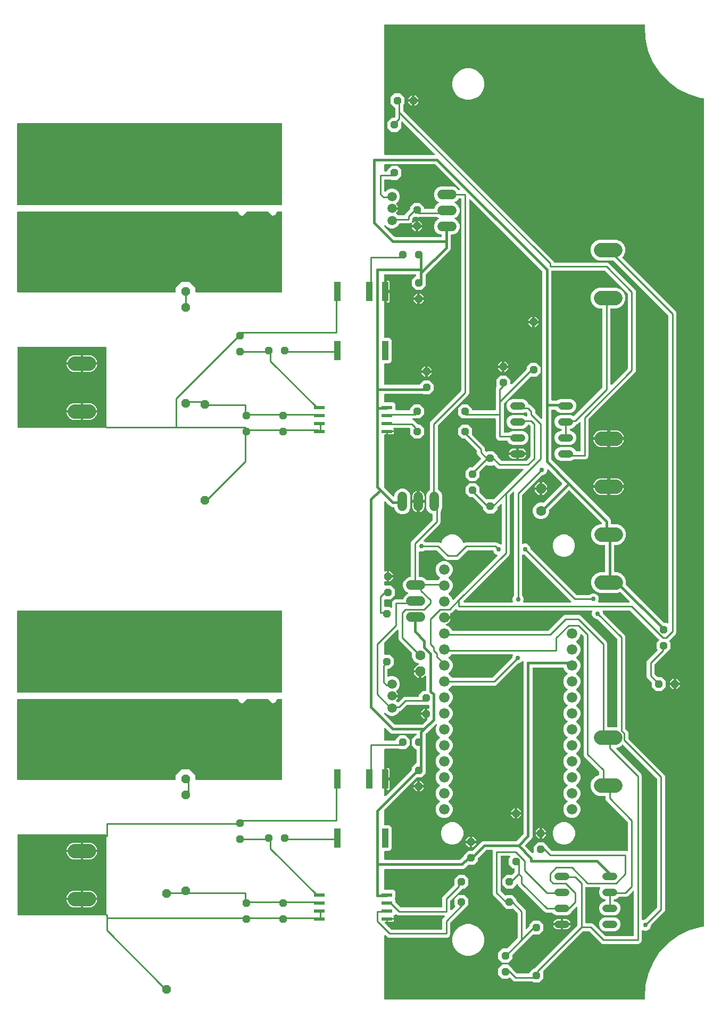
<source format=gtl>
G04 EAGLE Gerber RS-274X export*
G75*
%MOMM*%
%FSLAX34Y34*%
%LPD*%
%INTop Copper*%
%IPPOS*%
%AMOC8*
5,1,8,0,0,1.08239X$1,22.5*%
G01*
%ADD10R,1.701800X0.558800*%
%ADD11P,1.484606X8X112.500000*%
%ADD12P,1.319650X8X292.500000*%
%ADD13C,2.250000*%
%ADD14P,1.319650X8X22.500000*%
%ADD15P,1.319650X8X112.500000*%
%ADD16C,1.219200*%
%ADD17C,0.900000*%
%ADD18C,4.000000*%
%ADD19C,1.500000*%
%ADD20C,1.524000*%
%ADD21R,0.990600X3.048000*%
%ADD22P,1.319650X8X202.500000*%
%ADD23C,1.676400*%
%ADD24C,1.600200*%
%ADD25P,1.732040X8X292.500000*%
%ADD26P,1.732040X8X112.500000*%
%ADD27C,0.254000*%
%ADD28C,4.516000*%
%ADD29C,0.750000*%
%ADD30C,0.406400*%

G36*
X1060020Y5085D02*
X1060020Y5085D01*
X1060052Y5082D01*
X1060178Y5105D01*
X1060304Y5121D01*
X1060334Y5132D01*
X1060365Y5138D01*
X1060481Y5191D01*
X1060600Y5238D01*
X1060626Y5256D01*
X1060654Y5269D01*
X1060754Y5349D01*
X1060858Y5424D01*
X1060878Y5449D01*
X1060902Y5469D01*
X1060979Y5571D01*
X1061060Y5669D01*
X1061074Y5698D01*
X1061093Y5723D01*
X1061141Y5842D01*
X1061196Y5957D01*
X1061202Y5988D01*
X1061214Y6017D01*
X1061232Y6144D01*
X1061256Y6269D01*
X1061254Y6301D01*
X1061258Y6332D01*
X1061250Y6493D01*
X1060960Y9047D01*
X1061180Y12616D01*
X1061259Y13885D01*
X1061885Y24039D01*
X1061963Y25308D01*
X1062041Y26577D01*
X1062041Y26578D01*
X1062152Y28372D01*
X1066681Y47196D01*
X1074410Y64949D01*
X1085105Y81089D01*
X1098439Y95127D01*
X1114009Y106636D01*
X1131341Y115267D01*
X1149908Y120757D01*
X1153893Y121209D01*
X1153939Y121220D01*
X1153987Y121223D01*
X1154093Y121258D01*
X1154202Y121284D01*
X1154244Y121307D01*
X1154289Y121321D01*
X1154384Y121381D01*
X1154483Y121434D01*
X1154518Y121466D01*
X1154558Y121492D01*
X1154635Y121573D01*
X1154717Y121649D01*
X1154743Y121688D01*
X1154776Y121723D01*
X1154830Y121821D01*
X1154891Y121915D01*
X1154907Y121960D01*
X1154930Y122002D01*
X1154958Y122110D01*
X1154994Y122216D01*
X1154997Y122264D01*
X1155009Y122310D01*
X1155019Y122470D01*
X1155019Y1436165D01*
X1155014Y1436208D01*
X1155016Y1436252D01*
X1154994Y1436366D01*
X1154979Y1436481D01*
X1154963Y1436521D01*
X1154955Y1436564D01*
X1154905Y1436669D01*
X1154862Y1436776D01*
X1154837Y1436812D01*
X1154818Y1436851D01*
X1154744Y1436940D01*
X1154676Y1437034D01*
X1154642Y1437061D01*
X1154614Y1437095D01*
X1154520Y1437163D01*
X1154431Y1437236D01*
X1154391Y1437255D01*
X1154356Y1437280D01*
X1154247Y1437323D01*
X1154143Y1437372D01*
X1154100Y1437380D01*
X1154059Y1437396D01*
X1153901Y1437425D01*
X1149811Y1437915D01*
X1131139Y1443562D01*
X1113732Y1452366D01*
X1098117Y1464059D01*
X1084770Y1478286D01*
X1074097Y1494614D01*
X1066421Y1512548D01*
X1061975Y1531542D01*
X1060896Y1551020D01*
X1061205Y1553599D01*
X1061204Y1553635D01*
X1061211Y1553670D01*
X1061203Y1553793D01*
X1061203Y1553917D01*
X1061194Y1553951D01*
X1061191Y1553987D01*
X1061153Y1554105D01*
X1061122Y1554225D01*
X1061104Y1554256D01*
X1061093Y1554289D01*
X1061027Y1554394D01*
X1060967Y1554502D01*
X1060942Y1554528D01*
X1060923Y1554558D01*
X1060833Y1554643D01*
X1060747Y1554733D01*
X1060717Y1554752D01*
X1060691Y1554776D01*
X1060583Y1554836D01*
X1060478Y1554902D01*
X1060444Y1554912D01*
X1060413Y1554930D01*
X1060293Y1554961D01*
X1060175Y1554998D01*
X1060139Y1555000D01*
X1060105Y1555009D01*
X1059944Y1555019D01*
X647700Y1555019D01*
X647582Y1555004D01*
X647463Y1554997D01*
X647425Y1554984D01*
X647384Y1554979D01*
X647274Y1554936D01*
X647161Y1554899D01*
X647126Y1554877D01*
X647089Y1554862D01*
X646993Y1554793D01*
X646892Y1554729D01*
X646864Y1554699D01*
X646831Y1554676D01*
X646755Y1554584D01*
X646674Y1554497D01*
X646654Y1554462D01*
X646629Y1554431D01*
X646578Y1554323D01*
X646520Y1554219D01*
X646510Y1554179D01*
X646493Y1554143D01*
X646471Y1554026D01*
X646441Y1553911D01*
X646437Y1553851D01*
X646433Y1553831D01*
X646435Y1553810D01*
X646431Y1553750D01*
X646431Y1348382D01*
X646446Y1348264D01*
X646453Y1348145D01*
X646466Y1348107D01*
X646471Y1348066D01*
X646514Y1347956D01*
X646551Y1347843D01*
X646573Y1347808D01*
X646588Y1347771D01*
X646658Y1347675D01*
X646721Y1347574D01*
X646751Y1347546D01*
X646774Y1347513D01*
X646866Y1347437D01*
X646953Y1347356D01*
X646988Y1347336D01*
X647019Y1347311D01*
X647127Y1347260D01*
X647231Y1347202D01*
X647271Y1347192D01*
X647307Y1347175D01*
X647424Y1347153D01*
X647539Y1347123D01*
X647600Y1347119D01*
X647620Y1347115D01*
X647640Y1347117D01*
X647700Y1347113D01*
X725842Y1347113D01*
X725979Y1347130D01*
X726118Y1347143D01*
X726137Y1347150D01*
X726157Y1347153D01*
X726286Y1347204D01*
X726417Y1347251D01*
X726434Y1347262D01*
X726453Y1347270D01*
X726565Y1347351D01*
X726681Y1347429D01*
X726694Y1347445D01*
X726710Y1347456D01*
X726799Y1347564D01*
X726891Y1347668D01*
X726900Y1347686D01*
X726913Y1347701D01*
X726972Y1347827D01*
X727036Y1347951D01*
X727040Y1347971D01*
X727049Y1347989D01*
X727075Y1348125D01*
X727105Y1348261D01*
X727105Y1348282D01*
X727108Y1348301D01*
X727100Y1348440D01*
X727096Y1348579D01*
X727090Y1348599D01*
X727089Y1348619D01*
X727046Y1348751D01*
X727007Y1348885D01*
X726997Y1348902D01*
X726991Y1348921D01*
X726916Y1349039D01*
X726846Y1349159D01*
X726827Y1349180D01*
X726820Y1349190D01*
X726806Y1349204D01*
X726739Y1349279D01*
X675897Y1400121D01*
X675803Y1400194D01*
X675714Y1400273D01*
X675678Y1400291D01*
X675646Y1400316D01*
X675537Y1400363D01*
X675431Y1400418D01*
X675392Y1400426D01*
X675354Y1400442D01*
X675237Y1400461D01*
X675121Y1400487D01*
X675080Y1400486D01*
X675040Y1400492D01*
X674922Y1400481D01*
X674803Y1400478D01*
X674764Y1400466D01*
X674724Y1400463D01*
X674611Y1400422D01*
X674497Y1400389D01*
X674462Y1400369D01*
X674424Y1400355D01*
X674326Y1400288D01*
X674223Y1400228D01*
X674178Y1400188D01*
X674161Y1400176D01*
X674148Y1400161D01*
X674102Y1400121D01*
X673879Y1399898D01*
X673819Y1399820D01*
X673751Y1399748D01*
X673721Y1399695D01*
X673684Y1399647D01*
X673645Y1399556D01*
X673597Y1399469D01*
X673582Y1399411D01*
X673558Y1399355D01*
X673542Y1399257D01*
X673518Y1399161D01*
X673511Y1399061D01*
X673508Y1399041D01*
X673509Y1399028D01*
X673507Y1399000D01*
X673507Y1390592D01*
X666960Y1384045D01*
X657701Y1384045D01*
X651154Y1390592D01*
X651154Y1399851D01*
X657701Y1406398D01*
X661891Y1406398D01*
X661990Y1406411D01*
X662089Y1406414D01*
X662147Y1406431D01*
X662207Y1406438D01*
X662299Y1406475D01*
X662394Y1406502D01*
X662446Y1406533D01*
X662503Y1406555D01*
X662583Y1406613D01*
X662668Y1406664D01*
X662743Y1406730D01*
X662760Y1406742D01*
X662768Y1406752D01*
X662789Y1406770D01*
X663278Y1407259D01*
X663338Y1407337D01*
X663406Y1407409D01*
X663435Y1407462D01*
X663472Y1407510D01*
X663512Y1407601D01*
X663560Y1407688D01*
X663575Y1407746D01*
X663599Y1407802D01*
X663614Y1407900D01*
X663639Y1407996D01*
X663645Y1408096D01*
X663649Y1408116D01*
X663647Y1408128D01*
X663649Y1408156D01*
X663649Y1421420D01*
X663634Y1421539D01*
X663627Y1421657D01*
X663614Y1421696D01*
X663609Y1421736D01*
X663566Y1421847D01*
X663529Y1421960D01*
X663507Y1421994D01*
X663492Y1422032D01*
X663423Y1422128D01*
X663359Y1422229D01*
X663329Y1422256D01*
X663306Y1422289D01*
X663214Y1422365D01*
X663127Y1422446D01*
X663092Y1422466D01*
X663061Y1422492D01*
X662953Y1422543D01*
X662849Y1422600D01*
X662809Y1422610D01*
X662773Y1422627D01*
X662656Y1422650D01*
X662647Y1422652D01*
X656062Y1429237D01*
X656062Y1438496D01*
X662609Y1445043D01*
X671868Y1445043D01*
X678416Y1438496D01*
X678416Y1429237D01*
X676722Y1427544D01*
X676662Y1427465D01*
X676594Y1427393D01*
X676565Y1427341D01*
X676549Y1427321D01*
X676547Y1427317D01*
X676528Y1427292D01*
X676488Y1427202D01*
X676440Y1427115D01*
X676427Y1427063D01*
X676413Y1427034D01*
X676411Y1427024D01*
X676401Y1427001D01*
X676386Y1426903D01*
X676361Y1426807D01*
X676357Y1426738D01*
X676353Y1426721D01*
X676354Y1426705D01*
X676351Y1426687D01*
X676353Y1426674D01*
X676351Y1426646D01*
X676351Y1418156D01*
X676363Y1418058D01*
X676366Y1417959D01*
X676383Y1417901D01*
X676391Y1417841D01*
X676427Y1417749D01*
X676455Y1417654D01*
X676485Y1417601D01*
X676508Y1417545D01*
X676566Y1417465D01*
X676616Y1417380D01*
X676682Y1417304D01*
X676694Y1417288D01*
X676704Y1417280D01*
X676722Y1417259D01*
X915384Y1178597D01*
X915990Y1177134D01*
X916005Y1177109D01*
X916014Y1177081D01*
X916083Y1176971D01*
X916147Y1176858D01*
X916168Y1176837D01*
X916184Y1176812D01*
X916278Y1176723D01*
X916369Y1176630D01*
X916394Y1176614D01*
X916415Y1176594D01*
X916529Y1176531D01*
X916640Y1176463D01*
X916668Y1176455D01*
X916694Y1176440D01*
X916820Y1176408D01*
X916944Y1176370D01*
X916973Y1176368D01*
X917002Y1176361D01*
X917163Y1176351D01*
X1001263Y1176351D01*
X1003597Y1175384D01*
X1045384Y1133597D01*
X1046351Y1131263D01*
X1046351Y1003737D01*
X1045384Y1001403D01*
X971722Y927741D01*
X971662Y927663D01*
X971594Y927591D01*
X971565Y927538D01*
X971528Y927490D01*
X971488Y927399D01*
X971440Y927312D01*
X971425Y927254D01*
X971401Y927198D01*
X971386Y927100D01*
X971361Y927004D01*
X971355Y926904D01*
X971351Y926884D01*
X971353Y926872D01*
X971351Y926844D01*
X971351Y868737D01*
X970384Y866403D01*
X968597Y864616D01*
X966263Y863649D01*
X948307Y863649D01*
X948209Y863637D01*
X948110Y863634D01*
X948052Y863617D01*
X947992Y863609D01*
X947900Y863573D01*
X947805Y863545D01*
X947752Y863515D01*
X947696Y863492D01*
X947616Y863434D01*
X947531Y863384D01*
X947455Y863318D01*
X947439Y863306D01*
X947431Y863296D01*
X947410Y863278D01*
X947147Y863015D01*
X943039Y861313D01*
X926401Y861313D01*
X922293Y863015D01*
X919149Y866159D01*
X917447Y870267D01*
X917447Y874713D01*
X919149Y878821D01*
X922293Y881965D01*
X926401Y883667D01*
X943039Y883667D01*
X947147Y881965D01*
X950291Y878821D01*
X950990Y877134D01*
X951005Y877109D01*
X951014Y877081D01*
X951083Y876971D01*
X951147Y876858D01*
X951168Y876837D01*
X951184Y876812D01*
X951278Y876723D01*
X951369Y876630D01*
X951394Y876614D01*
X951415Y876594D01*
X951529Y876531D01*
X951640Y876463D01*
X951668Y876455D01*
X951694Y876440D01*
X951820Y876408D01*
X951944Y876370D01*
X951973Y876368D01*
X952002Y876361D01*
X952163Y876351D01*
X957380Y876351D01*
X957498Y876366D01*
X957617Y876373D01*
X957655Y876386D01*
X957696Y876391D01*
X957806Y876434D01*
X957919Y876471D01*
X957954Y876493D01*
X957991Y876508D01*
X958087Y876577D01*
X958188Y876641D01*
X958216Y876671D01*
X958249Y876694D01*
X958325Y876786D01*
X958406Y876873D01*
X958426Y876908D01*
X958451Y876939D01*
X958502Y877047D01*
X958560Y877151D01*
X958570Y877191D01*
X958587Y877227D01*
X958609Y877344D01*
X958639Y877459D01*
X958643Y877519D01*
X958647Y877539D01*
X958645Y877560D01*
X958649Y877620D01*
X958649Y921604D01*
X958632Y921741D01*
X958619Y921880D01*
X958612Y921899D01*
X958609Y921919D01*
X958558Y922048D01*
X958511Y922179D01*
X958500Y922196D01*
X958492Y922215D01*
X958411Y922327D01*
X958333Y922443D01*
X958317Y922456D01*
X958306Y922472D01*
X958198Y922561D01*
X958094Y922653D01*
X958076Y922662D01*
X958061Y922675D01*
X957935Y922734D01*
X957811Y922798D01*
X957791Y922802D01*
X957773Y922811D01*
X957637Y922837D01*
X957501Y922867D01*
X957480Y922867D01*
X957461Y922870D01*
X957322Y922862D01*
X957183Y922858D01*
X957163Y922852D01*
X957143Y922851D01*
X957011Y922808D01*
X956877Y922769D01*
X956860Y922759D01*
X956841Y922753D01*
X956723Y922678D01*
X956603Y922608D01*
X956582Y922589D01*
X956572Y922582D01*
X956558Y922567D01*
X956483Y922501D01*
X953597Y919616D01*
X951421Y918715D01*
X951335Y918665D01*
X951244Y918625D01*
X951197Y918587D01*
X951145Y918557D01*
X951073Y918488D01*
X950996Y918426D01*
X950960Y918378D01*
X950916Y918336D01*
X950864Y918251D01*
X950805Y918172D01*
X950761Y918082D01*
X950750Y918065D01*
X950746Y918053D01*
X950734Y918028D01*
X950291Y916959D01*
X947147Y913815D01*
X943039Y912113D01*
X942620Y912113D01*
X942502Y912098D01*
X942383Y912091D01*
X942345Y912078D01*
X942304Y912073D01*
X942194Y912030D01*
X942081Y911993D01*
X942046Y911971D01*
X942009Y911956D01*
X941913Y911887D01*
X941812Y911823D01*
X941784Y911793D01*
X941751Y911770D01*
X941675Y911678D01*
X941594Y911591D01*
X941574Y911556D01*
X941549Y911525D01*
X941498Y911417D01*
X941440Y911313D01*
X941430Y911273D01*
X941413Y911237D01*
X941391Y911120D01*
X941361Y911005D01*
X941357Y910945D01*
X941353Y910925D01*
X941355Y910904D01*
X941351Y910844D01*
X941351Y910336D01*
X941366Y910218D01*
X941373Y910099D01*
X941386Y910061D01*
X941391Y910020D01*
X941434Y909910D01*
X941471Y909797D01*
X941493Y909762D01*
X941508Y909725D01*
X941577Y909629D01*
X941641Y909528D01*
X941671Y909500D01*
X941694Y909467D01*
X941786Y909391D01*
X941873Y909310D01*
X941908Y909290D01*
X941939Y909265D01*
X942047Y909214D01*
X942151Y909156D01*
X942191Y909146D01*
X942227Y909129D01*
X942344Y909107D01*
X942459Y909077D01*
X942519Y909073D01*
X942539Y909069D01*
X942560Y909071D01*
X942620Y909067D01*
X943039Y909067D01*
X947147Y907365D01*
X950291Y904221D01*
X951993Y900113D01*
X951993Y895667D01*
X950291Y891559D01*
X947147Y888415D01*
X943039Y886713D01*
X926401Y886713D01*
X922293Y888415D01*
X919149Y891559D01*
X917447Y895667D01*
X917447Y900113D01*
X919149Y904221D01*
X922293Y907365D01*
X926401Y909067D01*
X927380Y909067D01*
X927498Y909082D01*
X927617Y909089D01*
X927655Y909102D01*
X927696Y909107D01*
X927806Y909150D01*
X927919Y909187D01*
X927954Y909209D01*
X927991Y909224D01*
X928087Y909293D01*
X928188Y909357D01*
X928216Y909387D01*
X928249Y909410D01*
X928325Y909502D01*
X928406Y909589D01*
X928426Y909624D01*
X928451Y909655D01*
X928502Y909763D01*
X928560Y909867D01*
X928570Y909907D01*
X928587Y909943D01*
X928609Y910060D01*
X928639Y910175D01*
X928643Y910235D01*
X928647Y910255D01*
X928645Y910276D01*
X928649Y910336D01*
X928649Y910844D01*
X928634Y910962D01*
X928627Y911081D01*
X928614Y911119D01*
X928609Y911160D01*
X928566Y911270D01*
X928529Y911383D01*
X928507Y911418D01*
X928492Y911455D01*
X928423Y911551D01*
X928359Y911652D01*
X928329Y911680D01*
X928306Y911713D01*
X928214Y911789D01*
X928127Y911870D01*
X928092Y911890D01*
X928061Y911915D01*
X927953Y911966D01*
X927849Y912024D01*
X927809Y912034D01*
X927773Y912051D01*
X927656Y912073D01*
X927541Y912103D01*
X927481Y912107D01*
X927461Y912111D01*
X927440Y912109D01*
X927380Y912113D01*
X926401Y912113D01*
X922293Y913815D01*
X919149Y916959D01*
X917447Y921067D01*
X917447Y925513D01*
X919149Y929621D01*
X922293Y932765D01*
X926401Y934467D01*
X943039Y934467D01*
X947188Y932748D01*
X947251Y932693D01*
X947287Y932674D01*
X947319Y932649D01*
X947428Y932602D01*
X947535Y932548D01*
X947574Y932539D01*
X947611Y932523D01*
X947729Y932504D01*
X947845Y932478D01*
X947885Y932479D01*
X947925Y932473D01*
X948043Y932484D01*
X948163Y932488D01*
X948202Y932499D01*
X948242Y932503D01*
X948354Y932543D01*
X948468Y932576D01*
X948503Y932597D01*
X948541Y932610D01*
X948640Y932677D01*
X948742Y932738D01*
X948787Y932778D01*
X948804Y932789D01*
X948818Y932804D01*
X948863Y932844D01*
X993278Y977259D01*
X993338Y977337D01*
X993406Y977409D01*
X993435Y977462D01*
X993472Y977510D01*
X993512Y977601D01*
X993560Y977688D01*
X993575Y977746D01*
X993599Y977802D01*
X993614Y977900D01*
X993639Y977996D01*
X993645Y978096D01*
X993649Y978116D01*
X993647Y978128D01*
X993649Y978156D01*
X993649Y1102540D01*
X993634Y1102658D01*
X993627Y1102777D01*
X993614Y1102815D01*
X993609Y1102856D01*
X993566Y1102966D01*
X993529Y1103079D01*
X993507Y1103114D01*
X993492Y1103151D01*
X993423Y1103247D01*
X993359Y1103348D01*
X993329Y1103376D01*
X993306Y1103409D01*
X993214Y1103485D01*
X993127Y1103566D01*
X993092Y1103586D01*
X993061Y1103611D01*
X992953Y1103662D01*
X992849Y1103720D01*
X992809Y1103730D01*
X992773Y1103747D01*
X992656Y1103769D01*
X992541Y1103799D01*
X992481Y1103803D01*
X992461Y1103807D01*
X992440Y1103805D01*
X992380Y1103809D01*
X987532Y1103809D01*
X981529Y1106295D01*
X976935Y1110889D01*
X974449Y1116892D01*
X974449Y1123388D01*
X976935Y1129391D01*
X981529Y1133985D01*
X987532Y1136471D01*
X1016528Y1136471D01*
X1022531Y1133985D01*
X1027125Y1129391D01*
X1029611Y1123388D01*
X1029611Y1116892D01*
X1027125Y1110889D01*
X1022531Y1106295D01*
X1016528Y1103809D01*
X1007620Y1103809D01*
X1007502Y1103794D01*
X1007383Y1103787D01*
X1007345Y1103774D01*
X1007304Y1103769D01*
X1007194Y1103726D01*
X1007081Y1103689D01*
X1007046Y1103667D01*
X1007009Y1103652D01*
X1006913Y1103583D01*
X1006812Y1103519D01*
X1006784Y1103489D01*
X1006751Y1103466D01*
X1006675Y1103374D01*
X1006594Y1103287D01*
X1006574Y1103252D01*
X1006549Y1103221D01*
X1006498Y1103113D01*
X1006440Y1103009D01*
X1006430Y1102969D01*
X1006413Y1102933D01*
X1006391Y1102816D01*
X1006361Y1102701D01*
X1006357Y1102641D01*
X1006353Y1102621D01*
X1006355Y1102600D01*
X1006351Y1102540D01*
X1006351Y983396D01*
X1006368Y983259D01*
X1006381Y983120D01*
X1006388Y983101D01*
X1006391Y983081D01*
X1006442Y982952D01*
X1006489Y982821D01*
X1006500Y982804D01*
X1006508Y982785D01*
X1006589Y982673D01*
X1006667Y982557D01*
X1006683Y982544D01*
X1006694Y982528D01*
X1006802Y982439D01*
X1006906Y982347D01*
X1006924Y982338D01*
X1006939Y982325D01*
X1007065Y982266D01*
X1007189Y982202D01*
X1007209Y982198D01*
X1007227Y982189D01*
X1007363Y982163D01*
X1007499Y982133D01*
X1007520Y982133D01*
X1007539Y982130D01*
X1007678Y982138D01*
X1007817Y982142D01*
X1007837Y982148D01*
X1007857Y982149D01*
X1007989Y982192D01*
X1008123Y982231D01*
X1008140Y982241D01*
X1008159Y982247D01*
X1008277Y982322D01*
X1008397Y982392D01*
X1008418Y982411D01*
X1008428Y982418D01*
X1008442Y982432D01*
X1008517Y982499D01*
X1033278Y1007259D01*
X1033338Y1007337D01*
X1033406Y1007409D01*
X1033435Y1007462D01*
X1033472Y1007510D01*
X1033512Y1007601D01*
X1033560Y1007688D01*
X1033575Y1007746D01*
X1033599Y1007802D01*
X1033614Y1007900D01*
X1033639Y1007996D01*
X1033645Y1008096D01*
X1033649Y1008116D01*
X1033647Y1008128D01*
X1033649Y1008156D01*
X1033649Y1126844D01*
X1033637Y1126942D01*
X1033634Y1127041D01*
X1033617Y1127099D01*
X1033609Y1127159D01*
X1033573Y1127251D01*
X1033545Y1127346D01*
X1033515Y1127399D01*
X1033492Y1127455D01*
X1033434Y1127535D01*
X1033384Y1127620D01*
X1033318Y1127696D01*
X1033306Y1127712D01*
X1033296Y1127720D01*
X1033278Y1127741D01*
X997741Y1163278D01*
X997663Y1163338D01*
X997591Y1163406D01*
X997538Y1163435D01*
X997490Y1163472D01*
X997399Y1163512D01*
X997312Y1163560D01*
X997254Y1163575D01*
X997198Y1163599D01*
X997100Y1163614D01*
X997004Y1163639D01*
X996904Y1163645D01*
X996884Y1163649D01*
X996872Y1163647D01*
X996844Y1163649D01*
X913382Y1163649D01*
X913264Y1163634D01*
X913145Y1163627D01*
X913107Y1163614D01*
X913066Y1163609D01*
X912956Y1163566D01*
X912843Y1163529D01*
X912808Y1163507D01*
X912771Y1163492D01*
X912675Y1163423D01*
X912574Y1163359D01*
X912546Y1163329D01*
X912513Y1163306D01*
X912437Y1163214D01*
X912356Y1163127D01*
X912336Y1163092D01*
X912311Y1163061D01*
X912260Y1162953D01*
X912202Y1162849D01*
X912192Y1162809D01*
X912175Y1162773D01*
X912153Y1162656D01*
X912123Y1162541D01*
X912119Y1162481D01*
X912115Y1162461D01*
X912117Y1162440D01*
X912113Y1162380D01*
X912113Y958382D01*
X912128Y958264D01*
X912135Y958145D01*
X912148Y958107D01*
X912153Y958066D01*
X912196Y957956D01*
X912233Y957843D01*
X912255Y957808D01*
X912270Y957771D01*
X912339Y957675D01*
X912403Y957574D01*
X912433Y957546D01*
X912456Y957513D01*
X912548Y957437D01*
X912635Y957356D01*
X912670Y957336D01*
X912701Y957311D01*
X912809Y957260D01*
X912913Y957202D01*
X912953Y957192D01*
X912989Y957175D01*
X913106Y957153D01*
X913221Y957123D01*
X913281Y957119D01*
X913301Y957115D01*
X913322Y957117D01*
X913382Y957113D01*
X920715Y957113D01*
X920813Y957125D01*
X920912Y957128D01*
X920970Y957145D01*
X921030Y957153D01*
X921122Y957189D01*
X921217Y957217D01*
X921270Y957247D01*
X921326Y957270D01*
X921406Y957328D01*
X921491Y957378D01*
X921567Y957444D01*
X921583Y957456D01*
X921591Y957466D01*
X921612Y957485D01*
X922293Y958165D01*
X926401Y959867D01*
X943039Y959867D01*
X947147Y958165D01*
X950291Y955021D01*
X951993Y950913D01*
X951993Y946467D01*
X950291Y942359D01*
X947147Y939215D01*
X943039Y937513D01*
X926401Y937513D01*
X922293Y939215D01*
X918992Y942516D01*
X918914Y942576D01*
X918842Y942644D01*
X918789Y942673D01*
X918741Y942710D01*
X918650Y942750D01*
X918563Y942798D01*
X918505Y942813D01*
X918449Y942837D01*
X918351Y942852D01*
X918255Y942877D01*
X918155Y942883D01*
X918135Y942887D01*
X918123Y942885D01*
X918095Y942887D01*
X913382Y942887D01*
X913264Y942872D01*
X913145Y942865D01*
X913107Y942852D01*
X913066Y942847D01*
X912956Y942804D01*
X912843Y942767D01*
X912808Y942745D01*
X912771Y942730D01*
X912675Y942661D01*
X912574Y942597D01*
X912546Y942567D01*
X912513Y942544D01*
X912437Y942452D01*
X912356Y942365D01*
X912336Y942330D01*
X912311Y942299D01*
X912260Y942191D01*
X912202Y942087D01*
X912192Y942047D01*
X912175Y942011D01*
X912153Y941894D01*
X912123Y941779D01*
X912119Y941719D01*
X912115Y941699D01*
X912117Y941678D01*
X912113Y941618D01*
X912113Y863472D01*
X912125Y863374D01*
X912128Y863275D01*
X912145Y863216D01*
X912153Y863156D01*
X912189Y863064D01*
X912217Y862969D01*
X912247Y862917D01*
X912270Y862861D01*
X912328Y862781D01*
X912378Y862695D01*
X912444Y862620D01*
X912456Y862603D01*
X912466Y862596D01*
X912484Y862574D01*
X1006030Y769029D01*
X1007113Y766415D01*
X1007113Y761820D01*
X1007128Y761702D01*
X1007135Y761583D01*
X1007148Y761545D01*
X1007153Y761504D01*
X1007196Y761394D01*
X1007233Y761281D01*
X1007255Y761246D01*
X1007270Y761209D01*
X1007339Y761113D01*
X1007403Y761012D01*
X1007433Y760984D01*
X1007456Y760951D01*
X1007548Y760875D01*
X1007635Y760794D01*
X1007670Y760774D01*
X1007701Y760749D01*
X1007809Y760698D01*
X1007913Y760640D01*
X1007953Y760630D01*
X1007989Y760613D01*
X1008106Y760591D01*
X1008221Y760561D01*
X1008281Y760557D01*
X1008301Y760553D01*
X1008322Y760555D01*
X1008382Y760551D01*
X1017798Y760551D01*
X1023801Y758065D01*
X1028395Y753471D01*
X1030881Y747468D01*
X1030881Y740972D01*
X1028395Y734969D01*
X1023801Y730375D01*
X1017798Y727889D01*
X1013382Y727889D01*
X1013264Y727874D01*
X1013145Y727867D01*
X1013107Y727854D01*
X1013066Y727849D01*
X1012956Y727806D01*
X1012843Y727769D01*
X1012808Y727747D01*
X1012771Y727732D01*
X1012675Y727663D01*
X1012574Y727599D01*
X1012546Y727569D01*
X1012513Y727546D01*
X1012437Y727454D01*
X1012356Y727367D01*
X1012336Y727332D01*
X1012311Y727301D01*
X1012260Y727193D01*
X1012202Y727089D01*
X1012192Y727049D01*
X1012175Y727013D01*
X1012153Y726896D01*
X1012123Y726781D01*
X1012119Y726721D01*
X1012115Y726701D01*
X1012117Y726680D01*
X1012113Y726620D01*
X1012113Y685620D01*
X1012128Y685502D01*
X1012135Y685383D01*
X1012148Y685345D01*
X1012153Y685304D01*
X1012196Y685194D01*
X1012233Y685081D01*
X1012255Y685046D01*
X1012270Y685009D01*
X1012339Y684913D01*
X1012403Y684812D01*
X1012433Y684784D01*
X1012456Y684751D01*
X1012548Y684675D01*
X1012635Y684594D01*
X1012670Y684574D01*
X1012701Y684549D01*
X1012809Y684498D01*
X1012913Y684440D01*
X1012953Y684430D01*
X1012989Y684413D01*
X1013106Y684391D01*
X1013221Y684361D01*
X1013281Y684357D01*
X1013301Y684353D01*
X1013322Y684355D01*
X1013382Y684351D01*
X1017798Y684351D01*
X1023801Y681865D01*
X1028395Y677271D01*
X1030881Y671268D01*
X1030881Y664704D01*
X1030893Y664606D01*
X1030896Y664507D01*
X1030913Y664448D01*
X1030921Y664388D01*
X1030957Y664296D01*
X1030985Y664201D01*
X1031015Y664149D01*
X1031038Y664093D01*
X1031096Y664013D01*
X1031146Y663927D01*
X1031212Y663852D01*
X1031224Y663835D01*
X1031234Y663828D01*
X1031252Y663806D01*
X1090420Y604638D01*
X1090499Y604578D01*
X1090571Y604510D01*
X1090624Y604481D01*
X1090672Y604444D01*
X1090763Y604404D01*
X1090849Y604356D01*
X1090908Y604341D01*
X1090964Y604317D01*
X1091062Y604302D01*
X1091157Y604277D01*
X1091257Y604271D01*
X1091278Y604267D01*
X1091290Y604269D01*
X1091318Y604267D01*
X1095560Y604267D01*
X1096483Y603344D01*
X1096592Y603259D01*
X1096699Y603170D01*
X1096718Y603161D01*
X1096734Y603149D01*
X1096861Y603094D01*
X1096987Y603034D01*
X1097007Y603031D01*
X1097026Y603022D01*
X1097164Y603001D01*
X1097300Y602975D01*
X1097320Y602976D01*
X1097340Y602973D01*
X1097479Y602986D01*
X1097617Y602994D01*
X1097636Y603001D01*
X1097656Y603002D01*
X1097788Y603050D01*
X1097919Y603092D01*
X1097937Y603103D01*
X1097956Y603110D01*
X1098071Y603188D01*
X1098188Y603262D01*
X1098202Y603277D01*
X1098219Y603289D01*
X1098311Y603393D01*
X1098406Y603494D01*
X1098416Y603512D01*
X1098429Y603527D01*
X1098493Y603651D01*
X1098560Y603773D01*
X1098565Y603792D01*
X1098574Y603810D01*
X1098604Y603946D01*
X1098639Y604081D01*
X1098641Y604109D01*
X1098644Y604121D01*
X1098643Y604141D01*
X1098649Y604241D01*
X1098649Y1091844D01*
X1098637Y1091942D01*
X1098634Y1092041D01*
X1098617Y1092099D01*
X1098609Y1092159D01*
X1098573Y1092251D01*
X1098545Y1092346D01*
X1098515Y1092399D01*
X1098492Y1092455D01*
X1098434Y1092535D01*
X1098384Y1092620D01*
X1098318Y1092696D01*
X1098306Y1092712D01*
X1098296Y1092720D01*
X1098278Y1092741D01*
X1011381Y1179638D01*
X1011303Y1179698D01*
X1011231Y1179766D01*
X1011178Y1179795D01*
X1011130Y1179832D01*
X1011039Y1179872D01*
X1010952Y1179920D01*
X1010894Y1179935D01*
X1010838Y1179959D01*
X1010740Y1179974D01*
X1010644Y1179999D01*
X1010544Y1180005D01*
X1010524Y1180009D01*
X1010512Y1180007D01*
X1010484Y1180009D01*
X987532Y1180009D01*
X981529Y1182495D01*
X976935Y1187089D01*
X974449Y1193092D01*
X974449Y1199588D01*
X976935Y1205591D01*
X981529Y1210185D01*
X987532Y1212671D01*
X1016528Y1212671D01*
X1022531Y1210185D01*
X1027125Y1205591D01*
X1029611Y1199588D01*
X1029611Y1193092D01*
X1027125Y1187089D01*
X1025406Y1185371D01*
X1025333Y1185276D01*
X1025254Y1185187D01*
X1025236Y1185151D01*
X1025211Y1185119D01*
X1025163Y1185010D01*
X1025109Y1184904D01*
X1025101Y1184865D01*
X1025084Y1184827D01*
X1025066Y1184710D01*
X1025040Y1184594D01*
X1025041Y1184553D01*
X1025035Y1184513D01*
X1025046Y1184395D01*
X1025049Y1184276D01*
X1025061Y1184237D01*
X1025064Y1184197D01*
X1025105Y1184085D01*
X1025138Y1183970D01*
X1025158Y1183936D01*
X1025172Y1183897D01*
X1025239Y1183799D01*
X1025299Y1183696D01*
X1025339Y1183651D01*
X1025351Y1183634D01*
X1025366Y1183621D01*
X1025406Y1183576D01*
X1108419Y1100562D01*
X1110384Y1098597D01*
X1111351Y1096263D01*
X1111351Y588737D01*
X1110384Y586403D01*
X1100562Y576581D01*
X1100101Y576120D01*
X1100028Y576026D01*
X1099950Y575937D01*
X1099931Y575901D01*
X1099906Y575869D01*
X1099859Y575759D01*
X1099805Y575653D01*
X1099796Y575614D01*
X1099780Y575577D01*
X1099761Y575459D01*
X1099735Y575343D01*
X1099736Y575303D01*
X1099730Y575263D01*
X1099741Y575144D01*
X1099745Y575025D01*
X1099756Y574986D01*
X1099760Y574946D01*
X1099800Y574834D01*
X1099833Y574720D01*
X1099854Y574685D01*
X1099868Y574647D01*
X1099934Y574548D01*
X1099995Y574446D01*
X1100035Y574401D01*
X1100046Y574384D01*
X1100061Y574370D01*
X1100101Y574325D01*
X1102107Y572320D01*
X1102107Y563060D01*
X1095386Y556339D01*
X1095329Y556298D01*
X1095244Y556248D01*
X1095168Y556182D01*
X1095152Y556170D01*
X1095144Y556160D01*
X1095123Y556142D01*
X1076722Y537741D01*
X1076662Y537663D01*
X1076594Y537591D01*
X1076565Y537538D01*
X1076528Y537490D01*
X1076488Y537399D01*
X1076440Y537312D01*
X1076425Y537254D01*
X1076401Y537198D01*
X1076386Y537100D01*
X1076361Y537004D01*
X1076355Y536904D01*
X1076351Y536884D01*
X1076353Y536872D01*
X1076351Y536844D01*
X1076351Y523156D01*
X1076363Y523058D01*
X1076366Y522959D01*
X1076383Y522901D01*
X1076391Y522841D01*
X1076427Y522749D01*
X1076455Y522654D01*
X1076485Y522601D01*
X1076508Y522545D01*
X1076566Y522465D01*
X1076616Y522380D01*
X1076682Y522304D01*
X1076694Y522288D01*
X1076704Y522280D01*
X1076722Y522259D01*
X1080703Y518278D01*
X1080781Y518218D01*
X1080853Y518150D01*
X1080906Y518121D01*
X1080954Y518084D01*
X1081045Y518044D01*
X1081132Y517996D01*
X1081190Y517981D01*
X1081246Y517957D01*
X1081344Y517942D01*
X1081440Y517917D01*
X1081540Y517911D01*
X1081560Y517907D01*
X1081572Y517909D01*
X1081600Y517907D01*
X1087940Y517907D01*
X1094487Y511360D01*
X1094487Y502100D01*
X1087940Y495553D01*
X1078680Y495553D01*
X1072133Y502100D01*
X1072133Y508360D01*
X1072121Y508458D01*
X1072118Y508557D01*
X1072101Y508615D01*
X1072093Y508675D01*
X1072057Y508767D01*
X1072029Y508862D01*
X1071999Y508915D01*
X1071976Y508971D01*
X1071918Y509051D01*
X1071868Y509136D01*
X1071802Y509212D01*
X1071790Y509228D01*
X1071780Y509236D01*
X1071762Y509257D01*
X1066581Y514438D01*
X1064616Y516403D01*
X1063649Y518737D01*
X1063649Y541263D01*
X1064616Y543597D01*
X1081019Y560000D01*
X1081092Y560094D01*
X1081170Y560183D01*
X1081189Y560219D01*
X1081214Y560251D01*
X1081261Y560361D01*
X1081315Y560467D01*
X1081324Y560506D01*
X1081340Y560543D01*
X1081359Y560661D01*
X1081385Y560777D01*
X1081384Y560817D01*
X1081390Y560857D01*
X1081379Y560976D01*
X1081375Y561095D01*
X1081364Y561134D01*
X1081360Y561174D01*
X1081320Y561286D01*
X1081287Y561400D01*
X1081266Y561435D01*
X1081252Y561473D01*
X1081186Y561572D01*
X1081125Y561674D01*
X1081085Y561719D01*
X1081074Y561736D01*
X1081059Y561750D01*
X1081019Y561795D01*
X1079753Y563060D01*
X1079753Y572320D01*
X1083329Y575895D01*
X1083402Y575989D01*
X1083480Y576078D01*
X1083499Y576114D01*
X1083524Y576146D01*
X1083571Y576256D01*
X1083625Y576362D01*
X1083634Y576401D01*
X1083650Y576438D01*
X1083669Y576556D01*
X1083695Y576672D01*
X1083694Y576712D01*
X1083700Y576752D01*
X1083689Y576871D01*
X1083685Y576990D01*
X1083674Y577029D01*
X1083670Y577069D01*
X1083630Y577181D01*
X1083597Y577295D01*
X1083576Y577330D01*
X1083562Y577368D01*
X1083496Y577467D01*
X1083435Y577569D01*
X1083395Y577614D01*
X1083384Y577631D01*
X1083369Y577645D01*
X1083329Y577690D01*
X1037741Y623278D01*
X1037663Y623338D01*
X1037591Y623406D01*
X1037538Y623435D01*
X1037490Y623472D01*
X1037399Y623512D01*
X1037312Y623560D01*
X1037254Y623575D01*
X1037198Y623599D01*
X1037100Y623614D01*
X1037004Y623639D01*
X1036904Y623645D01*
X1036884Y623649D01*
X1036872Y623647D01*
X1036844Y623649D01*
X994941Y623649D01*
X994891Y623643D01*
X994842Y623645D01*
X994734Y623623D01*
X994625Y623609D01*
X994579Y623591D01*
X994530Y623581D01*
X994431Y623533D01*
X994329Y623492D01*
X994289Y623463D01*
X994244Y623441D01*
X994161Y623370D01*
X994072Y623306D01*
X994040Y623267D01*
X994002Y623235D01*
X993939Y623145D01*
X993869Y623061D01*
X993848Y623016D01*
X993819Y622975D01*
X993780Y622872D01*
X993734Y622773D01*
X993724Y622724D01*
X993707Y622678D01*
X993694Y622568D01*
X993674Y622461D01*
X993677Y622411D01*
X993671Y622362D01*
X993687Y622253D01*
X993694Y622143D01*
X993709Y622096D01*
X993716Y622047D01*
X993768Y621894D01*
X994390Y620392D01*
X994390Y619312D01*
X994402Y619214D01*
X994405Y619115D01*
X994422Y619057D01*
X994430Y618997D01*
X994466Y618905D01*
X994494Y618809D01*
X994525Y618757D01*
X994547Y618701D01*
X994605Y618621D01*
X994655Y618536D01*
X994722Y618460D01*
X994734Y618444D01*
X994743Y618436D01*
X994762Y618415D01*
X1028775Y584401D01*
X1029742Y582067D01*
X1029742Y435983D01*
X1029755Y435885D01*
X1029758Y435786D01*
X1029775Y435727D01*
X1029782Y435667D01*
X1029819Y435575D01*
X1029846Y435480D01*
X1029877Y435428D01*
X1029899Y435372D01*
X1029957Y435292D01*
X1030008Y435206D01*
X1030074Y435131D01*
X1030086Y435114D01*
X1030095Y435106D01*
X1030114Y435085D01*
X1033724Y431475D01*
X1034691Y429141D01*
X1034691Y420497D01*
X1034703Y420399D01*
X1034706Y420300D01*
X1034723Y420241D01*
X1034731Y420181D01*
X1034767Y420089D01*
X1034795Y419994D01*
X1034825Y419942D01*
X1034848Y419886D01*
X1034906Y419806D01*
X1034956Y419720D01*
X1035022Y419645D01*
X1035034Y419628D01*
X1035044Y419621D01*
X1035062Y419599D01*
X1090003Y364658D01*
X1090004Y364658D01*
X1091968Y362693D01*
X1092935Y360359D01*
X1092935Y147024D01*
X1091968Y144690D01*
X1071146Y123868D01*
X1071085Y123789D01*
X1071017Y123717D01*
X1070988Y123664D01*
X1070951Y123616D01*
X1070911Y123525D01*
X1070864Y123439D01*
X1070849Y123380D01*
X1070825Y123325D01*
X1070809Y123227D01*
X1070784Y123131D01*
X1070778Y123031D01*
X1070775Y123010D01*
X1070776Y122998D01*
X1070774Y122970D01*
X1070774Y121890D01*
X1069430Y118644D01*
X1066946Y116160D01*
X1063700Y114816D01*
X1060187Y114816D01*
X1058106Y115678D01*
X1058058Y115691D01*
X1058013Y115712D01*
X1057905Y115733D01*
X1057799Y115762D01*
X1057749Y115763D01*
X1057700Y115772D01*
X1057591Y115765D01*
X1057481Y115767D01*
X1057433Y115755D01*
X1057383Y115752D01*
X1057279Y115718D01*
X1057172Y115693D01*
X1057128Y115669D01*
X1057081Y115654D01*
X1056988Y115595D01*
X1056891Y115544D01*
X1056854Y115511D01*
X1056812Y115484D01*
X1056737Y115404D01*
X1056655Y115330D01*
X1056628Y115288D01*
X1056594Y115252D01*
X1056541Y115156D01*
X1056481Y115064D01*
X1056464Y115017D01*
X1056440Y114974D01*
X1056413Y114868D01*
X1056377Y114763D01*
X1056373Y114714D01*
X1056361Y114666D01*
X1056351Y114505D01*
X1056351Y98737D01*
X1055384Y96403D01*
X1053597Y94616D01*
X1051263Y93649D01*
X993737Y93649D01*
X991403Y94616D01*
X972741Y113278D01*
X972663Y113338D01*
X972591Y113406D01*
X972538Y113435D01*
X972490Y113472D01*
X972399Y113512D01*
X972312Y113560D01*
X972254Y113575D01*
X972198Y113599D01*
X972100Y113614D01*
X972004Y113639D01*
X971904Y113645D01*
X971884Y113649D01*
X971872Y113647D01*
X971844Y113649D01*
X963156Y113649D01*
X963058Y113637D01*
X962959Y113634D01*
X962901Y113617D01*
X962841Y113609D01*
X962749Y113573D01*
X962654Y113545D01*
X962601Y113515D01*
X962545Y113492D01*
X962465Y113434D01*
X962380Y113384D01*
X962304Y113318D01*
X962288Y113306D01*
X962280Y113296D01*
X962259Y113278D01*
X899262Y50281D01*
X899189Y50187D01*
X899110Y50098D01*
X899092Y50062D01*
X899067Y50030D01*
X899020Y49920D01*
X898966Y49814D01*
X898957Y49775D01*
X898941Y49738D01*
X898922Y49620D01*
X898896Y49504D01*
X898897Y49464D01*
X898891Y49424D01*
X898902Y49305D01*
X898906Y49186D01*
X898917Y49147D01*
X898921Y49107D01*
X898961Y48995D01*
X898994Y48881D01*
X899015Y48846D01*
X899028Y48808D01*
X899095Y48709D01*
X899156Y48607D01*
X899196Y48562D01*
X899207Y48545D01*
X899222Y48531D01*
X899262Y48486D01*
X899572Y48176D01*
X899572Y38916D01*
X893025Y32369D01*
X883766Y32369D01*
X882858Y33277D01*
X882780Y33338D01*
X882708Y33406D01*
X882654Y33435D01*
X882607Y33472D01*
X882516Y33512D01*
X882429Y33560D01*
X882371Y33575D01*
X882315Y33599D01*
X882217Y33614D01*
X882121Y33639D01*
X882021Y33645D01*
X882001Y33649D01*
X881989Y33647D01*
X881961Y33649D01*
X853737Y33649D01*
X851403Y34616D01*
X846443Y39576D01*
X846348Y39649D01*
X846259Y39728D01*
X846223Y39746D01*
X846191Y39771D01*
X846082Y39819D01*
X845976Y39873D01*
X845937Y39881D01*
X845899Y39897D01*
X845782Y39916D01*
X845666Y39942D01*
X845625Y39941D01*
X845585Y39947D01*
X845467Y39936D01*
X845348Y39933D01*
X845309Y39921D01*
X845269Y39918D01*
X845157Y39877D01*
X845042Y39844D01*
X845007Y39824D01*
X844969Y39810D01*
X844871Y39743D01*
X844768Y39683D01*
X844723Y39643D01*
X844706Y39631D01*
X844693Y39616D01*
X844648Y39576D01*
X843464Y38393D01*
X834205Y38393D01*
X827658Y44940D01*
X827658Y54199D01*
X834205Y60747D01*
X843464Y60747D01*
X850065Y54146D01*
X850088Y54088D01*
X850115Y53993D01*
X850146Y53941D01*
X850169Y53884D01*
X850227Y53804D01*
X850277Y53719D01*
X850343Y53643D01*
X850355Y53627D01*
X850365Y53619D01*
X850383Y53598D01*
X857259Y46722D01*
X857337Y46662D01*
X857409Y46594D01*
X857462Y46565D01*
X857510Y46528D01*
X857601Y46488D01*
X857688Y46440D01*
X857746Y46425D01*
X857802Y46401D01*
X857900Y46386D01*
X857996Y46361D01*
X858096Y46355D01*
X858116Y46351D01*
X858128Y46353D01*
X858156Y46351D01*
X875950Y46351D01*
X876068Y46366D01*
X876187Y46373D01*
X876225Y46386D01*
X876265Y46391D01*
X876376Y46434D01*
X876489Y46471D01*
X876523Y46493D01*
X876561Y46508D01*
X876657Y46577D01*
X876758Y46641D01*
X876786Y46671D01*
X876818Y46694D01*
X876894Y46786D01*
X876976Y46873D01*
X876995Y46908D01*
X877021Y46939D01*
X877072Y47047D01*
X877129Y47151D01*
X877139Y47191D01*
X877157Y47227D01*
X877179Y47344D01*
X877209Y47459D01*
X877213Y47519D01*
X877216Y47539D01*
X877215Y47560D01*
X877219Y47620D01*
X877219Y48176D01*
X883766Y54723D01*
X885216Y54723D01*
X885314Y54735D01*
X885413Y54738D01*
X885471Y54755D01*
X885531Y54763D01*
X885623Y54799D01*
X885718Y54827D01*
X885771Y54857D01*
X885827Y54880D01*
X885907Y54938D01*
X885992Y54988D01*
X886068Y55054D01*
X886084Y55066D01*
X886092Y55076D01*
X886113Y55095D01*
X953278Y122259D01*
X953338Y122337D01*
X953406Y122409D01*
X953435Y122462D01*
X953472Y122510D01*
X953512Y122601D01*
X953560Y122688D01*
X953575Y122746D01*
X953599Y122802D01*
X953614Y122900D01*
X953639Y122996D01*
X953645Y123096D01*
X953649Y123116D01*
X953647Y123128D01*
X953649Y123156D01*
X953649Y151604D01*
X953632Y151741D01*
X953619Y151880D01*
X953612Y151899D01*
X953609Y151919D01*
X953558Y152048D01*
X953511Y152179D01*
X953500Y152196D01*
X953492Y152215D01*
X953411Y152327D01*
X953333Y152443D01*
X953317Y152456D01*
X953306Y152472D01*
X953198Y152561D01*
X953094Y152653D01*
X953076Y152662D01*
X953061Y152675D01*
X952935Y152734D01*
X952811Y152798D01*
X952791Y152802D01*
X952773Y152811D01*
X952637Y152837D01*
X952501Y152867D01*
X952480Y152867D01*
X952461Y152870D01*
X952322Y152862D01*
X952183Y152858D01*
X952163Y152852D01*
X952143Y152851D01*
X952011Y152808D01*
X951877Y152769D01*
X951860Y152759D01*
X951841Y152753D01*
X951723Y152678D01*
X951603Y152608D01*
X951582Y152589D01*
X951572Y152582D01*
X951558Y152567D01*
X951483Y152501D01*
X946009Y147028D01*
X946003Y147021D01*
X945996Y147015D01*
X945907Y146896D01*
X945814Y146777D01*
X945811Y146768D01*
X945805Y146761D01*
X945734Y146616D01*
X944607Y143895D01*
X941463Y140751D01*
X937355Y139049D01*
X920717Y139049D01*
X916609Y140751D01*
X914082Y143278D01*
X914004Y143338D01*
X913932Y143406D01*
X913879Y143435D01*
X913831Y143472D01*
X913740Y143512D01*
X913653Y143560D01*
X913595Y143575D01*
X913539Y143599D01*
X913441Y143614D01*
X913345Y143639D01*
X913245Y143645D01*
X913225Y143649D01*
X913212Y143647D01*
X913184Y143649D01*
X903737Y143649D01*
X901403Y144616D01*
X861581Y184438D01*
X859616Y186403D01*
X858834Y188290D01*
X858800Y188351D01*
X858774Y188415D01*
X858721Y188488D01*
X858677Y188566D01*
X858628Y188616D01*
X858587Y188673D01*
X858518Y188730D01*
X858456Y188795D01*
X858396Y188831D01*
X858342Y188876D01*
X858261Y188914D01*
X858184Y188961D01*
X858118Y188981D01*
X858055Y189011D01*
X857966Y189028D01*
X857881Y189054D01*
X857811Y189058D01*
X857742Y189071D01*
X857653Y189065D01*
X857563Y189070D01*
X857494Y189055D01*
X857425Y189051D01*
X857340Y189023D01*
X857251Y189005D01*
X857189Y188975D01*
X857122Y188953D01*
X857046Y188905D01*
X856966Y188866D01*
X856913Y188820D01*
X856854Y188783D01*
X856792Y188717D01*
X856724Y188659D01*
X856684Y188602D01*
X856636Y188551D01*
X856592Y188473D01*
X856541Y188399D01*
X856516Y188334D01*
X856482Y188273D01*
X856460Y188186D01*
X856428Y188102D01*
X856420Y188032D01*
X856403Y187965D01*
X856392Y187804D01*
X856392Y187506D01*
X849845Y180959D01*
X840586Y180959D01*
X834039Y187506D01*
X834039Y196766D01*
X840586Y203313D01*
X848806Y203313D01*
X848904Y203325D01*
X849003Y203328D01*
X849061Y203345D01*
X849121Y203353D01*
X849213Y203389D01*
X849308Y203417D01*
X849361Y203447D01*
X849417Y203470D01*
X849497Y203528D01*
X849582Y203578D01*
X849658Y203644D01*
X849674Y203656D01*
X849682Y203666D01*
X849703Y203685D01*
X853278Y207259D01*
X853338Y207337D01*
X853406Y207409D01*
X853433Y207458D01*
X853451Y207480D01*
X853455Y207487D01*
X853472Y207510D01*
X853512Y207601D01*
X853560Y207688D01*
X853572Y207737D01*
X853587Y207768D01*
X853589Y207780D01*
X853599Y207802D01*
X853614Y207900D01*
X853639Y207996D01*
X853643Y208062D01*
X853647Y208080D01*
X853646Y208097D01*
X853649Y208116D01*
X853647Y208128D01*
X853649Y208156D01*
X853649Y212533D01*
X853634Y212651D01*
X853627Y212769D01*
X853614Y212808D01*
X853609Y212848D01*
X853566Y212959D01*
X853529Y213072D01*
X853507Y213106D01*
X853492Y213144D01*
X853423Y213240D01*
X853359Y213341D01*
X853329Y213368D01*
X853306Y213401D01*
X853214Y213477D01*
X853127Y213559D01*
X853092Y213578D01*
X853061Y213604D01*
X852953Y213655D01*
X852849Y213712D01*
X852809Y213722D01*
X852773Y213739D01*
X852656Y213762D01*
X852541Y213792D01*
X852481Y213795D01*
X852461Y213799D01*
X852440Y213798D01*
X852380Y213802D01*
X851251Y213802D01*
X844704Y220349D01*
X844704Y229608D01*
X846579Y231483D01*
X846664Y231592D01*
X846753Y231699D01*
X846761Y231718D01*
X846774Y231734D01*
X846829Y231862D01*
X846888Y231987D01*
X846892Y232007D01*
X846900Y232026D01*
X846922Y232164D01*
X846948Y232300D01*
X846947Y232320D01*
X846950Y232340D01*
X846937Y232479D01*
X846928Y232617D01*
X846922Y232636D01*
X846920Y232656D01*
X846873Y232788D01*
X846830Y232919D01*
X846819Y232937D01*
X846812Y232956D01*
X846734Y233071D01*
X846660Y233188D01*
X846645Y233202D01*
X846634Y233219D01*
X846530Y233311D01*
X846428Y233406D01*
X846411Y233416D01*
X846395Y233429D01*
X846271Y233493D01*
X846150Y233560D01*
X846130Y233565D01*
X846112Y233574D01*
X845976Y233604D01*
X845842Y233639D01*
X845814Y233641D01*
X845802Y233644D01*
X845781Y233643D01*
X845681Y233649D01*
X832620Y233649D01*
X832502Y233634D01*
X832383Y233627D01*
X832345Y233614D01*
X832304Y233609D01*
X832194Y233566D01*
X832081Y233529D01*
X832046Y233507D01*
X832009Y233492D01*
X831913Y233423D01*
X831812Y233359D01*
X831784Y233329D01*
X831751Y233306D01*
X831675Y233214D01*
X831594Y233127D01*
X831574Y233092D01*
X831549Y233061D01*
X831498Y232953D01*
X831440Y232849D01*
X831430Y232809D01*
X831413Y232773D01*
X831391Y232656D01*
X831361Y232541D01*
X831357Y232481D01*
X831353Y232461D01*
X831355Y232440D01*
X831351Y232380D01*
X831351Y178156D01*
X831363Y178058D01*
X831366Y177959D01*
X831383Y177901D01*
X831391Y177841D01*
X831427Y177749D01*
X831455Y177654D01*
X831485Y177601D01*
X831508Y177545D01*
X831566Y177465D01*
X831616Y177380D01*
X831682Y177304D01*
X831694Y177288D01*
X831704Y177280D01*
X831722Y177259D01*
X838105Y170876D01*
X838199Y170803D01*
X838288Y170725D01*
X838324Y170706D01*
X838356Y170681D01*
X838466Y170634D01*
X838571Y170580D01*
X838611Y170571D01*
X838648Y170555D01*
X838766Y170536D01*
X838882Y170510D01*
X838922Y170512D01*
X838962Y170505D01*
X839081Y170516D01*
X839200Y170520D01*
X839238Y170531D01*
X839279Y170535D01*
X839391Y170575D01*
X839505Y170608D01*
X839540Y170629D01*
X839578Y170643D01*
X839676Y170710D01*
X839779Y170770D01*
X839824Y170810D01*
X839841Y170821D01*
X839855Y170837D01*
X839900Y170876D01*
X840586Y171563D01*
X849845Y171563D01*
X856392Y165016D01*
X856392Y163115D01*
X856405Y163016D01*
X856408Y162917D01*
X856425Y162859D01*
X856432Y162799D01*
X856469Y162707D01*
X856496Y162612D01*
X856527Y162560D01*
X856549Y162503D01*
X856607Y162423D01*
X856658Y162338D01*
X856724Y162263D01*
X856736Y162246D01*
X856746Y162238D01*
X856764Y162217D01*
X870384Y148597D01*
X871351Y146263D01*
X871351Y118396D01*
X871368Y118259D01*
X871381Y118120D01*
X871388Y118101D01*
X871391Y118081D01*
X871442Y117952D01*
X871489Y117821D01*
X871500Y117804D01*
X871508Y117785D01*
X871589Y117673D01*
X871667Y117557D01*
X871683Y117544D01*
X871694Y117528D01*
X871802Y117439D01*
X871906Y117347D01*
X871924Y117338D01*
X871939Y117325D01*
X872065Y117266D01*
X872189Y117202D01*
X872209Y117198D01*
X872227Y117189D01*
X872363Y117163D01*
X872499Y117133D01*
X872520Y117133D01*
X872539Y117130D01*
X872678Y117138D01*
X872817Y117142D01*
X872837Y117148D01*
X872857Y117149D01*
X872989Y117192D01*
X873123Y117231D01*
X873140Y117241D01*
X873159Y117247D01*
X873277Y117322D01*
X873397Y117392D01*
X873418Y117411D01*
X873428Y117418D01*
X873442Y117433D01*
X873517Y117499D01*
X876847Y120829D01*
X876908Y120907D01*
X876976Y120979D01*
X877005Y121032D01*
X877042Y121080D01*
X877082Y121171D01*
X877129Y121257D01*
X877144Y121316D01*
X877169Y121372D01*
X877184Y121470D01*
X877209Y121565D01*
X877215Y121665D01*
X877218Y121686D01*
X877217Y121698D01*
X877219Y121726D01*
X877219Y124376D01*
X883766Y130923D01*
X893025Y130923D01*
X899572Y124376D01*
X899572Y115116D01*
X893025Y108569D01*
X883602Y108569D01*
X883589Y108576D01*
X883550Y108585D01*
X883513Y108601D01*
X883395Y108620D01*
X883279Y108646D01*
X883239Y108644D01*
X883199Y108651D01*
X883081Y108640D01*
X882961Y108636D01*
X882922Y108625D01*
X882882Y108621D01*
X882770Y108581D01*
X882656Y108548D01*
X882621Y108527D01*
X882583Y108513D01*
X882484Y108447D01*
X882382Y108386D01*
X882337Y108346D01*
X882320Y108335D01*
X882306Y108320D01*
X882261Y108280D01*
X850383Y76402D01*
X850323Y76324D01*
X850255Y76252D01*
X850226Y76199D01*
X850188Y76151D01*
X850149Y76060D01*
X850101Y75973D01*
X850086Y75915D01*
X850062Y75859D01*
X850047Y75761D01*
X850022Y75665D01*
X850015Y75565D01*
X850012Y75545D01*
X850013Y75533D01*
X850012Y75505D01*
X850012Y70340D01*
X843464Y63793D01*
X834205Y63793D01*
X827658Y70340D01*
X827658Y79599D01*
X834205Y86147D01*
X841640Y86147D01*
X841738Y86159D01*
X841837Y86162D01*
X841895Y86179D01*
X841955Y86186D01*
X842047Y86223D01*
X842142Y86250D01*
X842194Y86281D01*
X842251Y86303D01*
X842331Y86362D01*
X842416Y86412D01*
X842492Y86478D01*
X842508Y86490D01*
X842516Y86500D01*
X842537Y86518D01*
X858278Y102259D01*
X858338Y102337D01*
X858406Y102409D01*
X858435Y102462D01*
X858472Y102510D01*
X858512Y102601D01*
X858560Y102688D01*
X858575Y102746D01*
X858599Y102802D01*
X858614Y102900D01*
X858639Y102996D01*
X858645Y103096D01*
X858649Y103116D01*
X858647Y103128D01*
X858649Y103156D01*
X858649Y141844D01*
X858637Y141942D01*
X858634Y142041D01*
X858617Y142099D01*
X858609Y142159D01*
X858573Y142251D01*
X858545Y142346D01*
X858515Y142399D01*
X858492Y142455D01*
X858434Y142535D01*
X858384Y142620D01*
X858318Y142696D01*
X858306Y142712D01*
X858296Y142720D01*
X858278Y142741D01*
X851725Y149294D01*
X851631Y149367D01*
X851542Y149446D01*
X851506Y149464D01*
X851474Y149489D01*
X851364Y149536D01*
X851258Y149590D01*
X851219Y149599D01*
X851182Y149615D01*
X851064Y149634D01*
X850948Y149660D01*
X850908Y149659D01*
X850868Y149665D01*
X850749Y149654D01*
X850630Y149650D01*
X850591Y149639D01*
X850551Y149635D01*
X850439Y149595D01*
X850325Y149562D01*
X850290Y149541D01*
X850252Y149528D01*
X850153Y149461D01*
X850051Y149400D01*
X850005Y149360D01*
X849989Y149349D01*
X849975Y149334D01*
X849930Y149294D01*
X849845Y149209D01*
X840586Y149209D01*
X834039Y155756D01*
X834039Y156454D01*
X834027Y156552D01*
X834024Y156651D01*
X834007Y156709D01*
X833999Y156769D01*
X833963Y156862D01*
X833935Y156957D01*
X833904Y157009D01*
X833882Y157065D01*
X833824Y157145D01*
X833774Y157231D01*
X833707Y157306D01*
X833695Y157322D01*
X833686Y157330D01*
X833667Y157351D01*
X819616Y171403D01*
X818649Y173737D01*
X818649Y241330D01*
X818650Y241333D01*
X818679Y241439D01*
X818680Y241489D01*
X818689Y241538D01*
X818682Y241647D01*
X818684Y241757D01*
X818672Y241805D01*
X818669Y241855D01*
X818636Y241959D01*
X818610Y242066D01*
X818587Y242110D01*
X818571Y242157D01*
X818513Y242250D01*
X818461Y242347D01*
X818428Y242384D01*
X818401Y242426D01*
X818321Y242501D01*
X818247Y242583D01*
X818206Y242610D01*
X818170Y242644D01*
X818073Y242697D01*
X817982Y242757D01*
X817935Y242774D01*
X817891Y242798D01*
X817785Y242825D01*
X817681Y242861D01*
X817631Y242865D01*
X817583Y242877D01*
X817422Y242887D01*
X808472Y242887D01*
X808374Y242875D01*
X808275Y242872D01*
X808216Y242855D01*
X808156Y242847D01*
X808064Y242811D01*
X807969Y242783D01*
X807917Y242753D01*
X807861Y242730D01*
X807781Y242672D01*
X807695Y242622D01*
X807620Y242556D01*
X807603Y242544D01*
X807596Y242534D01*
X807574Y242516D01*
X795804Y230745D01*
X795744Y230667D01*
X795676Y230595D01*
X795646Y230542D01*
X795609Y230494D01*
X795570Y230403D01*
X795522Y230316D01*
X795507Y230258D01*
X795483Y230202D01*
X795467Y230104D01*
X795443Y230009D01*
X795436Y229909D01*
X795433Y229888D01*
X795434Y229876D01*
X795432Y229848D01*
X795432Y225606D01*
X788885Y219059D01*
X779644Y219059D01*
X779546Y219047D01*
X779447Y219044D01*
X779389Y219027D01*
X779328Y219019D01*
X779236Y218983D01*
X779141Y218955D01*
X779089Y218925D01*
X779033Y218902D01*
X778953Y218844D01*
X778867Y218794D01*
X778792Y218728D01*
X778775Y218716D01*
X778768Y218706D01*
X778746Y218688D01*
X774029Y213970D01*
X771415Y212887D01*
X647700Y212887D01*
X647582Y212872D01*
X647463Y212865D01*
X647425Y212852D01*
X647384Y212847D01*
X647274Y212804D01*
X647161Y212767D01*
X647126Y212745D01*
X647089Y212730D01*
X646993Y212661D01*
X646892Y212597D01*
X646864Y212567D01*
X646831Y212544D01*
X646756Y212452D01*
X646674Y212365D01*
X646654Y212330D01*
X646629Y212299D01*
X646578Y212191D01*
X646520Y212087D01*
X646510Y212047D01*
X646493Y212011D01*
X646471Y211894D01*
X646441Y211779D01*
X646437Y211719D01*
X646433Y211699D01*
X646435Y211678D01*
X646431Y211618D01*
X646431Y180594D01*
X646446Y180476D01*
X646453Y180357D01*
X646466Y180319D01*
X646471Y180278D01*
X646514Y180168D01*
X646551Y180055D01*
X646573Y180020D01*
X646588Y179983D01*
X646658Y179887D01*
X646721Y179786D01*
X646751Y179758D01*
X646774Y179725D01*
X646866Y179649D01*
X646953Y179568D01*
X646988Y179548D01*
X647019Y179523D01*
X647127Y179472D01*
X647231Y179414D01*
X647271Y179404D01*
X647307Y179387D01*
X647424Y179365D01*
X647539Y179335D01*
X647600Y179331D01*
X647620Y179327D01*
X647640Y179329D01*
X647700Y179325D01*
X660268Y179325D01*
X662135Y178551D01*
X663564Y177122D01*
X664338Y175255D01*
X664338Y167645D01*
X663485Y165586D01*
X663459Y165490D01*
X663423Y165398D01*
X663417Y165337D01*
X663401Y165279D01*
X663399Y165180D01*
X663388Y165082D01*
X663397Y165022D01*
X663396Y164961D01*
X663419Y164865D01*
X663433Y164767D01*
X663465Y164672D01*
X663470Y164652D01*
X663476Y164641D01*
X663485Y164614D01*
X664338Y162555D01*
X664338Y160169D01*
X664350Y160071D01*
X664353Y159972D01*
X664370Y159914D01*
X664378Y159854D01*
X664414Y159762D01*
X664442Y159667D01*
X664472Y159614D01*
X664495Y159558D01*
X664553Y159478D01*
X664603Y159393D01*
X664669Y159317D01*
X664681Y159301D01*
X664691Y159293D01*
X664709Y159272D01*
X672259Y151722D01*
X672337Y151662D01*
X672409Y151594D01*
X672462Y151565D01*
X672510Y151528D01*
X672601Y151488D01*
X672688Y151440D01*
X672746Y151425D01*
X672802Y151401D01*
X672900Y151386D01*
X672996Y151361D01*
X673096Y151355D01*
X673116Y151351D01*
X673128Y151353D01*
X673156Y151351D01*
X737380Y151351D01*
X737498Y151366D01*
X737617Y151373D01*
X737655Y151386D01*
X737696Y151391D01*
X737806Y151434D01*
X737919Y151471D01*
X737954Y151493D01*
X737991Y151508D01*
X738087Y151577D01*
X738188Y151641D01*
X738216Y151671D01*
X738249Y151694D01*
X738325Y151786D01*
X738406Y151873D01*
X738426Y151908D01*
X738451Y151939D01*
X738502Y152047D01*
X738560Y152151D01*
X738570Y152191D01*
X738587Y152227D01*
X738609Y152344D01*
X738639Y152459D01*
X738643Y152519D01*
X738647Y152539D01*
X738645Y152560D01*
X738649Y152620D01*
X738649Y166263D01*
X739616Y168597D01*
X757467Y186449D01*
X757528Y186527D01*
X757596Y186599D01*
X757625Y186652D01*
X757662Y186700D01*
X757702Y186791D01*
X757749Y186877D01*
X757764Y186936D01*
X757789Y186992D01*
X757804Y187090D01*
X757829Y187185D01*
X757835Y187285D01*
X757838Y187306D01*
X757837Y187318D01*
X757839Y187346D01*
X757839Y196766D01*
X764386Y203313D01*
X773645Y203313D01*
X780192Y196766D01*
X780192Y187506D01*
X773645Y180959D01*
X770466Y180959D01*
X770368Y180947D01*
X770269Y180944D01*
X770211Y180927D01*
X770151Y180919D01*
X770059Y180883D01*
X769964Y180855D01*
X769911Y180825D01*
X769855Y180802D01*
X769775Y180744D01*
X769690Y180694D01*
X769614Y180628D01*
X769598Y180616D01*
X769590Y180606D01*
X769569Y180588D01*
X751722Y162741D01*
X751662Y162663D01*
X751594Y162591D01*
X751565Y162538D01*
X751528Y162490D01*
X751488Y162399D01*
X751440Y162312D01*
X751425Y162254D01*
X751401Y162198D01*
X751386Y162100D01*
X751361Y162004D01*
X751355Y161904D01*
X751351Y161884D01*
X751353Y161872D01*
X751351Y161844D01*
X751351Y148396D01*
X751368Y148259D01*
X751381Y148120D01*
X751388Y148101D01*
X751391Y148081D01*
X751442Y147952D01*
X751489Y147821D01*
X751500Y147804D01*
X751508Y147785D01*
X751589Y147673D01*
X751667Y147557D01*
X751683Y147544D01*
X751694Y147528D01*
X751802Y147439D01*
X751906Y147347D01*
X751924Y147338D01*
X751939Y147325D01*
X752065Y147266D01*
X752189Y147202D01*
X752209Y147198D01*
X752227Y147189D01*
X752363Y147163D01*
X752499Y147133D01*
X752520Y147133D01*
X752539Y147130D01*
X752678Y147138D01*
X752817Y147142D01*
X752837Y147148D01*
X752857Y147149D01*
X752989Y147192D01*
X753123Y147231D01*
X753140Y147241D01*
X753159Y147247D01*
X753277Y147322D01*
X753397Y147392D01*
X753418Y147411D01*
X753428Y147418D01*
X753442Y147433D01*
X753517Y147499D01*
X758910Y152891D01*
X758983Y152985D01*
X759061Y153074D01*
X759080Y153110D01*
X759105Y153142D01*
X759152Y153252D01*
X759206Y153357D01*
X759215Y153397D01*
X759231Y153434D01*
X759250Y153552D01*
X759276Y153668D01*
X759274Y153708D01*
X759281Y153748D01*
X759270Y153867D01*
X759266Y153986D01*
X759255Y154025D01*
X759251Y154065D01*
X759211Y154177D01*
X759178Y154291D01*
X759157Y154326D01*
X759143Y154364D01*
X759076Y154463D01*
X759016Y154565D01*
X758976Y154610D01*
X758965Y154627D01*
X758949Y154641D01*
X758910Y154686D01*
X757839Y155756D01*
X757839Y165016D01*
X764386Y171563D01*
X773645Y171563D01*
X780192Y165016D01*
X780192Y155756D01*
X773635Y149199D01*
X773618Y149197D01*
X773519Y149194D01*
X773461Y149177D01*
X773401Y149169D01*
X773309Y149133D01*
X773214Y149105D01*
X773161Y149075D01*
X773105Y149052D01*
X773025Y148994D01*
X772940Y148944D01*
X772864Y148878D01*
X772848Y148866D01*
X772840Y148856D01*
X772819Y148838D01*
X751722Y127741D01*
X751662Y127663D01*
X751594Y127591D01*
X751565Y127538D01*
X751528Y127490D01*
X751488Y127399D01*
X751440Y127312D01*
X751425Y127254D01*
X751401Y127198D01*
X751386Y127100D01*
X751361Y127004D01*
X751355Y126904D01*
X751351Y126884D01*
X751353Y126872D01*
X751351Y126844D01*
X751351Y108737D01*
X750384Y106403D01*
X748597Y104616D01*
X746263Y103649D01*
X653737Y103649D01*
X651403Y104616D01*
X649438Y106581D01*
X649437Y106581D01*
X648598Y107421D01*
X648488Y107506D01*
X648381Y107595D01*
X648362Y107604D01*
X648346Y107616D01*
X648218Y107671D01*
X648093Y107731D01*
X648073Y107734D01*
X648054Y107742D01*
X647916Y107764D01*
X647781Y107790D01*
X647760Y107789D01*
X647740Y107792D01*
X647601Y107779D01*
X647463Y107771D01*
X647444Y107764D01*
X647424Y107763D01*
X647293Y107715D01*
X647161Y107673D01*
X647143Y107662D01*
X647124Y107655D01*
X647010Y107577D01*
X646892Y107502D01*
X646878Y107488D01*
X646861Y107476D01*
X646769Y107372D01*
X646674Y107271D01*
X646664Y107253D01*
X646651Y107238D01*
X646588Y107114D01*
X646520Y106992D01*
X646515Y106973D01*
X646506Y106955D01*
X646476Y106819D01*
X646441Y106684D01*
X646439Y106656D01*
X646437Y106644D01*
X646437Y106624D01*
X646431Y106524D01*
X646431Y6350D01*
X646446Y6232D01*
X646453Y6113D01*
X646466Y6075D01*
X646471Y6034D01*
X646514Y5924D01*
X646551Y5811D01*
X646573Y5776D01*
X646588Y5739D01*
X646658Y5643D01*
X646721Y5542D01*
X646751Y5514D01*
X646774Y5481D01*
X646866Y5405D01*
X646953Y5324D01*
X646988Y5304D01*
X647019Y5279D01*
X647127Y5228D01*
X647231Y5170D01*
X647271Y5160D01*
X647307Y5143D01*
X647424Y5121D01*
X647539Y5091D01*
X647600Y5087D01*
X647620Y5083D01*
X647640Y5085D01*
X647700Y5081D01*
X1059989Y5081D01*
X1060020Y5085D01*
G37*
G36*
X460440Y492538D02*
X460440Y492538D01*
X460505Y492536D01*
X460611Y492558D01*
X460718Y492571D01*
X460780Y492593D01*
X460844Y492606D01*
X460942Y492651D01*
X461044Y492688D01*
X461098Y492724D01*
X461157Y492751D01*
X461171Y492761D01*
X482600Y492761D01*
X482718Y492776D01*
X482837Y492783D01*
X482875Y492796D01*
X482916Y492801D01*
X483026Y492844D01*
X483139Y492881D01*
X483174Y492903D01*
X483211Y492918D01*
X483307Y492988D01*
X483408Y493051D01*
X483436Y493081D01*
X483469Y493104D01*
X483545Y493196D01*
X483626Y493283D01*
X483646Y493318D01*
X483671Y493349D01*
X483722Y493457D01*
X483780Y493561D01*
X483790Y493601D01*
X483807Y493637D01*
X483829Y493754D01*
X483859Y493869D01*
X483863Y493930D01*
X483867Y493950D01*
X483865Y493970D01*
X483869Y494030D01*
X483869Y622300D01*
X483854Y622418D01*
X483847Y622537D01*
X483834Y622575D01*
X483829Y622616D01*
X483786Y622726D01*
X483749Y622839D01*
X483727Y622874D01*
X483712Y622911D01*
X483643Y623007D01*
X483579Y623108D01*
X483549Y623136D01*
X483526Y623169D01*
X483434Y623245D01*
X483347Y623326D01*
X483312Y623346D01*
X483281Y623371D01*
X483173Y623422D01*
X483069Y623480D01*
X483029Y623490D01*
X482993Y623507D01*
X482876Y623529D01*
X482761Y623559D01*
X482701Y623563D01*
X482681Y623567D01*
X482660Y623565D01*
X482600Y623569D01*
X63500Y623569D01*
X63382Y623554D01*
X63263Y623547D01*
X63225Y623534D01*
X63184Y623529D01*
X63074Y623486D01*
X62961Y623449D01*
X62926Y623427D01*
X62889Y623412D01*
X62793Y623343D01*
X62692Y623279D01*
X62664Y623249D01*
X62631Y623226D01*
X62556Y623134D01*
X62474Y623047D01*
X62454Y623012D01*
X62429Y622981D01*
X62378Y622873D01*
X62320Y622769D01*
X62310Y622729D01*
X62293Y622693D01*
X62271Y622576D01*
X62241Y622461D01*
X62237Y622401D01*
X62233Y622381D01*
X62235Y622360D01*
X62231Y622300D01*
X62231Y494030D01*
X62246Y493912D01*
X62253Y493793D01*
X62266Y493755D01*
X62271Y493714D01*
X62314Y493604D01*
X62351Y493491D01*
X62373Y493456D01*
X62388Y493419D01*
X62458Y493323D01*
X62521Y493222D01*
X62551Y493194D01*
X62574Y493161D01*
X62666Y493086D01*
X62753Y493004D01*
X62788Y492984D01*
X62819Y492959D01*
X62927Y492908D01*
X63031Y492850D01*
X63071Y492840D01*
X63107Y492823D01*
X63224Y492801D01*
X63339Y492771D01*
X63400Y492767D01*
X63420Y492763D01*
X63440Y492765D01*
X63500Y492761D01*
X427839Y492761D01*
X427887Y492736D01*
X427989Y492672D01*
X428039Y492656D01*
X428086Y492631D01*
X428203Y492601D01*
X428317Y492563D01*
X428369Y492558D01*
X428420Y492545D01*
X428625Y492531D01*
X460375Y492531D01*
X460440Y492538D01*
G37*
G36*
X460440Y1267238D02*
X460440Y1267238D01*
X460505Y1267236D01*
X460611Y1267258D01*
X460718Y1267271D01*
X460780Y1267293D01*
X460844Y1267306D01*
X460942Y1267351D01*
X461044Y1267388D01*
X461098Y1267424D01*
X461157Y1267451D01*
X461171Y1267461D01*
X482600Y1267461D01*
X482718Y1267476D01*
X482837Y1267483D01*
X482875Y1267496D01*
X482916Y1267501D01*
X483026Y1267544D01*
X483139Y1267581D01*
X483174Y1267603D01*
X483211Y1267618D01*
X483307Y1267688D01*
X483408Y1267751D01*
X483436Y1267781D01*
X483469Y1267804D01*
X483545Y1267896D01*
X483626Y1267983D01*
X483646Y1268018D01*
X483671Y1268049D01*
X483722Y1268157D01*
X483780Y1268261D01*
X483790Y1268301D01*
X483807Y1268337D01*
X483829Y1268454D01*
X483859Y1268569D01*
X483863Y1268630D01*
X483867Y1268650D01*
X483865Y1268670D01*
X483869Y1268730D01*
X483869Y1397000D01*
X483854Y1397118D01*
X483847Y1397237D01*
X483834Y1397275D01*
X483829Y1397316D01*
X483786Y1397426D01*
X483749Y1397539D01*
X483727Y1397574D01*
X483712Y1397611D01*
X483643Y1397707D01*
X483579Y1397808D01*
X483549Y1397836D01*
X483526Y1397869D01*
X483434Y1397945D01*
X483347Y1398026D01*
X483312Y1398046D01*
X483281Y1398071D01*
X483173Y1398122D01*
X483069Y1398180D01*
X483029Y1398190D01*
X482993Y1398207D01*
X482876Y1398229D01*
X482761Y1398259D01*
X482701Y1398263D01*
X482681Y1398267D01*
X482660Y1398265D01*
X482600Y1398269D01*
X63500Y1398269D01*
X63382Y1398254D01*
X63263Y1398247D01*
X63225Y1398234D01*
X63184Y1398229D01*
X63074Y1398186D01*
X62961Y1398149D01*
X62926Y1398127D01*
X62889Y1398112D01*
X62793Y1398043D01*
X62692Y1397979D01*
X62664Y1397949D01*
X62631Y1397926D01*
X62556Y1397834D01*
X62474Y1397747D01*
X62454Y1397712D01*
X62429Y1397681D01*
X62378Y1397573D01*
X62320Y1397469D01*
X62310Y1397429D01*
X62293Y1397393D01*
X62271Y1397276D01*
X62241Y1397161D01*
X62237Y1397101D01*
X62233Y1397081D01*
X62235Y1397060D01*
X62231Y1397000D01*
X62231Y1268730D01*
X62246Y1268612D01*
X62253Y1268493D01*
X62266Y1268455D01*
X62271Y1268414D01*
X62314Y1268304D01*
X62351Y1268191D01*
X62373Y1268156D01*
X62388Y1268119D01*
X62458Y1268023D01*
X62521Y1267922D01*
X62551Y1267894D01*
X62574Y1267861D01*
X62666Y1267786D01*
X62753Y1267704D01*
X62788Y1267684D01*
X62819Y1267659D01*
X62927Y1267608D01*
X63031Y1267550D01*
X63071Y1267540D01*
X63107Y1267523D01*
X63224Y1267501D01*
X63339Y1267471D01*
X63400Y1267467D01*
X63420Y1267463D01*
X63440Y1267465D01*
X63500Y1267461D01*
X427839Y1267461D01*
X427887Y1267436D01*
X427989Y1267372D01*
X428039Y1267356D01*
X428086Y1267331D01*
X428203Y1267301D01*
X428317Y1267263D01*
X428369Y1267258D01*
X428420Y1267245D01*
X428625Y1267231D01*
X460375Y1267231D01*
X460440Y1267238D01*
G37*
G36*
X313300Y354346D02*
X313300Y354346D01*
X313419Y354353D01*
X313457Y354366D01*
X313498Y354371D01*
X313608Y354414D01*
X313721Y354451D01*
X313756Y354473D01*
X313793Y354488D01*
X313889Y354558D01*
X313990Y354621D01*
X314018Y354651D01*
X314051Y354674D01*
X314127Y354766D01*
X314208Y354853D01*
X314228Y354888D01*
X314253Y354919D01*
X314304Y355027D01*
X314362Y355131D01*
X314372Y355171D01*
X314389Y355207D01*
X314411Y355324D01*
X314441Y355439D01*
X314445Y355500D01*
X314449Y355520D01*
X314447Y355540D01*
X314451Y355600D01*
X314451Y362123D01*
X323677Y371349D01*
X336723Y371349D01*
X345949Y362123D01*
X345949Y355600D01*
X345964Y355482D01*
X345971Y355363D01*
X345984Y355325D01*
X345989Y355284D01*
X346032Y355174D01*
X346069Y355061D01*
X346091Y355026D01*
X346106Y354989D01*
X346175Y354893D01*
X346239Y354792D01*
X346269Y354764D01*
X346292Y354731D01*
X346384Y354656D01*
X346471Y354574D01*
X346506Y354554D01*
X346537Y354529D01*
X346645Y354478D01*
X346749Y354420D01*
X346789Y354410D01*
X346825Y354393D01*
X346942Y354371D01*
X347057Y354341D01*
X347117Y354337D01*
X347137Y354333D01*
X347158Y354335D01*
X347218Y354331D01*
X482600Y354331D01*
X482718Y354346D01*
X482837Y354353D01*
X482875Y354366D01*
X482916Y354371D01*
X483026Y354414D01*
X483139Y354451D01*
X483174Y354473D01*
X483211Y354488D01*
X483307Y354558D01*
X483408Y354621D01*
X483436Y354651D01*
X483469Y354674D01*
X483545Y354766D01*
X483626Y354853D01*
X483646Y354888D01*
X483671Y354919D01*
X483722Y355027D01*
X483780Y355131D01*
X483790Y355171D01*
X483807Y355207D01*
X483829Y355324D01*
X483859Y355439D01*
X483863Y355500D01*
X483867Y355520D01*
X483865Y355540D01*
X483869Y355600D01*
X483869Y481330D01*
X483854Y481448D01*
X483847Y481567D01*
X483834Y481605D01*
X483829Y481646D01*
X483786Y481756D01*
X483749Y481869D01*
X483727Y481904D01*
X483712Y481941D01*
X483643Y482037D01*
X483579Y482138D01*
X483549Y482166D01*
X483526Y482199D01*
X483434Y482275D01*
X483347Y482356D01*
X483312Y482376D01*
X483281Y482401D01*
X483173Y482452D01*
X483069Y482510D01*
X483029Y482520D01*
X482993Y482537D01*
X482876Y482559D01*
X482761Y482589D01*
X482701Y482593D01*
X482681Y482597D01*
X482660Y482595D01*
X482600Y482599D01*
X476407Y482599D01*
X476378Y482596D01*
X476348Y482598D01*
X476220Y482576D01*
X476091Y482559D01*
X476064Y482549D01*
X476035Y482544D01*
X475916Y482490D01*
X475796Y482442D01*
X475772Y482425D01*
X475745Y482413D01*
X475644Y482332D01*
X475538Y482256D01*
X475520Y482233D01*
X475496Y482214D01*
X475418Y482111D01*
X475336Y482011D01*
X475323Y481984D01*
X475305Y481960D01*
X475234Y481816D01*
X474262Y479469D01*
X471761Y476968D01*
X468494Y475614D01*
X468479Y475614D01*
X468084Y476197D01*
X468077Y476206D01*
X468071Y476217D01*
X467942Y476376D01*
X464937Y479611D01*
X464927Y479619D01*
X464920Y479629D01*
X464768Y479767D01*
X461305Y482506D01*
X461260Y482534D01*
X461221Y482568D01*
X461114Y482624D01*
X461011Y482688D01*
X460961Y482704D01*
X460914Y482729D01*
X460797Y482759D01*
X460683Y482797D01*
X460631Y482802D01*
X460580Y482815D01*
X460375Y482829D01*
X428625Y482829D01*
X428560Y482822D01*
X428495Y482824D01*
X428389Y482802D01*
X428282Y482789D01*
X428220Y482767D01*
X428156Y482754D01*
X428058Y482709D01*
X427956Y482672D01*
X427902Y482636D01*
X427843Y482609D01*
X427675Y482490D01*
X424269Y479702D01*
X424264Y479697D01*
X424258Y479693D01*
X424110Y479551D01*
X421146Y476296D01*
X421142Y476290D01*
X421136Y476285D01*
X421010Y476123D01*
X420668Y475614D01*
X420506Y475614D01*
X417239Y476968D01*
X414738Y479469D01*
X413766Y481816D01*
X413751Y481841D01*
X413742Y481869D01*
X413672Y481979D01*
X413608Y482092D01*
X413588Y482113D01*
X413572Y482138D01*
X413477Y482227D01*
X413387Y482320D01*
X413362Y482336D01*
X413340Y482356D01*
X413226Y482419D01*
X413116Y482487D01*
X413088Y482495D01*
X413062Y482510D01*
X412936Y482542D01*
X412812Y482580D01*
X412782Y482582D01*
X412754Y482589D01*
X412593Y482599D01*
X63500Y482599D01*
X63382Y482584D01*
X63263Y482577D01*
X63225Y482564D01*
X63184Y482559D01*
X63074Y482516D01*
X62961Y482479D01*
X62926Y482457D01*
X62889Y482442D01*
X62793Y482373D01*
X62692Y482309D01*
X62664Y482279D01*
X62631Y482256D01*
X62556Y482164D01*
X62474Y482077D01*
X62454Y482042D01*
X62429Y482011D01*
X62378Y481903D01*
X62320Y481799D01*
X62310Y481759D01*
X62293Y481723D01*
X62271Y481606D01*
X62241Y481491D01*
X62237Y481431D01*
X62233Y481411D01*
X62235Y481390D01*
X62231Y481330D01*
X62231Y355600D01*
X62246Y355482D01*
X62253Y355363D01*
X62266Y355325D01*
X62271Y355284D01*
X62314Y355174D01*
X62351Y355061D01*
X62373Y355026D01*
X62388Y354989D01*
X62458Y354893D01*
X62521Y354792D01*
X62551Y354764D01*
X62574Y354731D01*
X62666Y354656D01*
X62753Y354574D01*
X62788Y354554D01*
X62819Y354529D01*
X62927Y354478D01*
X63031Y354420D01*
X63071Y354410D01*
X63107Y354393D01*
X63224Y354371D01*
X63339Y354341D01*
X63400Y354337D01*
X63420Y354333D01*
X63440Y354335D01*
X63500Y354331D01*
X313182Y354331D01*
X313300Y354346D01*
G37*
G36*
X313300Y1129046D02*
X313300Y1129046D01*
X313419Y1129053D01*
X313457Y1129066D01*
X313498Y1129071D01*
X313608Y1129114D01*
X313721Y1129151D01*
X313756Y1129173D01*
X313793Y1129188D01*
X313889Y1129258D01*
X313990Y1129321D01*
X314018Y1129351D01*
X314051Y1129374D01*
X314127Y1129466D01*
X314208Y1129553D01*
X314228Y1129588D01*
X314253Y1129619D01*
X314304Y1129727D01*
X314362Y1129831D01*
X314372Y1129871D01*
X314389Y1129907D01*
X314411Y1130024D01*
X314441Y1130139D01*
X314445Y1130200D01*
X314449Y1130220D01*
X314447Y1130240D01*
X314451Y1130300D01*
X314451Y1136823D01*
X323677Y1146049D01*
X336723Y1146049D01*
X345949Y1136823D01*
X345949Y1130300D01*
X345964Y1130182D01*
X345971Y1130063D01*
X345984Y1130025D01*
X345989Y1129984D01*
X346032Y1129874D01*
X346069Y1129761D01*
X346091Y1129726D01*
X346106Y1129689D01*
X346175Y1129593D01*
X346239Y1129492D01*
X346269Y1129464D01*
X346292Y1129431D01*
X346384Y1129356D01*
X346471Y1129274D01*
X346506Y1129254D01*
X346537Y1129229D01*
X346645Y1129178D01*
X346749Y1129120D01*
X346789Y1129110D01*
X346825Y1129093D01*
X346942Y1129071D01*
X347057Y1129041D01*
X347117Y1129037D01*
X347137Y1129033D01*
X347158Y1129035D01*
X347218Y1129031D01*
X482600Y1129031D01*
X482718Y1129046D01*
X482837Y1129053D01*
X482875Y1129066D01*
X482916Y1129071D01*
X483026Y1129114D01*
X483139Y1129151D01*
X483174Y1129173D01*
X483211Y1129188D01*
X483307Y1129258D01*
X483408Y1129321D01*
X483436Y1129351D01*
X483469Y1129374D01*
X483545Y1129466D01*
X483626Y1129553D01*
X483646Y1129588D01*
X483671Y1129619D01*
X483722Y1129727D01*
X483780Y1129831D01*
X483790Y1129871D01*
X483807Y1129907D01*
X483829Y1130024D01*
X483859Y1130139D01*
X483863Y1130200D01*
X483867Y1130220D01*
X483865Y1130240D01*
X483869Y1130300D01*
X483869Y1256030D01*
X483854Y1256148D01*
X483847Y1256267D01*
X483834Y1256305D01*
X483829Y1256346D01*
X483786Y1256456D01*
X483749Y1256569D01*
X483727Y1256604D01*
X483712Y1256641D01*
X483643Y1256737D01*
X483579Y1256838D01*
X483549Y1256866D01*
X483526Y1256899D01*
X483434Y1256975D01*
X483347Y1257056D01*
X483312Y1257076D01*
X483281Y1257101D01*
X483173Y1257152D01*
X483069Y1257210D01*
X483029Y1257220D01*
X482993Y1257237D01*
X482876Y1257259D01*
X482761Y1257289D01*
X482701Y1257293D01*
X482681Y1257297D01*
X482660Y1257295D01*
X482600Y1257299D01*
X476407Y1257299D01*
X476378Y1257296D01*
X476348Y1257298D01*
X476220Y1257276D01*
X476091Y1257259D01*
X476064Y1257249D01*
X476035Y1257244D01*
X475916Y1257190D01*
X475796Y1257142D01*
X475772Y1257125D01*
X475745Y1257113D01*
X475644Y1257032D01*
X475538Y1256956D01*
X475520Y1256933D01*
X475496Y1256914D01*
X475418Y1256811D01*
X475336Y1256711D01*
X475323Y1256684D01*
X475305Y1256660D01*
X475234Y1256516D01*
X474262Y1254169D01*
X471761Y1251668D01*
X468494Y1250314D01*
X468479Y1250314D01*
X468084Y1250897D01*
X468077Y1250906D01*
X468071Y1250917D01*
X467942Y1251076D01*
X464937Y1254311D01*
X464927Y1254319D01*
X464920Y1254329D01*
X464768Y1254467D01*
X461305Y1257206D01*
X461260Y1257234D01*
X461221Y1257268D01*
X461114Y1257324D01*
X461011Y1257388D01*
X460961Y1257404D01*
X460914Y1257429D01*
X460797Y1257459D01*
X460683Y1257497D01*
X460631Y1257502D01*
X460580Y1257515D01*
X460375Y1257529D01*
X428625Y1257529D01*
X428560Y1257522D01*
X428495Y1257524D01*
X428389Y1257502D01*
X428282Y1257489D01*
X428220Y1257467D01*
X428156Y1257454D01*
X428058Y1257409D01*
X427956Y1257372D01*
X427902Y1257336D01*
X427843Y1257309D01*
X427675Y1257190D01*
X424269Y1254402D01*
X424264Y1254397D01*
X424258Y1254393D01*
X424110Y1254251D01*
X421146Y1250996D01*
X421142Y1250990D01*
X421136Y1250985D01*
X421010Y1250823D01*
X420668Y1250314D01*
X420506Y1250314D01*
X417239Y1251668D01*
X414738Y1254169D01*
X413766Y1256516D01*
X413751Y1256541D01*
X413742Y1256569D01*
X413672Y1256679D01*
X413608Y1256792D01*
X413588Y1256813D01*
X413572Y1256838D01*
X413477Y1256927D01*
X413387Y1257020D01*
X413362Y1257036D01*
X413340Y1257056D01*
X413226Y1257119D01*
X413116Y1257187D01*
X413088Y1257195D01*
X413062Y1257210D01*
X412936Y1257242D01*
X412812Y1257280D01*
X412782Y1257282D01*
X412754Y1257289D01*
X412593Y1257299D01*
X63500Y1257299D01*
X63382Y1257284D01*
X63263Y1257277D01*
X63225Y1257264D01*
X63184Y1257259D01*
X63074Y1257216D01*
X62961Y1257179D01*
X62926Y1257157D01*
X62889Y1257142D01*
X62793Y1257073D01*
X62692Y1257009D01*
X62664Y1256979D01*
X62631Y1256956D01*
X62556Y1256864D01*
X62474Y1256777D01*
X62454Y1256742D01*
X62429Y1256711D01*
X62378Y1256603D01*
X62320Y1256499D01*
X62310Y1256459D01*
X62293Y1256423D01*
X62271Y1256306D01*
X62241Y1256191D01*
X62237Y1256131D01*
X62233Y1256111D01*
X62235Y1256090D01*
X62231Y1256030D01*
X62231Y1130300D01*
X62246Y1130182D01*
X62253Y1130063D01*
X62266Y1130025D01*
X62271Y1129984D01*
X62314Y1129874D01*
X62351Y1129761D01*
X62373Y1129726D01*
X62388Y1129689D01*
X62458Y1129593D01*
X62521Y1129492D01*
X62551Y1129464D01*
X62574Y1129431D01*
X62666Y1129356D01*
X62753Y1129274D01*
X62788Y1129254D01*
X62819Y1129229D01*
X62927Y1129178D01*
X63031Y1129120D01*
X63071Y1129110D01*
X63107Y1129093D01*
X63224Y1129071D01*
X63339Y1129041D01*
X63400Y1129037D01*
X63420Y1129033D01*
X63440Y1129035D01*
X63500Y1129031D01*
X313182Y1129031D01*
X313300Y1129046D01*
G37*
G36*
X832409Y728571D02*
X832409Y728571D01*
X832519Y728570D01*
X832567Y728581D01*
X832617Y728584D01*
X832721Y728618D01*
X832828Y728644D01*
X832872Y728667D01*
X832919Y728682D01*
X833012Y728741D01*
X833109Y728792D01*
X833146Y728826D01*
X833188Y728852D01*
X833263Y728933D01*
X833345Y729006D01*
X833372Y729048D01*
X833406Y729084D01*
X833459Y729180D01*
X833519Y729272D01*
X833536Y729319D01*
X833560Y729363D01*
X833587Y729469D01*
X833623Y729573D01*
X833627Y729622D01*
X833639Y729671D01*
X833649Y729831D01*
X833649Y791604D01*
X833632Y791741D01*
X833619Y791880D01*
X833612Y791899D01*
X833609Y791919D01*
X833558Y792048D01*
X833511Y792179D01*
X833500Y792196D01*
X833492Y792215D01*
X833411Y792327D01*
X833333Y792442D01*
X833317Y792456D01*
X833306Y792472D01*
X833198Y792561D01*
X833094Y792653D01*
X833076Y792662D01*
X833061Y792675D01*
X832935Y792734D01*
X832811Y792798D01*
X832791Y792802D01*
X832773Y792811D01*
X832637Y792837D01*
X832501Y792867D01*
X832480Y792867D01*
X832461Y792870D01*
X832322Y792862D01*
X832183Y792858D01*
X832163Y792852D01*
X832143Y792851D01*
X832011Y792808D01*
X831877Y792769D01*
X831860Y792759D01*
X831841Y792753D01*
X831723Y792678D01*
X831603Y792608D01*
X831582Y792589D01*
X831572Y792582D01*
X831558Y792568D01*
X831483Y792501D01*
X826585Y787604D01*
X826524Y787525D01*
X826456Y787453D01*
X826427Y787400D01*
X826390Y787352D01*
X826351Y787261D01*
X826303Y787175D01*
X826288Y787116D01*
X826264Y787060D01*
X826248Y786963D01*
X826223Y786867D01*
X826217Y786767D01*
X826214Y786746D01*
X826215Y786734D01*
X826213Y786706D01*
X826213Y784306D01*
X819666Y777759D01*
X810407Y777759D01*
X803860Y784306D01*
X803860Y786633D01*
X803847Y786731D01*
X803844Y786830D01*
X803827Y786889D01*
X803820Y786949D01*
X803783Y787041D01*
X803756Y787136D01*
X803725Y787188D01*
X803703Y787244D01*
X803645Y787325D01*
X803594Y787410D01*
X803528Y787485D01*
X803516Y787502D01*
X803507Y787510D01*
X803488Y787531D01*
X787663Y803356D01*
X787584Y803417D01*
X787512Y803485D01*
X787459Y803514D01*
X787411Y803551D01*
X787320Y803590D01*
X787234Y803638D01*
X787175Y803653D01*
X787120Y803677D01*
X787022Y803693D01*
X786926Y803718D01*
X786826Y803724D01*
X786805Y803727D01*
X786793Y803726D01*
X786765Y803728D01*
X781898Y803728D01*
X775351Y810275D01*
X775351Y819534D01*
X781898Y826081D01*
X791157Y826081D01*
X797704Y819534D01*
X797704Y811803D01*
X797717Y811704D01*
X797720Y811605D01*
X797737Y811547D01*
X797744Y811487D01*
X797781Y811395D01*
X797808Y811300D01*
X797839Y811248D01*
X797861Y811191D01*
X797919Y811111D01*
X797970Y811026D01*
X798036Y810951D01*
X798048Y810934D01*
X798058Y810926D01*
X798076Y810905D01*
X808740Y800241D01*
X808835Y800168D01*
X808924Y800089D01*
X808960Y800071D01*
X808992Y800046D01*
X809101Y799999D01*
X809207Y799945D01*
X809246Y799936D01*
X809283Y799920D01*
X809401Y799901D01*
X809517Y799875D01*
X809557Y799876D01*
X809597Y799870D01*
X809716Y799881D01*
X809835Y799885D01*
X809874Y799896D01*
X809914Y799900D01*
X810026Y799940D01*
X810141Y799973D01*
X810175Y799994D01*
X810213Y800007D01*
X810312Y800074D01*
X810377Y800113D01*
X819710Y800113D01*
X819720Y800107D01*
X819752Y800083D01*
X819862Y800035D01*
X819968Y799981D01*
X820007Y799972D01*
X820044Y799956D01*
X820162Y799938D01*
X820278Y799911D01*
X820318Y799913D01*
X820358Y799906D01*
X820477Y799918D01*
X820596Y799921D01*
X820635Y799932D01*
X820675Y799936D01*
X820787Y799976D01*
X820901Y800010D01*
X820936Y800030D01*
X820974Y800044D01*
X821073Y800111D01*
X821175Y800171D01*
X821221Y800211D01*
X821237Y800222D01*
X821251Y800238D01*
X821296Y800277D01*
X834438Y813419D01*
X836581Y815562D01*
X867501Y846483D01*
X867586Y846592D01*
X867675Y846699D01*
X867684Y846718D01*
X867696Y846734D01*
X867752Y846862D01*
X867811Y846987D01*
X867814Y847007D01*
X867823Y847026D01*
X867844Y847164D01*
X867870Y847300D01*
X867869Y847320D01*
X867872Y847340D01*
X867859Y847479D01*
X867851Y847617D01*
X867844Y847636D01*
X867843Y847656D01*
X867795Y847788D01*
X867753Y847919D01*
X867742Y847937D01*
X867735Y847956D01*
X867657Y848071D01*
X867582Y848188D01*
X867568Y848202D01*
X867556Y848219D01*
X867452Y848311D01*
X867351Y848406D01*
X867333Y848416D01*
X867318Y848429D01*
X867194Y848492D01*
X867072Y848560D01*
X867053Y848565D01*
X867035Y848574D01*
X866899Y848604D01*
X866764Y848639D01*
X866736Y848641D01*
X866724Y848644D01*
X866704Y848643D01*
X866604Y848649D01*
X828737Y848649D01*
X826403Y849616D01*
X821760Y854259D01*
X821666Y854332D01*
X821577Y854410D01*
X821541Y854429D01*
X821509Y854453D01*
X821400Y854501D01*
X821294Y854555D01*
X821254Y854564D01*
X821217Y854580D01*
X821099Y854598D01*
X820983Y854625D01*
X820943Y854623D01*
X820903Y854630D01*
X820784Y854618D01*
X820665Y854615D01*
X820627Y854604D01*
X820586Y854600D01*
X820474Y854560D01*
X820360Y854526D01*
X820325Y854506D01*
X820287Y854492D01*
X820189Y854425D01*
X820086Y854365D01*
X820041Y854325D01*
X820024Y854314D01*
X820010Y854298D01*
X819965Y854259D01*
X819666Y853959D01*
X810407Y853959D01*
X810071Y854295D01*
X809977Y854368D01*
X809888Y854447D01*
X809852Y854465D01*
X809820Y854490D01*
X809710Y854537D01*
X809605Y854591D01*
X809565Y854600D01*
X809528Y854616D01*
X809410Y854635D01*
X809294Y854661D01*
X809254Y854660D01*
X809214Y854666D01*
X809095Y854655D01*
X808976Y854651D01*
X808938Y854640D01*
X808897Y854636D01*
X808785Y854596D01*
X808671Y854563D01*
X808636Y854542D01*
X808598Y854529D01*
X808499Y854462D01*
X808397Y854401D01*
X808352Y854362D01*
X808335Y854350D01*
X808321Y854335D01*
X808276Y854295D01*
X798076Y844095D01*
X798015Y844017D01*
X797948Y843944D01*
X797918Y843891D01*
X797881Y843844D01*
X797842Y843753D01*
X797794Y843666D01*
X797779Y843607D01*
X797755Y843552D01*
X797739Y843454D01*
X797715Y843358D01*
X797708Y843258D01*
X797705Y843238D01*
X797706Y843225D01*
X797704Y843197D01*
X797704Y835675D01*
X791157Y829128D01*
X781898Y829128D01*
X775351Y835675D01*
X775351Y844934D01*
X781898Y851481D01*
X786974Y851481D01*
X787072Y851494D01*
X787171Y851497D01*
X787230Y851514D01*
X787290Y851521D01*
X787382Y851558D01*
X787477Y851585D01*
X787529Y851616D01*
X787585Y851638D01*
X787665Y851696D01*
X787751Y851747D01*
X787826Y851813D01*
X787843Y851825D01*
X787851Y851834D01*
X787872Y851853D01*
X800121Y864102D01*
X800194Y864197D01*
X800273Y864286D01*
X800291Y864322D01*
X800316Y864354D01*
X800363Y864463D01*
X800418Y864569D01*
X800426Y864608D01*
X800442Y864646D01*
X800461Y864763D01*
X800487Y864879D01*
X800486Y864920D01*
X800492Y864960D01*
X800481Y865078D01*
X800478Y865197D01*
X800466Y865236D01*
X800463Y865276D01*
X800422Y865389D01*
X800389Y865503D01*
X800369Y865537D01*
X800355Y865576D01*
X800288Y865674D01*
X800228Y865777D01*
X800188Y865822D01*
X800176Y865839D01*
X800161Y865852D01*
X800121Y865897D01*
X794616Y871403D01*
X793649Y873737D01*
X793649Y876844D01*
X793637Y876942D01*
X793634Y877041D01*
X793617Y877099D01*
X793609Y877159D01*
X793573Y877251D01*
X793545Y877346D01*
X793515Y877399D01*
X793492Y877455D01*
X793434Y877535D01*
X793384Y877620D01*
X793318Y877696D01*
X793306Y877712D01*
X793296Y877720D01*
X793278Y877741D01*
X774517Y896502D01*
X774439Y896562D01*
X774367Y896630D01*
X774314Y896659D01*
X774266Y896696D01*
X774175Y896736D01*
X774088Y896784D01*
X774030Y896799D01*
X773974Y896823D01*
X773876Y896838D01*
X773780Y896863D01*
X773680Y896869D01*
X773660Y896873D01*
X773648Y896871D01*
X773620Y896873D01*
X770070Y896873D01*
X763523Y903420D01*
X763523Y912680D01*
X770070Y919227D01*
X779330Y919227D01*
X785877Y912680D01*
X785877Y903630D01*
X785889Y903532D01*
X785892Y903433D01*
X785909Y903375D01*
X785917Y903315D01*
X785953Y903223D01*
X785981Y903128D01*
X786011Y903075D01*
X786034Y903019D01*
X786092Y902939D01*
X786142Y902854D01*
X786208Y902778D01*
X786220Y902762D01*
X786230Y902754D01*
X786248Y902733D01*
X805384Y883597D01*
X806351Y881263D01*
X806351Y878156D01*
X806363Y878058D01*
X806366Y877959D01*
X806383Y877901D01*
X806391Y877841D01*
X806427Y877749D01*
X806455Y877654D01*
X806485Y877601D01*
X806508Y877545D01*
X806566Y877465D01*
X806616Y877380D01*
X806682Y877304D01*
X806694Y877288D01*
X806704Y877280D01*
X806722Y877259D01*
X808140Y875841D01*
X808234Y875768D01*
X808324Y875689D01*
X808360Y875671D01*
X808392Y875646D01*
X808501Y875599D01*
X808607Y875545D01*
X808646Y875536D01*
X808683Y875520D01*
X808801Y875501D01*
X808917Y875475D01*
X808957Y875476D01*
X808997Y875470D01*
X809116Y875481D01*
X809235Y875485D01*
X809274Y875496D01*
X809314Y875500D01*
X809426Y875540D01*
X809540Y875573D01*
X809575Y875594D01*
X809613Y875607D01*
X809712Y875674D01*
X809814Y875735D01*
X809860Y875774D01*
X809876Y875786D01*
X809890Y875801D01*
X809935Y875841D01*
X810407Y876313D01*
X813365Y876313D01*
X813379Y876315D01*
X813393Y876313D01*
X813536Y876334D01*
X813666Y876351D01*
X814972Y876351D01*
X814975Y876351D01*
X814982Y876351D01*
X816300Y876361D01*
X816428Y876325D01*
X816438Y876325D01*
X816447Y876323D01*
X816607Y876313D01*
X819666Y876313D01*
X826213Y869766D01*
X826213Y868294D01*
X826226Y868196D01*
X826229Y868097D01*
X826245Y868038D01*
X826253Y867978D01*
X826289Y867886D01*
X826317Y867791D01*
X826348Y867739D01*
X826370Y867683D01*
X826428Y867602D01*
X826479Y867517D01*
X826545Y867442D01*
X826557Y867425D01*
X826566Y867418D01*
X826585Y867396D01*
X832259Y861722D01*
X832337Y861662D01*
X832409Y861594D01*
X832462Y861565D01*
X832510Y861528D01*
X832601Y861488D01*
X832688Y861440D01*
X832746Y861425D01*
X832802Y861401D01*
X832900Y861386D01*
X832996Y861361D01*
X833096Y861355D01*
X833116Y861351D01*
X833128Y861353D01*
X833156Y861351D01*
X871844Y861351D01*
X871942Y861363D01*
X872041Y861366D01*
X872099Y861383D01*
X872159Y861391D01*
X872251Y861427D01*
X872346Y861455D01*
X872399Y861485D01*
X872455Y861508D01*
X872535Y861566D01*
X872620Y861616D01*
X872696Y861682D01*
X872712Y861694D01*
X872720Y861704D01*
X872741Y861722D01*
X878278Y867259D01*
X878338Y867337D01*
X878406Y867409D01*
X878435Y867462D01*
X878472Y867510D01*
X878512Y867601D01*
X878560Y867688D01*
X878575Y867746D01*
X878599Y867802D01*
X878614Y867900D01*
X878639Y867996D01*
X878644Y868077D01*
X878647Y868090D01*
X878646Y868100D01*
X878649Y868116D01*
X878647Y868128D01*
X878649Y868156D01*
X878649Y916844D01*
X878637Y916942D01*
X878634Y917041D01*
X878617Y917099D01*
X878609Y917159D01*
X878573Y917251D01*
X878545Y917346D01*
X878515Y917399D01*
X878492Y917455D01*
X878434Y917535D01*
X878384Y917620D01*
X878318Y917696D01*
X878306Y917712D01*
X878296Y917720D01*
X878278Y917741D01*
X877741Y918278D01*
X877663Y918338D01*
X877591Y918406D01*
X877538Y918435D01*
X877490Y918472D01*
X877399Y918512D01*
X877312Y918560D01*
X877254Y918575D01*
X877198Y918599D01*
X877100Y918614D01*
X877004Y918639D01*
X876904Y918645D01*
X876884Y918649D01*
X876872Y918647D01*
X876844Y918649D01*
X875639Y918649D01*
X875610Y918646D01*
X875581Y918648D01*
X875453Y918626D01*
X875324Y918609D01*
X875296Y918599D01*
X875267Y918594D01*
X875149Y918540D01*
X875028Y918492D01*
X875004Y918475D01*
X874977Y918463D01*
X874876Y918382D01*
X874771Y918306D01*
X874752Y918283D01*
X874729Y918264D01*
X874651Y918161D01*
X874568Y918061D01*
X874555Y918034D01*
X874538Y918010D01*
X874467Y917866D01*
X874091Y916959D01*
X870947Y913815D01*
X866839Y912113D01*
X850201Y912113D01*
X846093Y913815D01*
X842949Y916959D01*
X841247Y921067D01*
X841247Y925513D01*
X842949Y929621D01*
X846093Y932765D01*
X850201Y934467D01*
X866839Y934467D01*
X870947Y932765D01*
X871735Y931977D01*
X871790Y931934D01*
X871839Y931884D01*
X871915Y931837D01*
X871986Y931782D01*
X872050Y931755D01*
X872110Y931718D01*
X872196Y931692D01*
X872278Y931656D01*
X872347Y931645D01*
X872414Y931624D01*
X872503Y931620D01*
X872592Y931606D01*
X872662Y931613D01*
X872731Y931609D01*
X872819Y931628D01*
X872909Y931636D01*
X872975Y931660D01*
X873043Y931674D01*
X873124Y931713D01*
X873208Y931744D01*
X873266Y931783D01*
X873329Y931813D01*
X873397Y931872D01*
X873471Y931922D01*
X873517Y931974D01*
X873571Y932020D01*
X873622Y932093D01*
X873682Y932161D01*
X873713Y932223D01*
X873754Y932280D01*
X873786Y932364D01*
X873826Y932444D01*
X873842Y932512D01*
X873866Y932577D01*
X873876Y932666D01*
X873896Y932754D01*
X873894Y932824D01*
X873902Y932893D01*
X873889Y932982D01*
X873886Y933072D01*
X873868Y933135D01*
X873868Y933139D01*
X873866Y933145D01*
X873857Y933208D01*
X873805Y933361D01*
X873649Y933737D01*
X873649Y936844D01*
X873637Y936942D01*
X873634Y937041D01*
X873617Y937099D01*
X873609Y937159D01*
X873573Y937251D01*
X873545Y937346D01*
X873515Y937399D01*
X873492Y937455D01*
X873434Y937535D01*
X873384Y937620D01*
X873318Y937696D01*
X873306Y937712D01*
X873296Y937720D01*
X873278Y937741D01*
X872741Y938278D01*
X872663Y938338D01*
X872591Y938406D01*
X872538Y938435D01*
X872490Y938472D01*
X872399Y938512D01*
X872312Y938560D01*
X872254Y938575D01*
X872198Y938599D01*
X872100Y938614D01*
X872004Y938639D01*
X871904Y938645D01*
X871884Y938649D01*
X871872Y938647D01*
X871844Y938649D01*
X869834Y938649D01*
X869825Y938648D01*
X869816Y938649D01*
X869667Y938628D01*
X869519Y938609D01*
X869510Y938606D01*
X869501Y938605D01*
X869348Y938553D01*
X866839Y937513D01*
X850201Y937513D01*
X846093Y939215D01*
X842949Y942359D01*
X841247Y946467D01*
X841247Y950913D01*
X842949Y955021D01*
X846093Y958165D01*
X850201Y959867D01*
X866839Y959867D01*
X870947Y958165D01*
X874091Y955021D01*
X875287Y952134D01*
X875302Y952109D01*
X875311Y952081D01*
X875380Y951971D01*
X875444Y951858D01*
X875465Y951837D01*
X875481Y951812D01*
X875575Y951723D01*
X875666Y951630D01*
X875691Y951614D01*
X875712Y951594D01*
X875826Y951531D01*
X875937Y951463D01*
X875965Y951455D01*
X875991Y951440D01*
X876117Y951408D01*
X876150Y951398D01*
X878597Y950384D01*
X883419Y945562D01*
X885384Y943597D01*
X886351Y941263D01*
X886351Y938156D01*
X886363Y938058D01*
X886366Y937959D01*
X886383Y937901D01*
X886391Y937841D01*
X886427Y937749D01*
X886455Y937654D01*
X886485Y937601D01*
X886508Y937545D01*
X886566Y937465D01*
X886616Y937380D01*
X886682Y937304D01*
X886694Y937288D01*
X886704Y937280D01*
X886722Y937259D01*
X895721Y928261D01*
X895830Y928176D01*
X895937Y928087D01*
X895956Y928078D01*
X895972Y928066D01*
X896100Y928010D01*
X896225Y927951D01*
X896245Y927948D01*
X896264Y927939D01*
X896402Y927918D01*
X896538Y927892D01*
X896558Y927893D01*
X896578Y927890D01*
X896717Y927903D01*
X896855Y927911D01*
X896874Y927918D01*
X896894Y927919D01*
X897026Y927967D01*
X897157Y928009D01*
X897175Y928020D01*
X897194Y928027D01*
X897309Y928105D01*
X897426Y928180D01*
X897440Y928194D01*
X897457Y928206D01*
X897549Y928310D01*
X897644Y928411D01*
X897654Y928429D01*
X897667Y928444D01*
X897731Y928568D01*
X897798Y928690D01*
X897803Y928709D01*
X897812Y928727D01*
X897842Y928863D01*
X897877Y928998D01*
X897879Y929026D01*
X897882Y929038D01*
X897881Y929058D01*
X897887Y929158D01*
X897887Y1161528D01*
X897875Y1161626D01*
X897872Y1161725D01*
X897855Y1161784D01*
X897847Y1161844D01*
X897811Y1161936D01*
X897783Y1162031D01*
X897753Y1162083D01*
X897730Y1162139D01*
X897672Y1162219D01*
X897622Y1162305D01*
X897556Y1162380D01*
X897544Y1162397D01*
X897534Y1162404D01*
X897516Y1162426D01*
X783517Y1276424D01*
X783408Y1276509D01*
X783301Y1276598D01*
X783282Y1276606D01*
X783266Y1276619D01*
X783138Y1276674D01*
X783013Y1276733D01*
X782993Y1276737D01*
X782974Y1276745D01*
X782836Y1276767D01*
X782700Y1276793D01*
X782680Y1276792D01*
X782660Y1276795D01*
X782521Y1276782D01*
X782383Y1276773D01*
X782364Y1276767D01*
X782344Y1276765D01*
X782212Y1276718D01*
X782081Y1276675D01*
X782063Y1276664D01*
X782044Y1276657D01*
X781929Y1276579D01*
X781812Y1276505D01*
X781798Y1276490D01*
X781781Y1276479D01*
X781689Y1276375D01*
X781594Y1276273D01*
X781584Y1276256D01*
X781571Y1276240D01*
X781507Y1276116D01*
X781440Y1275995D01*
X781435Y1275975D01*
X781426Y1275957D01*
X781396Y1275821D01*
X781361Y1275687D01*
X781359Y1275659D01*
X781356Y1275647D01*
X781357Y1275626D01*
X781351Y1275526D01*
X781351Y968737D01*
X780384Y966403D01*
X731722Y917741D01*
X731662Y917663D01*
X731594Y917591D01*
X731565Y917538D01*
X731528Y917490D01*
X731488Y917399D01*
X731440Y917312D01*
X731425Y917254D01*
X731401Y917198D01*
X731386Y917100D01*
X731361Y917004D01*
X731355Y916904D01*
X731351Y916884D01*
X731353Y916872D01*
X731351Y916844D01*
X731351Y816546D01*
X731354Y816516D01*
X731352Y816487D01*
X731374Y816359D01*
X731391Y816230D01*
X731401Y816203D01*
X731406Y816174D01*
X731460Y816055D01*
X731508Y815934D01*
X731525Y815911D01*
X731537Y815884D01*
X731618Y815782D01*
X731694Y815677D01*
X731717Y815658D01*
X731736Y815635D01*
X731839Y815557D01*
X731939Y815474D01*
X731966Y815462D01*
X731990Y815444D01*
X732134Y815373D01*
X733145Y814954D01*
X736718Y811382D01*
X738651Y806714D01*
X738651Y786421D01*
X736716Y781750D01*
X736662Y781680D01*
X736594Y781607D01*
X736565Y781554D01*
X736528Y781507D01*
X736488Y781416D01*
X736440Y781329D01*
X736425Y781270D01*
X736401Y781215D01*
X736386Y781117D01*
X736361Y781021D01*
X736355Y780921D01*
X736351Y780901D01*
X736353Y780889D01*
X736351Y780860D01*
X736351Y763737D01*
X735384Y761403D01*
X709449Y735467D01*
X709418Y735428D01*
X709381Y735395D01*
X709321Y735303D01*
X709254Y735216D01*
X709234Y735170D01*
X709207Y735129D01*
X709171Y735025D01*
X709127Y734924D01*
X709120Y734875D01*
X709104Y734828D01*
X709095Y734719D01*
X709078Y734610D01*
X709082Y734561D01*
X709078Y734511D01*
X709097Y734403D01*
X709107Y734294D01*
X709124Y734247D01*
X709133Y734198D01*
X709178Y734098D01*
X709215Y733994D01*
X709243Y733953D01*
X709263Y733908D01*
X709332Y733822D01*
X709394Y733731D01*
X709431Y733698D01*
X709462Y733659D01*
X709550Y733593D01*
X709632Y733521D01*
X709676Y733498D01*
X709716Y733468D01*
X709861Y733397D01*
X710169Y733270D01*
X710933Y732506D01*
X711011Y732445D01*
X711083Y732377D01*
X711136Y732348D01*
X711184Y732311D01*
X711275Y732271D01*
X711361Y732224D01*
X711420Y732209D01*
X711476Y732184D01*
X711574Y732169D01*
X711669Y732144D01*
X711769Y732138D01*
X711790Y732135D01*
X711802Y732136D01*
X711830Y732134D01*
X733217Y732134D01*
X735618Y731140D01*
X735695Y731080D01*
X735741Y731060D01*
X735782Y731033D01*
X735886Y730997D01*
X735987Y730954D01*
X736036Y730946D01*
X736083Y730930D01*
X736192Y730921D01*
X736301Y730904D01*
X736350Y730908D01*
X736400Y730904D01*
X736508Y730923D01*
X736618Y730934D01*
X736664Y730950D01*
X736713Y730959D01*
X736813Y731004D01*
X736917Y731041D01*
X736958Y731069D01*
X737003Y731089D01*
X737089Y731158D01*
X737180Y731220D01*
X737213Y731257D01*
X737252Y731288D01*
X737318Y731376D01*
X737390Y731458D01*
X737413Y731502D01*
X737443Y731542D01*
X737514Y731687D01*
X739464Y736394D01*
X744409Y741339D01*
X750871Y744016D01*
X757865Y744016D01*
X764327Y741339D01*
X769272Y736394D01*
X771222Y731687D01*
X771246Y731644D01*
X771263Y731597D01*
X771325Y731506D01*
X771379Y731410D01*
X771414Y731375D01*
X771442Y731334D01*
X771524Y731261D01*
X771601Y731182D01*
X771643Y731156D01*
X771680Y731123D01*
X771778Y731073D01*
X771872Y731016D01*
X771919Y731001D01*
X771964Y730979D01*
X772071Y730954D01*
X772176Y730922D01*
X772225Y730920D01*
X772274Y730909D01*
X772384Y730912D01*
X772493Y730907D01*
X772542Y730917D01*
X772592Y730919D01*
X772697Y730949D01*
X772805Y730971D01*
X772850Y730993D01*
X772897Y731007D01*
X772992Y731063D01*
X773091Y731111D01*
X773128Y731143D01*
X773133Y731146D01*
X775518Y732134D01*
X824409Y732134D01*
X826743Y731167D01*
X828147Y729763D01*
X828225Y729703D01*
X828297Y729635D01*
X828350Y729606D01*
X828398Y729568D01*
X828489Y729529D01*
X828576Y729481D01*
X828634Y729466D01*
X828690Y729442D01*
X828788Y729426D01*
X828884Y729402D01*
X828984Y729395D01*
X829004Y729392D01*
X829016Y729393D01*
X829044Y729392D01*
X830125Y729392D01*
X831894Y728659D01*
X831942Y728645D01*
X831987Y728624D01*
X832095Y728604D01*
X832201Y728575D01*
X832251Y728574D01*
X832300Y728565D01*
X832409Y728571D01*
G37*
G36*
X766626Y227125D02*
X766626Y227125D01*
X766725Y227128D01*
X766784Y227145D01*
X766844Y227153D01*
X766936Y227189D01*
X767031Y227217D01*
X767083Y227247D01*
X767139Y227270D01*
X767219Y227328D01*
X767305Y227378D01*
X767380Y227444D01*
X767397Y227456D01*
X767404Y227466D01*
X767426Y227484D01*
X772707Y232766D01*
X772768Y232844D01*
X772836Y232917D01*
X772865Y232970D01*
X772902Y233017D01*
X772942Y233108D01*
X772989Y233195D01*
X773004Y233254D01*
X773029Y233309D01*
X773044Y233407D01*
X773069Y233503D01*
X773075Y233603D01*
X773078Y233623D01*
X773077Y233636D01*
X773079Y233664D01*
X773079Y234866D01*
X779626Y241413D01*
X785828Y241413D01*
X785926Y241425D01*
X786025Y241428D01*
X786084Y241445D01*
X786144Y241453D01*
X786236Y241489D01*
X786331Y241517D01*
X786383Y241547D01*
X786439Y241570D01*
X786520Y241628D01*
X786605Y241678D01*
X786680Y241744D01*
X786697Y241756D01*
X786705Y241766D01*
X786726Y241785D01*
X800971Y256030D01*
X803585Y257113D01*
X856528Y257113D01*
X856626Y257125D01*
X856725Y257128D01*
X856784Y257145D01*
X856844Y257153D01*
X856936Y257189D01*
X857031Y257217D01*
X857083Y257247D01*
X857139Y257270D01*
X857219Y257328D01*
X857305Y257378D01*
X857380Y257444D01*
X857397Y257456D01*
X857404Y257466D01*
X857426Y257484D01*
X867516Y267574D01*
X867576Y267653D01*
X867644Y267725D01*
X867673Y267778D01*
X867710Y267826D01*
X867750Y267917D01*
X867798Y268003D01*
X867813Y268062D01*
X867837Y268118D01*
X867852Y268216D01*
X867877Y268311D01*
X867883Y268411D01*
X867887Y268432D01*
X867885Y268444D01*
X867887Y268472D01*
X867887Y541436D01*
X867896Y541457D01*
X867911Y541546D01*
X867934Y541632D01*
X867935Y541702D01*
X867946Y541771D01*
X867938Y541861D01*
X867939Y541950D01*
X867923Y542018D01*
X867917Y542088D01*
X867886Y542172D01*
X867865Y542260D01*
X867833Y542321D01*
X867809Y542387D01*
X867758Y542461D01*
X867716Y542541D01*
X867669Y542592D01*
X867630Y542650D01*
X867563Y542710D01*
X867503Y542776D01*
X867444Y542814D01*
X867392Y542861D01*
X867312Y542901D01*
X867237Y542951D01*
X867171Y542974D01*
X867109Y543005D01*
X867021Y543025D01*
X866936Y543054D01*
X866866Y543060D01*
X866798Y543075D01*
X866709Y543072D01*
X866619Y543079D01*
X866550Y543067D01*
X866480Y543065D01*
X866394Y543040D01*
X866306Y543025D01*
X866242Y542996D01*
X866175Y542977D01*
X866098Y542931D01*
X866016Y542894D01*
X865961Y542851D01*
X865901Y542815D01*
X865780Y542709D01*
X863923Y540851D01*
X860677Y539507D01*
X859597Y539507D01*
X859499Y539495D01*
X859400Y539492D01*
X859341Y539475D01*
X859281Y539467D01*
X859189Y539431D01*
X859094Y539403D01*
X859042Y539372D01*
X858986Y539350D01*
X858906Y539292D01*
X858820Y539242D01*
X858745Y539175D01*
X858728Y539163D01*
X858720Y539154D01*
X858699Y539135D01*
X824720Y505156D01*
X822386Y504189D01*
X754469Y504189D01*
X754440Y504186D01*
X754411Y504188D01*
X754283Y504166D01*
X754154Y504149D01*
X754127Y504139D01*
X754097Y504134D01*
X753979Y504080D01*
X753858Y504032D01*
X753834Y504015D01*
X753807Y504003D01*
X753706Y503922D01*
X753601Y503846D01*
X753582Y503823D01*
X753559Y503804D01*
X753481Y503701D01*
X753398Y503601D01*
X753386Y503574D01*
X753368Y503550D01*
X753297Y503406D01*
X753093Y502914D01*
X749306Y499127D01*
X749030Y499013D01*
X748909Y498944D01*
X748787Y498879D01*
X748772Y498865D01*
X748754Y498855D01*
X748654Y498758D01*
X748551Y498665D01*
X748540Y498648D01*
X748526Y498634D01*
X748453Y498516D01*
X748376Y498399D01*
X748370Y498380D01*
X748359Y498363D01*
X748318Y498230D01*
X748273Y498098D01*
X748272Y498078D01*
X748266Y498059D01*
X748259Y497920D01*
X748248Y497781D01*
X748252Y497761D01*
X748251Y497741D01*
X748279Y497605D01*
X748303Y497468D01*
X748311Y497449D01*
X748315Y497430D01*
X748376Y497304D01*
X748433Y497178D01*
X748446Y497162D01*
X748455Y497144D01*
X748545Y497038D01*
X748632Y496929D01*
X748648Y496917D01*
X748661Y496902D01*
X748775Y496821D01*
X748886Y496738D01*
X748911Y496726D01*
X748921Y496719D01*
X748940Y496712D01*
X749030Y496667D01*
X749306Y496553D01*
X753093Y492766D01*
X755143Y487818D01*
X755143Y482462D01*
X753093Y477514D01*
X749306Y473727D01*
X749030Y473613D01*
X748909Y473544D01*
X748787Y473479D01*
X748772Y473465D01*
X748754Y473455D01*
X748654Y473358D01*
X748551Y473265D01*
X748540Y473248D01*
X748526Y473234D01*
X748453Y473116D01*
X748376Y472999D01*
X748370Y472980D01*
X748359Y472963D01*
X748318Y472830D01*
X748273Y472698D01*
X748272Y472678D01*
X748266Y472659D01*
X748259Y472520D01*
X748248Y472381D01*
X748252Y472361D01*
X748251Y472341D01*
X748279Y472205D01*
X748303Y472068D01*
X748311Y472049D01*
X748315Y472030D01*
X748376Y471904D01*
X748433Y471778D01*
X748446Y471762D01*
X748455Y471744D01*
X748545Y471638D01*
X748632Y471529D01*
X748648Y471517D01*
X748661Y471502D01*
X748775Y471421D01*
X748886Y471338D01*
X748911Y471326D01*
X748921Y471319D01*
X748940Y471312D01*
X749030Y471267D01*
X749306Y471153D01*
X753093Y467366D01*
X755143Y462418D01*
X755143Y457062D01*
X753093Y452114D01*
X749306Y448327D01*
X749030Y448213D01*
X748909Y448144D01*
X748787Y448079D01*
X748772Y448065D01*
X748754Y448055D01*
X748654Y447958D01*
X748551Y447865D01*
X748540Y447848D01*
X748526Y447834D01*
X748453Y447716D01*
X748376Y447599D01*
X748370Y447580D01*
X748359Y447563D01*
X748318Y447430D01*
X748273Y447298D01*
X748272Y447278D01*
X748266Y447259D01*
X748259Y447120D01*
X748248Y446981D01*
X748252Y446961D01*
X748251Y446941D01*
X748279Y446805D01*
X748303Y446668D01*
X748311Y446649D01*
X748315Y446630D01*
X748376Y446504D01*
X748433Y446378D01*
X748446Y446362D01*
X748455Y446344D01*
X748545Y446238D01*
X748632Y446129D01*
X748648Y446117D01*
X748661Y446102D01*
X748775Y446021D01*
X748886Y445938D01*
X748911Y445926D01*
X748921Y445919D01*
X748940Y445912D01*
X749030Y445867D01*
X749306Y445753D01*
X753093Y441966D01*
X755143Y437018D01*
X755143Y431662D01*
X753093Y426714D01*
X749306Y422927D01*
X749030Y422813D01*
X748910Y422744D01*
X748787Y422679D01*
X748772Y422665D01*
X748754Y422655D01*
X748655Y422559D01*
X748551Y422465D01*
X748540Y422448D01*
X748526Y422434D01*
X748453Y422315D01*
X748377Y422199D01*
X748370Y422180D01*
X748359Y422163D01*
X748318Y422030D01*
X748273Y421898D01*
X748272Y421878D01*
X748266Y421859D01*
X748259Y421720D01*
X748248Y421581D01*
X748252Y421561D01*
X748251Y421541D01*
X748279Y421405D01*
X748302Y421268D01*
X748311Y421249D01*
X748315Y421230D01*
X748376Y421105D01*
X748433Y420978D01*
X748446Y420962D01*
X748455Y420944D01*
X748545Y420838D01*
X748632Y420730D01*
X748648Y420717D01*
X748661Y420702D01*
X748775Y420622D01*
X748886Y420538D01*
X748911Y420526D01*
X748921Y420519D01*
X748940Y420512D01*
X749030Y420467D01*
X749306Y420353D01*
X753093Y416566D01*
X755143Y411618D01*
X755143Y406262D01*
X753093Y401314D01*
X749306Y397527D01*
X749030Y397413D01*
X748910Y397344D01*
X748787Y397279D01*
X748772Y397265D01*
X748754Y397255D01*
X748654Y397158D01*
X748551Y397065D01*
X748540Y397048D01*
X748526Y397034D01*
X748453Y396915D01*
X748377Y396799D01*
X748370Y396780D01*
X748359Y396763D01*
X748318Y396630D01*
X748273Y396498D01*
X748272Y396478D01*
X748266Y396459D01*
X748259Y396320D01*
X748248Y396181D01*
X748252Y396161D01*
X748251Y396141D01*
X748279Y396005D01*
X748303Y395868D01*
X748311Y395849D01*
X748315Y395830D01*
X748376Y395705D01*
X748433Y395578D01*
X748446Y395562D01*
X748455Y395544D01*
X748545Y395438D01*
X748632Y395329D01*
X748648Y395317D01*
X748661Y395302D01*
X748774Y395222D01*
X748886Y395138D01*
X748911Y395126D01*
X748921Y395119D01*
X748940Y395112D01*
X749030Y395067D01*
X749306Y394953D01*
X753093Y391166D01*
X755143Y386218D01*
X755143Y380862D01*
X753093Y375914D01*
X749306Y372127D01*
X749030Y372013D01*
X748910Y371944D01*
X748787Y371879D01*
X748772Y371865D01*
X748754Y371855D01*
X748654Y371758D01*
X748551Y371665D01*
X748540Y371648D01*
X748526Y371634D01*
X748453Y371515D01*
X748377Y371399D01*
X748370Y371380D01*
X748359Y371363D01*
X748318Y371230D01*
X748273Y371098D01*
X748272Y371078D01*
X748266Y371059D01*
X748259Y370920D01*
X748248Y370781D01*
X748252Y370761D01*
X748251Y370741D01*
X748279Y370605D01*
X748303Y370468D01*
X748311Y370449D01*
X748315Y370430D01*
X748376Y370304D01*
X748433Y370178D01*
X748446Y370162D01*
X748455Y370144D01*
X748545Y370038D01*
X748632Y369929D01*
X748648Y369917D01*
X748661Y369902D01*
X748774Y369822D01*
X748886Y369738D01*
X748911Y369726D01*
X748921Y369719D01*
X748940Y369712D01*
X749030Y369667D01*
X749306Y369553D01*
X753093Y365766D01*
X755143Y360818D01*
X755143Y355462D01*
X753093Y350514D01*
X749306Y346727D01*
X749030Y346613D01*
X748910Y346544D01*
X748787Y346479D01*
X748772Y346465D01*
X748754Y346455D01*
X748654Y346358D01*
X748551Y346265D01*
X748540Y346248D01*
X748526Y346234D01*
X748453Y346115D01*
X748377Y345999D01*
X748370Y345980D01*
X748359Y345963D01*
X748318Y345830D01*
X748273Y345698D01*
X748272Y345678D01*
X748266Y345659D01*
X748259Y345520D01*
X748248Y345381D01*
X748252Y345361D01*
X748251Y345341D01*
X748279Y345205D01*
X748303Y345068D01*
X748311Y345049D01*
X748315Y345030D01*
X748376Y344905D01*
X748433Y344778D01*
X748446Y344762D01*
X748455Y344744D01*
X748545Y344638D01*
X748632Y344529D01*
X748648Y344517D01*
X748661Y344502D01*
X748774Y344422D01*
X748886Y344338D01*
X748911Y344326D01*
X748921Y344319D01*
X748940Y344312D01*
X749030Y344267D01*
X749306Y344153D01*
X753093Y340366D01*
X755143Y335418D01*
X755143Y330062D01*
X753093Y325114D01*
X749306Y321327D01*
X749030Y321213D01*
X748910Y321144D01*
X748787Y321079D01*
X748772Y321065D01*
X748754Y321055D01*
X748654Y320958D01*
X748551Y320865D01*
X748540Y320848D01*
X748526Y320834D01*
X748453Y320715D01*
X748377Y320599D01*
X748370Y320580D01*
X748359Y320563D01*
X748318Y320430D01*
X748273Y320298D01*
X748272Y320278D01*
X748266Y320259D01*
X748259Y320120D01*
X748248Y319981D01*
X748252Y319961D01*
X748251Y319941D01*
X748279Y319805D01*
X748303Y319668D01*
X748311Y319649D01*
X748315Y319630D01*
X748376Y319505D01*
X748433Y319378D01*
X748446Y319362D01*
X748455Y319344D01*
X748545Y319238D01*
X748632Y319129D01*
X748648Y319117D01*
X748661Y319102D01*
X748774Y319022D01*
X748886Y318938D01*
X748911Y318926D01*
X748921Y318919D01*
X748940Y318912D01*
X749030Y318867D01*
X749306Y318753D01*
X753093Y314966D01*
X755143Y310018D01*
X755143Y304662D01*
X753093Y299714D01*
X749306Y295927D01*
X744358Y293877D01*
X739002Y293877D01*
X734054Y295927D01*
X730267Y299714D01*
X728217Y304662D01*
X728217Y310018D01*
X730267Y314966D01*
X734054Y318753D01*
X734330Y318867D01*
X734450Y318936D01*
X734573Y319001D01*
X734588Y319015D01*
X734606Y319025D01*
X734706Y319122D01*
X734809Y319215D01*
X734820Y319232D01*
X734834Y319246D01*
X734907Y319365D01*
X734983Y319481D01*
X734990Y319500D01*
X735001Y319517D01*
X735042Y319650D01*
X735087Y319782D01*
X735088Y319802D01*
X735094Y319821D01*
X735101Y319960D01*
X735112Y320099D01*
X735108Y320119D01*
X735109Y320139D01*
X735081Y320275D01*
X735057Y320412D01*
X735049Y320430D01*
X735045Y320450D01*
X734984Y320575D01*
X734927Y320702D01*
X734914Y320718D01*
X734905Y320736D01*
X734815Y320842D01*
X734728Y320950D01*
X734712Y320963D01*
X734699Y320978D01*
X734585Y321058D01*
X734474Y321142D01*
X734449Y321154D01*
X734439Y321161D01*
X734420Y321168D01*
X734330Y321213D01*
X734054Y321327D01*
X730267Y325114D01*
X728217Y330062D01*
X728217Y335418D01*
X730267Y340366D01*
X734054Y344153D01*
X734330Y344267D01*
X734450Y344336D01*
X734573Y344401D01*
X734588Y344415D01*
X734606Y344425D01*
X734706Y344522D01*
X734809Y344615D01*
X734820Y344632D01*
X734834Y344646D01*
X734907Y344765D01*
X734983Y344881D01*
X734990Y344900D01*
X735001Y344917D01*
X735042Y345050D01*
X735087Y345182D01*
X735088Y345202D01*
X735094Y345221D01*
X735101Y345360D01*
X735112Y345499D01*
X735108Y345519D01*
X735109Y345539D01*
X735081Y345675D01*
X735057Y345812D01*
X735049Y345830D01*
X735045Y345850D01*
X734984Y345975D01*
X734927Y346102D01*
X734914Y346118D01*
X734905Y346136D01*
X734815Y346242D01*
X734728Y346350D01*
X734712Y346363D01*
X734699Y346378D01*
X734585Y346458D01*
X734474Y346542D01*
X734449Y346554D01*
X734439Y346561D01*
X734420Y346568D01*
X734330Y346613D01*
X734054Y346727D01*
X730267Y350514D01*
X728217Y355462D01*
X728217Y360818D01*
X730267Y365766D01*
X734054Y369553D01*
X734330Y369667D01*
X734450Y369736D01*
X734573Y369801D01*
X734588Y369815D01*
X734606Y369825D01*
X734706Y369922D01*
X734809Y370015D01*
X734820Y370032D01*
X734834Y370046D01*
X734907Y370165D01*
X734983Y370281D01*
X734990Y370300D01*
X735001Y370317D01*
X735042Y370450D01*
X735087Y370582D01*
X735088Y370602D01*
X735094Y370621D01*
X735101Y370760D01*
X735112Y370899D01*
X735108Y370919D01*
X735109Y370939D01*
X735081Y371075D01*
X735057Y371212D01*
X735049Y371230D01*
X735045Y371250D01*
X734984Y371375D01*
X734927Y371502D01*
X734914Y371518D01*
X734905Y371536D01*
X734815Y371642D01*
X734728Y371750D01*
X734712Y371763D01*
X734699Y371778D01*
X734585Y371858D01*
X734474Y371942D01*
X734449Y371954D01*
X734439Y371961D01*
X734420Y371968D01*
X734330Y372013D01*
X734054Y372127D01*
X730267Y375914D01*
X728217Y380862D01*
X728217Y386218D01*
X730267Y391166D01*
X734054Y394953D01*
X734330Y395067D01*
X734450Y395136D01*
X734573Y395201D01*
X734588Y395215D01*
X734606Y395225D01*
X734706Y395322D01*
X734809Y395415D01*
X734820Y395432D01*
X734834Y395446D01*
X734907Y395565D01*
X734983Y395681D01*
X734990Y395700D01*
X735001Y395717D01*
X735042Y395850D01*
X735087Y395982D01*
X735088Y396002D01*
X735094Y396021D01*
X735101Y396160D01*
X735112Y396299D01*
X735108Y396319D01*
X735109Y396339D01*
X735081Y396475D01*
X735057Y396612D01*
X735049Y396630D01*
X735045Y396650D01*
X734984Y396775D01*
X734927Y396902D01*
X734914Y396918D01*
X734905Y396936D01*
X734815Y397042D01*
X734728Y397150D01*
X734712Y397163D01*
X734699Y397178D01*
X734585Y397258D01*
X734474Y397342D01*
X734449Y397354D01*
X734439Y397361D01*
X734420Y397368D01*
X734330Y397413D01*
X734054Y397527D01*
X730267Y401314D01*
X728217Y406262D01*
X728217Y411618D01*
X730267Y416566D01*
X734054Y420353D01*
X734330Y420467D01*
X734451Y420536D01*
X734573Y420601D01*
X734588Y420615D01*
X734606Y420625D01*
X734706Y420722D01*
X734809Y420815D01*
X734820Y420832D01*
X734834Y420846D01*
X734907Y420964D01*
X734984Y421081D01*
X734990Y421100D01*
X735001Y421117D01*
X735042Y421250D01*
X735087Y421382D01*
X735088Y421402D01*
X735094Y421421D01*
X735101Y421560D01*
X735112Y421699D01*
X735108Y421719D01*
X735109Y421739D01*
X735081Y421875D01*
X735057Y422012D01*
X735049Y422031D01*
X735045Y422050D01*
X734984Y422176D01*
X734927Y422302D01*
X734914Y422318D01*
X734905Y422336D01*
X734815Y422442D01*
X734728Y422551D01*
X734712Y422563D01*
X734699Y422578D01*
X734585Y422659D01*
X734474Y422742D01*
X734449Y422754D01*
X734439Y422761D01*
X734420Y422768D01*
X734330Y422813D01*
X734054Y422927D01*
X730267Y426714D01*
X728217Y431662D01*
X728217Y437018D01*
X730117Y441605D01*
X730136Y441672D01*
X730164Y441736D01*
X730178Y441825D01*
X730201Y441912D01*
X730202Y441982D01*
X730213Y442051D01*
X730205Y442140D01*
X730206Y442230D01*
X730190Y442298D01*
X730184Y442367D01*
X730153Y442452D01*
X730132Y442539D01*
X730100Y442601D01*
X730076Y442666D01*
X730026Y442741D01*
X729983Y442820D01*
X729937Y442872D01*
X729897Y442930D01*
X729830Y442989D01*
X729770Y443056D01*
X729711Y443094D01*
X729659Y443140D01*
X729579Y443181D01*
X729504Y443230D01*
X729438Y443253D01*
X729376Y443285D01*
X729288Y443304D01*
X729203Y443334D01*
X729133Y443339D01*
X729065Y443354D01*
X728976Y443352D01*
X728886Y443359D01*
X728817Y443347D01*
X728748Y443345D01*
X728661Y443320D01*
X728573Y443304D01*
X728509Y443276D01*
X728442Y443256D01*
X728365Y443211D01*
X728283Y443174D01*
X728228Y443130D01*
X728168Y443095D01*
X728047Y442988D01*
X716208Y431150D01*
X716208Y431149D01*
X713851Y428792D01*
X713850Y428792D01*
X712484Y427426D01*
X712424Y427347D01*
X712356Y427275D01*
X712327Y427222D01*
X712290Y427174D01*
X712250Y427083D01*
X712202Y426997D01*
X712187Y426938D01*
X712163Y426882D01*
X712148Y426785D01*
X712123Y426689D01*
X712117Y426589D01*
X712113Y426568D01*
X712115Y426556D01*
X712113Y426528D01*
X712113Y419279D01*
X712125Y419181D01*
X712128Y419082D01*
X712145Y419024D01*
X712153Y418964D01*
X712189Y418872D01*
X712217Y418777D01*
X712217Y418776D01*
X712217Y415601D01*
X712226Y415528D01*
X712225Y415455D01*
X712245Y415343D01*
X712231Y415247D01*
X712231Y415233D01*
X712227Y415218D01*
X712222Y415144D01*
X712219Y415129D01*
X712220Y415113D01*
X712217Y415058D01*
X712217Y409255D01*
X712202Y409229D01*
X712187Y409171D01*
X712163Y409115D01*
X712148Y409017D01*
X712123Y408921D01*
X712117Y408821D01*
X712113Y408801D01*
X712115Y408789D01*
X712113Y408761D01*
X712113Y374829D01*
X712125Y374731D01*
X712128Y374632D01*
X712145Y374574D01*
X712153Y374514D01*
X712189Y374422D01*
X712217Y374327D01*
X712217Y374326D01*
X712217Y369496D01*
X712219Y369480D01*
X712224Y369359D01*
X712228Y369321D01*
X712227Y369316D01*
X712221Y369218D01*
X712217Y369197D01*
X712219Y369185D01*
X712217Y369155D01*
X712217Y364940D01*
X705670Y358393D01*
X698978Y358393D01*
X698880Y358381D01*
X698781Y358378D01*
X698722Y358361D01*
X698662Y358353D01*
X698570Y358317D01*
X698475Y358289D01*
X698423Y358259D01*
X698367Y358236D01*
X698287Y358178D01*
X698201Y358128D01*
X698126Y358062D01*
X698109Y358050D01*
X698102Y358040D01*
X698080Y358022D01*
X646803Y306744D01*
X646742Y306665D01*
X646674Y306593D01*
X646645Y306540D01*
X646608Y306492D01*
X646568Y306401D01*
X646520Y306315D01*
X646505Y306256D01*
X646481Y306200D01*
X646466Y306103D01*
X646441Y306007D01*
X646435Y305907D01*
X646431Y305886D01*
X646433Y305874D01*
X646431Y305846D01*
X646431Y283210D01*
X646446Y283092D01*
X646453Y282973D01*
X646466Y282935D01*
X646471Y282894D01*
X646514Y282784D01*
X646551Y282671D01*
X646573Y282636D01*
X646588Y282599D01*
X646658Y282503D01*
X646721Y282402D01*
X646751Y282374D01*
X646774Y282341D01*
X646866Y282265D01*
X646953Y282184D01*
X646988Y282164D01*
X647019Y282139D01*
X647127Y282088D01*
X647231Y282030D01*
X647271Y282020D01*
X647307Y282003D01*
X647424Y281981D01*
X647539Y281951D01*
X647600Y281947D01*
X647620Y281943D01*
X647640Y281945D01*
X647700Y281941D01*
X653664Y281941D01*
X655531Y281167D01*
X656960Y279738D01*
X657734Y277871D01*
X657734Y245369D01*
X656960Y243502D01*
X655531Y242073D01*
X653664Y241299D01*
X647700Y241299D01*
X647582Y241284D01*
X647463Y241277D01*
X647425Y241264D01*
X647384Y241259D01*
X647274Y241216D01*
X647161Y241179D01*
X647126Y241157D01*
X647089Y241142D01*
X646993Y241073D01*
X646892Y241009D01*
X646864Y240979D01*
X646831Y240956D01*
X646756Y240864D01*
X646674Y240777D01*
X646654Y240742D01*
X646629Y240711D01*
X646578Y240603D01*
X646520Y240499D01*
X646510Y240459D01*
X646493Y240423D01*
X646471Y240306D01*
X646441Y240191D01*
X646437Y240131D01*
X646433Y240111D01*
X646435Y240090D01*
X646431Y240030D01*
X646431Y228382D01*
X646446Y228264D01*
X646453Y228145D01*
X646466Y228107D01*
X646471Y228066D01*
X646514Y227956D01*
X646551Y227843D01*
X646573Y227808D01*
X646588Y227771D01*
X646658Y227675D01*
X646721Y227574D01*
X646751Y227546D01*
X646774Y227513D01*
X646866Y227437D01*
X646953Y227356D01*
X646988Y227336D01*
X647019Y227311D01*
X647127Y227260D01*
X647231Y227202D01*
X647271Y227192D01*
X647307Y227175D01*
X647424Y227153D01*
X647539Y227123D01*
X647600Y227119D01*
X647620Y227115D01*
X647640Y227117D01*
X647700Y227113D01*
X766528Y227113D01*
X766626Y227125D01*
G37*
G36*
X657479Y627658D02*
X657479Y627658D01*
X657617Y627667D01*
X657636Y627673D01*
X657656Y627675D01*
X657788Y627722D01*
X657919Y627765D01*
X657937Y627776D01*
X657956Y627782D01*
X658071Y627861D01*
X658188Y627935D01*
X658202Y627950D01*
X658219Y627961D01*
X658311Y628065D01*
X658406Y628167D01*
X658416Y628184D01*
X658429Y628199D01*
X658493Y628324D01*
X658560Y628445D01*
X658565Y628465D01*
X658574Y628483D01*
X658604Y628619D01*
X658639Y628753D01*
X658641Y628781D01*
X658644Y628793D01*
X658643Y628813D01*
X658649Y628914D01*
X658649Y636263D01*
X659616Y638597D01*
X661403Y640384D01*
X663737Y641351D01*
X675559Y641351D01*
X675588Y641354D01*
X675617Y641352D01*
X675746Y641374D01*
X675874Y641391D01*
X675902Y641401D01*
X675931Y641406D01*
X676049Y641460D01*
X676170Y641508D01*
X676194Y641525D01*
X676221Y641537D01*
X676322Y641618D01*
X676427Y641694D01*
X676446Y641717D01*
X676469Y641736D01*
X676547Y641839D01*
X676630Y641939D01*
X676643Y641966D01*
X676660Y641990D01*
X676731Y642134D01*
X678086Y645405D01*
X681659Y648978D01*
X683494Y649738D01*
X683615Y649807D01*
X683738Y649872D01*
X683753Y649886D01*
X683771Y649896D01*
X683870Y649993D01*
X683973Y650086D01*
X683984Y650103D01*
X683999Y650117D01*
X684071Y650235D01*
X684148Y650352D01*
X684155Y650371D01*
X684165Y650388D01*
X684206Y650521D01*
X684251Y650653D01*
X684253Y650673D01*
X684259Y650692D01*
X684265Y650831D01*
X684276Y650970D01*
X684273Y650990D01*
X684274Y651010D01*
X684246Y651146D01*
X684222Y651283D01*
X684214Y651301D01*
X684210Y651321D01*
X684149Y651446D01*
X684091Y651573D01*
X684079Y651589D01*
X684070Y651607D01*
X683979Y651713D01*
X683893Y651821D01*
X683877Y651834D01*
X683864Y651849D01*
X683750Y651929D01*
X683639Y652013D01*
X683614Y652025D01*
X683604Y652032D01*
X683584Y652039D01*
X683494Y652084D01*
X681659Y652844D01*
X678086Y656417D01*
X676153Y661085D01*
X676153Y666137D01*
X678086Y670805D01*
X681659Y674378D01*
X686327Y676312D01*
X687380Y676312D01*
X687498Y676327D01*
X687617Y676334D01*
X687655Y676346D01*
X687696Y676352D01*
X687806Y676395D01*
X687919Y676432D01*
X687954Y676454D01*
X687991Y676469D01*
X688087Y676538D01*
X688188Y676602D01*
X688216Y676632D01*
X688249Y676655D01*
X688325Y676747D01*
X688406Y676834D01*
X688426Y676869D01*
X688451Y676900D01*
X688502Y677008D01*
X688560Y677112D01*
X688570Y677152D01*
X688587Y677188D01*
X688609Y677305D01*
X688639Y677420D01*
X688643Y677480D01*
X688647Y677500D01*
X688645Y677521D01*
X688649Y677581D01*
X688649Y731263D01*
X689616Y733597D01*
X723278Y767259D01*
X723338Y767337D01*
X723406Y767409D01*
X723435Y767462D01*
X723472Y767510D01*
X723512Y767601D01*
X723560Y767688D01*
X723575Y767746D01*
X723599Y767802D01*
X723614Y767900D01*
X723639Y767996D01*
X723645Y768096D01*
X723649Y768116D01*
X723647Y768128D01*
X723649Y768156D01*
X723649Y775305D01*
X723646Y775334D01*
X723648Y775364D01*
X723626Y775492D01*
X723609Y775621D01*
X723599Y775648D01*
X723594Y775677D01*
X723540Y775796D01*
X723492Y775916D01*
X723475Y775940D01*
X723463Y775967D01*
X723382Y776068D01*
X723306Y776174D01*
X723283Y776193D01*
X723264Y776216D01*
X723161Y776294D01*
X723061Y776377D01*
X723034Y776389D01*
X723010Y776407D01*
X722866Y776478D01*
X718756Y778180D01*
X715183Y781753D01*
X713250Y786421D01*
X713250Y806714D01*
X715183Y811382D01*
X718278Y814476D01*
X718338Y814554D01*
X718406Y814626D01*
X718435Y814679D01*
X718472Y814727D01*
X718512Y814818D01*
X718560Y814905D01*
X718575Y814963D01*
X718599Y815019D01*
X718614Y815117D01*
X718639Y815213D01*
X718645Y815313D01*
X718649Y815333D01*
X718647Y815345D01*
X718649Y815373D01*
X718649Y921263D01*
X719616Y923597D01*
X768278Y972259D01*
X768338Y972337D01*
X768406Y972409D01*
X768435Y972462D01*
X768472Y972510D01*
X768512Y972601D01*
X768560Y972688D01*
X768575Y972746D01*
X768599Y972802D01*
X768614Y972900D01*
X768639Y972996D01*
X768645Y973096D01*
X768649Y973116D01*
X768647Y973128D01*
X768649Y973156D01*
X768649Y1277380D01*
X768634Y1277498D01*
X768627Y1277617D01*
X768614Y1277655D01*
X768609Y1277696D01*
X768566Y1277806D01*
X768529Y1277919D01*
X768507Y1277954D01*
X768492Y1277991D01*
X768423Y1278087D01*
X768359Y1278188D01*
X768329Y1278216D01*
X768306Y1278249D01*
X768214Y1278325D01*
X768127Y1278406D01*
X768092Y1278426D01*
X768061Y1278451D01*
X767953Y1278502D01*
X767849Y1278560D01*
X767809Y1278570D01*
X767773Y1278587D01*
X767656Y1278609D01*
X767541Y1278639D01*
X767481Y1278643D01*
X767461Y1278647D01*
X767440Y1278645D01*
X767380Y1278649D01*
X765520Y1278649D01*
X765491Y1278646D01*
X765461Y1278648D01*
X765333Y1278626D01*
X765204Y1278609D01*
X765177Y1278599D01*
X765148Y1278594D01*
X765029Y1278540D01*
X764909Y1278492D01*
X764885Y1278475D01*
X764858Y1278463D01*
X764756Y1278382D01*
X764651Y1278306D01*
X764632Y1278283D01*
X764609Y1278264D01*
X764531Y1278161D01*
X764449Y1278061D01*
X764436Y1278034D01*
X764418Y1278010D01*
X764347Y1277866D01*
X764144Y1277374D01*
X760571Y1273801D01*
X758735Y1273041D01*
X758615Y1272972D01*
X758492Y1272907D01*
X758477Y1272893D01*
X758459Y1272883D01*
X758360Y1272787D01*
X758256Y1272693D01*
X758245Y1272676D01*
X758231Y1272662D01*
X758158Y1272544D01*
X758082Y1272427D01*
X758075Y1272408D01*
X758065Y1272391D01*
X758024Y1272258D01*
X757979Y1272127D01*
X757977Y1272106D01*
X757971Y1272087D01*
X757964Y1271949D01*
X757953Y1271810D01*
X757957Y1271790D01*
X757956Y1271769D01*
X757984Y1271634D01*
X758008Y1271496D01*
X758016Y1271478D01*
X758020Y1271458D01*
X758081Y1271333D01*
X758138Y1271206D01*
X758151Y1271191D01*
X758160Y1271172D01*
X758250Y1271066D01*
X758337Y1270958D01*
X758353Y1270946D01*
X758366Y1270930D01*
X758480Y1270850D01*
X758591Y1270767D01*
X758616Y1270754D01*
X758626Y1270747D01*
X758645Y1270740D01*
X758735Y1270696D01*
X760571Y1269936D01*
X764144Y1266363D01*
X766077Y1261695D01*
X766077Y1256642D01*
X764144Y1251974D01*
X760571Y1248401D01*
X758735Y1247641D01*
X758615Y1247572D01*
X758492Y1247507D01*
X758477Y1247493D01*
X758459Y1247483D01*
X758360Y1247387D01*
X758256Y1247293D01*
X758245Y1247276D01*
X758231Y1247262D01*
X758158Y1247144D01*
X758082Y1247027D01*
X758075Y1247008D01*
X758065Y1246991D01*
X758024Y1246858D01*
X757979Y1246727D01*
X757977Y1246706D01*
X757971Y1246687D01*
X757964Y1246549D01*
X757953Y1246410D01*
X757957Y1246390D01*
X757956Y1246369D01*
X757984Y1246234D01*
X758008Y1246096D01*
X758016Y1246078D01*
X758020Y1246058D01*
X758081Y1245933D01*
X758138Y1245806D01*
X758151Y1245791D01*
X758160Y1245772D01*
X758250Y1245666D01*
X758337Y1245558D01*
X758353Y1245546D01*
X758366Y1245530D01*
X758480Y1245450D01*
X758591Y1245367D01*
X758616Y1245354D01*
X758626Y1245347D01*
X758645Y1245340D01*
X758735Y1245296D01*
X760571Y1244536D01*
X764144Y1240963D01*
X766077Y1236295D01*
X766077Y1231242D01*
X764144Y1226574D01*
X760571Y1223001D01*
X755903Y1221068D01*
X753382Y1221068D01*
X753264Y1221053D01*
X753145Y1221045D01*
X753107Y1221033D01*
X753066Y1221028D01*
X752956Y1220984D01*
X752843Y1220947D01*
X752808Y1220926D01*
X752771Y1220911D01*
X752675Y1220841D01*
X752574Y1220777D01*
X752546Y1220748D01*
X752513Y1220724D01*
X752437Y1220632D01*
X752356Y1220545D01*
X752336Y1220510D01*
X752311Y1220479D01*
X752260Y1220371D01*
X752202Y1220267D01*
X752192Y1220228D01*
X752175Y1220191D01*
X752153Y1220074D01*
X752123Y1219959D01*
X752119Y1219899D01*
X752115Y1219879D01*
X752117Y1219859D01*
X752113Y1219798D01*
X752113Y1198585D01*
X751030Y1195971D01*
X712484Y1157426D01*
X712424Y1157347D01*
X712356Y1157275D01*
X712327Y1157222D01*
X712290Y1157174D01*
X712250Y1157083D01*
X712202Y1156997D01*
X712187Y1156938D01*
X712163Y1156882D01*
X712148Y1156784D01*
X712123Y1156689D01*
X712117Y1156589D01*
X712113Y1156568D01*
X712115Y1156556D01*
X712113Y1156528D01*
X712113Y1149529D01*
X712125Y1149431D01*
X712128Y1149332D01*
X712145Y1149274D01*
X712153Y1149214D01*
X712189Y1149122D01*
X712217Y1149027D01*
X712217Y1149026D01*
X712217Y1145202D01*
X712221Y1145167D01*
X712219Y1145132D01*
X712238Y1144972D01*
X712251Y1144898D01*
X712245Y1144867D01*
X712240Y1144814D01*
X712227Y1144763D01*
X712217Y1144602D01*
X712217Y1139640D01*
X705670Y1133093D01*
X696410Y1133093D01*
X689863Y1139640D01*
X689863Y1148900D01*
X696684Y1155721D01*
X696770Y1155830D01*
X696858Y1155937D01*
X696867Y1155956D01*
X696879Y1155972D01*
X696935Y1156100D01*
X696994Y1156225D01*
X696997Y1156245D01*
X697006Y1156264D01*
X697027Y1156402D01*
X697053Y1156538D01*
X697052Y1156558D01*
X697055Y1156578D01*
X697042Y1156717D01*
X697034Y1156855D01*
X697027Y1156874D01*
X697026Y1156894D01*
X696978Y1157026D01*
X696936Y1157157D01*
X696925Y1157175D01*
X696918Y1157194D01*
X696840Y1157309D01*
X696766Y1157426D01*
X696751Y1157440D01*
X696739Y1157457D01*
X696635Y1157549D01*
X696534Y1157644D01*
X696516Y1157654D01*
X696501Y1157667D01*
X696377Y1157731D01*
X696255Y1157798D01*
X696236Y1157803D01*
X696218Y1157812D01*
X696082Y1157842D01*
X695947Y1157877D01*
X695919Y1157879D01*
X695907Y1157882D01*
X695887Y1157881D01*
X695787Y1157887D01*
X647700Y1157887D01*
X647582Y1157872D01*
X647463Y1157865D01*
X647425Y1157852D01*
X647384Y1157847D01*
X647274Y1157804D01*
X647161Y1157767D01*
X647126Y1157745D01*
X647089Y1157730D01*
X646993Y1157661D01*
X646892Y1157597D01*
X646864Y1157567D01*
X646831Y1157544D01*
X646756Y1157452D01*
X646674Y1157365D01*
X646654Y1157330D01*
X646629Y1157299D01*
X646578Y1157191D01*
X646520Y1157087D01*
X646510Y1157047D01*
X646493Y1157011D01*
X646471Y1156894D01*
X646441Y1156779D01*
X646437Y1156719D01*
X646433Y1156699D01*
X646435Y1156678D01*
X646431Y1156618D01*
X646431Y1131507D01*
X646446Y1131388D01*
X646453Y1131270D01*
X646466Y1131231D01*
X646471Y1131191D01*
X646514Y1131080D01*
X646551Y1130967D01*
X646573Y1130933D01*
X646588Y1130895D01*
X646658Y1130799D01*
X646721Y1130699D01*
X646751Y1130671D01*
X646774Y1130638D01*
X646866Y1130562D01*
X646953Y1130481D01*
X646988Y1130461D01*
X647019Y1130435D01*
X647127Y1130385D01*
X647231Y1130327D01*
X647271Y1130317D01*
X647307Y1130300D01*
X647320Y1130297D01*
X647274Y1130279D01*
X647161Y1130242D01*
X647126Y1130221D01*
X647089Y1130206D01*
X646993Y1130136D01*
X646892Y1130072D01*
X646864Y1130043D01*
X646831Y1130019D01*
X646756Y1129927D01*
X646674Y1129840D01*
X646654Y1129805D01*
X646629Y1129774D01*
X646578Y1129666D01*
X646520Y1129562D01*
X646510Y1129523D01*
X646493Y1129486D01*
X646471Y1129369D01*
X646441Y1129254D01*
X646437Y1129194D01*
X646433Y1129174D01*
X646435Y1129153D01*
X646431Y1129093D01*
X646431Y1057910D01*
X646446Y1057792D01*
X646453Y1057673D01*
X646466Y1057635D01*
X646471Y1057594D01*
X646514Y1057484D01*
X646551Y1057371D01*
X646573Y1057336D01*
X646588Y1057299D01*
X646658Y1057203D01*
X646721Y1057102D01*
X646751Y1057074D01*
X646774Y1057041D01*
X646866Y1056965D01*
X646953Y1056884D01*
X646988Y1056864D01*
X647019Y1056839D01*
X647127Y1056788D01*
X647231Y1056730D01*
X647271Y1056720D01*
X647307Y1056703D01*
X647424Y1056681D01*
X647539Y1056651D01*
X647600Y1056647D01*
X647620Y1056643D01*
X647640Y1056645D01*
X647700Y1056641D01*
X653664Y1056641D01*
X655531Y1055867D01*
X656960Y1054438D01*
X657734Y1052571D01*
X657734Y1020069D01*
X656960Y1018202D01*
X655531Y1016773D01*
X653664Y1015999D01*
X647700Y1015999D01*
X647582Y1015984D01*
X647463Y1015977D01*
X647425Y1015964D01*
X647384Y1015959D01*
X647274Y1015916D01*
X647161Y1015879D01*
X647126Y1015857D01*
X647089Y1015842D01*
X646993Y1015773D01*
X646892Y1015709D01*
X646864Y1015679D01*
X646831Y1015656D01*
X646756Y1015564D01*
X646674Y1015477D01*
X646654Y1015442D01*
X646629Y1015411D01*
X646578Y1015303D01*
X646520Y1015199D01*
X646510Y1015159D01*
X646493Y1015123D01*
X646471Y1015006D01*
X646441Y1014891D01*
X646437Y1014831D01*
X646433Y1014811D01*
X646435Y1014790D01*
X646431Y1014730D01*
X646431Y983382D01*
X646446Y983264D01*
X646453Y983145D01*
X646466Y983107D01*
X646471Y983066D01*
X646514Y982956D01*
X646551Y982843D01*
X646573Y982808D01*
X646588Y982771D01*
X646658Y982675D01*
X646721Y982574D01*
X646751Y982546D01*
X646774Y982513D01*
X646866Y982437D01*
X646953Y982356D01*
X646988Y982336D01*
X647019Y982311D01*
X647127Y982260D01*
X647231Y982202D01*
X647271Y982192D01*
X647307Y982175D01*
X647424Y982153D01*
X647539Y982123D01*
X647600Y982119D01*
X647620Y982115D01*
X647640Y982117D01*
X647700Y982113D01*
X701621Y982113D01*
X701719Y982125D01*
X701818Y982128D01*
X701876Y982145D01*
X701936Y982153D01*
X702028Y982189D01*
X702123Y982217D01*
X702176Y982247D01*
X702232Y982270D01*
X702312Y982328D01*
X702397Y982378D01*
X702473Y982444D01*
X702489Y982456D01*
X702497Y982466D01*
X702518Y982484D01*
X709110Y989077D01*
X718370Y989077D01*
X724917Y982530D01*
X724917Y973270D01*
X718370Y966723D01*
X709110Y966723D01*
X708318Y967516D01*
X708240Y967576D01*
X708168Y967644D01*
X708115Y967673D01*
X708067Y967710D01*
X707976Y967750D01*
X707889Y967798D01*
X707831Y967813D01*
X707775Y967837D01*
X707677Y967852D01*
X707581Y967877D01*
X707481Y967883D01*
X707461Y967887D01*
X707449Y967885D01*
X707421Y967887D01*
X647700Y967887D01*
X647582Y967872D01*
X647463Y967865D01*
X647425Y967852D01*
X647384Y967847D01*
X647274Y967804D01*
X647161Y967767D01*
X647126Y967745D01*
X647089Y967730D01*
X646993Y967661D01*
X646892Y967597D01*
X646864Y967567D01*
X646831Y967544D01*
X646756Y967452D01*
X646674Y967365D01*
X646654Y967330D01*
X646629Y967299D01*
X646578Y967191D01*
X646520Y967087D01*
X646510Y967047D01*
X646493Y967011D01*
X646471Y966894D01*
X646441Y966779D01*
X646437Y966719D01*
X646433Y966699D01*
X646435Y966678D01*
X646431Y966618D01*
X646431Y955294D01*
X646446Y955176D01*
X646453Y955057D01*
X646466Y955019D01*
X646471Y954978D01*
X646514Y954868D01*
X646551Y954755D01*
X646573Y954720D01*
X646588Y954683D01*
X646658Y954587D01*
X646721Y954486D01*
X646751Y954458D01*
X646774Y954425D01*
X646866Y954349D01*
X646953Y954268D01*
X646988Y954248D01*
X647019Y954223D01*
X647127Y954172D01*
X647231Y954114D01*
X647271Y954104D01*
X647307Y954087D01*
X647424Y954065D01*
X647539Y954035D01*
X647600Y954031D01*
X647620Y954027D01*
X647640Y954029D01*
X647700Y954025D01*
X660268Y954025D01*
X662135Y953251D01*
X663564Y951822D01*
X664338Y949955D01*
X664338Y942620D01*
X664353Y942502D01*
X664360Y942383D01*
X664373Y942345D01*
X664378Y942304D01*
X664421Y942194D01*
X664458Y942081D01*
X664480Y942046D01*
X664495Y942009D01*
X664564Y941913D01*
X664628Y941812D01*
X664658Y941784D01*
X664681Y941751D01*
X664773Y941675D01*
X664860Y941594D01*
X664895Y941574D01*
X664926Y941549D01*
X665034Y941498D01*
X665138Y941440D01*
X665178Y941430D01*
X665214Y941413D01*
X665331Y941391D01*
X665446Y941361D01*
X665506Y941357D01*
X665526Y941353D01*
X665547Y941355D01*
X665607Y941351D01*
X686054Y941351D01*
X686172Y941366D01*
X686291Y941373D01*
X686329Y941386D01*
X686370Y941391D01*
X686480Y941434D01*
X686593Y941471D01*
X686628Y941493D01*
X686665Y941508D01*
X686761Y941577D01*
X686862Y941641D01*
X686890Y941671D01*
X686923Y941694D01*
X686999Y941786D01*
X687080Y941873D01*
X687100Y941908D01*
X687125Y941939D01*
X687176Y942047D01*
X687234Y942151D01*
X687244Y942191D01*
X687261Y942227D01*
X687283Y942344D01*
X687313Y942459D01*
X687317Y942519D01*
X687321Y942539D01*
X687319Y942560D01*
X687323Y942620D01*
X687323Y944430D01*
X693870Y950977D01*
X703130Y950977D01*
X709677Y944430D01*
X709677Y935170D01*
X703130Y928623D01*
X695427Y928623D01*
X695409Y928621D01*
X695391Y928623D01*
X695231Y928608D01*
X694735Y928530D01*
X694497Y928588D01*
X694428Y928596D01*
X694360Y928613D01*
X694199Y928623D01*
X693541Y928623D01*
X693479Y928639D01*
X693379Y928645D01*
X693359Y928649D01*
X693347Y928647D01*
X693319Y928649D01*
X692095Y928649D01*
X692026Y928641D01*
X691956Y928642D01*
X691869Y928621D01*
X691779Y928609D01*
X691715Y928584D01*
X691647Y928567D01*
X691567Y928525D01*
X691484Y928492D01*
X691427Y928451D01*
X691366Y928419D01*
X691299Y928358D01*
X691226Y928306D01*
X691182Y928252D01*
X691130Y928205D01*
X691081Y928130D01*
X691024Y928061D01*
X690994Y927997D01*
X690956Y927939D01*
X690926Y927854D01*
X690888Y927773D01*
X690875Y927704D01*
X690852Y927638D01*
X690845Y927549D01*
X690828Y927461D01*
X690833Y927391D01*
X690827Y927321D01*
X690842Y927233D01*
X690848Y927143D01*
X690870Y927077D01*
X690882Y927008D01*
X690918Y926926D01*
X690946Y926841D01*
X690983Y926782D01*
X691012Y926718D01*
X691068Y926648D01*
X691116Y926572D01*
X691167Y926524D01*
X691211Y926470D01*
X691282Y926415D01*
X691348Y926354D01*
X691409Y926320D01*
X691465Y926278D01*
X691609Y926207D01*
X693597Y925384D01*
X699383Y919598D01*
X699461Y919538D01*
X699533Y919470D01*
X699586Y919441D01*
X699634Y919404D01*
X699725Y919364D01*
X699812Y919316D01*
X699870Y919301D01*
X699926Y919277D01*
X700024Y919262D01*
X700120Y919237D01*
X700220Y919231D01*
X700240Y919227D01*
X700252Y919229D01*
X700280Y919227D01*
X703130Y919227D01*
X709677Y912680D01*
X709677Y903420D01*
X703130Y896873D01*
X693870Y896873D01*
X687323Y903420D01*
X687323Y912380D01*
X687308Y912498D01*
X687301Y912617D01*
X687288Y912655D01*
X687283Y912696D01*
X687240Y912806D01*
X687203Y912919D01*
X687181Y912954D01*
X687166Y912991D01*
X687097Y913087D01*
X687033Y913188D01*
X687003Y913216D01*
X686980Y913249D01*
X686888Y913325D01*
X686801Y913406D01*
X686766Y913426D01*
X686735Y913451D01*
X686627Y913502D01*
X686523Y913560D01*
X686483Y913570D01*
X686447Y913587D01*
X686330Y913609D01*
X686215Y913639D01*
X686155Y913643D01*
X686135Y913647D01*
X686114Y913645D01*
X686054Y913649D01*
X662389Y913649D01*
X662380Y913648D01*
X662370Y913649D01*
X662222Y913628D01*
X662073Y913609D01*
X662065Y913606D01*
X662056Y913605D01*
X661903Y913553D01*
X661737Y913484D01*
X661700Y913463D01*
X661659Y913448D01*
X661562Y913384D01*
X661461Y913326D01*
X661430Y913297D01*
X661394Y913273D01*
X661316Y913186D01*
X661232Y913105D01*
X661210Y913069D01*
X661181Y913036D01*
X661127Y912933D01*
X661066Y912834D01*
X661053Y912793D01*
X661033Y912755D01*
X661007Y912641D01*
X660972Y912530D01*
X660970Y912487D01*
X660960Y912445D01*
X660963Y912329D01*
X660957Y912213D01*
X660966Y912170D01*
X660967Y912127D01*
X660998Y912015D01*
X661021Y911901D01*
X661040Y911862D01*
X661052Y911821D01*
X661124Y911677D01*
X661151Y911629D01*
X661290Y911112D01*
X661290Y909446D01*
X650875Y909446D01*
X650757Y909431D01*
X650638Y909424D01*
X650600Y909411D01*
X650560Y909406D01*
X650449Y909363D01*
X650336Y909326D01*
X650302Y909304D01*
X650264Y909289D01*
X650168Y909220D01*
X650067Y909156D01*
X650039Y909126D01*
X650007Y909103D01*
X649931Y909011D01*
X649850Y908925D01*
X649813Y908902D01*
X649785Y908872D01*
X649752Y908848D01*
X649676Y908757D01*
X649595Y908670D01*
X649575Y908635D01*
X649550Y908603D01*
X649499Y908496D01*
X649441Y908391D01*
X649431Y908352D01*
X649414Y908316D01*
X649392Y908199D01*
X649362Y908083D01*
X649358Y908023D01*
X649354Y908003D01*
X649356Y907983D01*
X649352Y907923D01*
X649352Y903223D01*
X647700Y903223D01*
X647582Y903208D01*
X647463Y903201D01*
X647425Y903188D01*
X647384Y903183D01*
X647274Y903140D01*
X647161Y903103D01*
X647126Y903081D01*
X647089Y903066D01*
X646993Y902997D01*
X646892Y902933D01*
X646864Y902903D01*
X646831Y902880D01*
X646756Y902788D01*
X646674Y902701D01*
X646654Y902666D01*
X646629Y902635D01*
X646578Y902527D01*
X646520Y902423D01*
X646510Y902383D01*
X646493Y902347D01*
X646471Y902230D01*
X646441Y902115D01*
X646437Y902055D01*
X646433Y902035D01*
X646435Y902014D01*
X646431Y901954D01*
X646431Y819154D01*
X646443Y819056D01*
X646446Y818957D01*
X646463Y818898D01*
X646471Y818838D01*
X646507Y818746D01*
X646535Y818651D01*
X646565Y818599D01*
X646588Y818543D01*
X646646Y818463D01*
X646696Y818377D01*
X646762Y818302D01*
X646774Y818285D01*
X646784Y818278D01*
X646803Y818256D01*
X660283Y804776D01*
X660393Y804691D01*
X660500Y804602D01*
X660518Y804593D01*
X660534Y804581D01*
X660662Y804526D01*
X660788Y804467D01*
X660807Y804463D01*
X660826Y804455D01*
X660964Y804433D01*
X661100Y804407D01*
X661120Y804408D01*
X661140Y804405D01*
X661279Y804418D01*
X661417Y804427D01*
X661436Y804433D01*
X661457Y804435D01*
X661588Y804482D01*
X661720Y804525D01*
X661737Y804535D01*
X661756Y804542D01*
X661871Y804620D01*
X661989Y804695D01*
X662002Y804710D01*
X662019Y804721D01*
X662111Y804825D01*
X662206Y804926D01*
X662216Y804944D01*
X662230Y804959D01*
X662293Y805083D01*
X662360Y805205D01*
X662365Y805224D01*
X662374Y805243D01*
X662405Y805378D01*
X662439Y805513D01*
X662441Y805541D01*
X662444Y805553D01*
X662443Y805573D01*
X662450Y805673D01*
X662450Y806714D01*
X664383Y811382D01*
X667956Y814954D01*
X672624Y816888D01*
X677677Y816888D01*
X682345Y814954D01*
X685918Y811382D01*
X687851Y806714D01*
X687851Y786421D01*
X685918Y781753D01*
X682345Y778180D01*
X677677Y776247D01*
X672624Y776247D01*
X667956Y778180D01*
X664383Y781753D01*
X662450Y786421D01*
X662450Y786618D01*
X662435Y786736D01*
X662427Y786855D01*
X662415Y786893D01*
X662410Y786934D01*
X662366Y787044D01*
X662329Y787157D01*
X662308Y787192D01*
X662293Y787229D01*
X662223Y787325D01*
X662159Y787426D01*
X662130Y787454D01*
X662106Y787487D01*
X662014Y787563D01*
X661928Y787644D01*
X661892Y787664D01*
X661861Y787689D01*
X661753Y787740D01*
X661649Y787798D01*
X661610Y787808D01*
X661573Y787825D01*
X661456Y787847D01*
X661341Y787877D01*
X661281Y787881D01*
X661261Y787885D01*
X661241Y787883D01*
X661180Y787887D01*
X658585Y787887D01*
X655971Y788970D01*
X653792Y791149D01*
X648598Y796344D01*
X648488Y796429D01*
X648381Y796517D01*
X648362Y796526D01*
X648346Y796539D01*
X648218Y796594D01*
X648093Y796653D01*
X648073Y796657D01*
X648054Y796665D01*
X647916Y796687D01*
X647781Y796713D01*
X647760Y796712D01*
X647740Y796715D01*
X647601Y796702D01*
X647463Y796693D01*
X647444Y796687D01*
X647424Y796685D01*
X647292Y796638D01*
X647161Y796595D01*
X647143Y796584D01*
X647124Y796577D01*
X647009Y796499D01*
X646892Y796425D01*
X646878Y796410D01*
X646861Y796399D01*
X646769Y796294D01*
X646674Y796193D01*
X646664Y796176D01*
X646651Y796160D01*
X646587Y796036D01*
X646520Y795915D01*
X646515Y795895D01*
X646506Y795877D01*
X646476Y795741D01*
X646441Y795607D01*
X646439Y795579D01*
X646437Y795567D01*
X646437Y795546D01*
X646431Y795446D01*
X646431Y686514D01*
X646448Y686376D01*
X646461Y686238D01*
X646468Y686219D01*
X646471Y686199D01*
X646522Y686069D01*
X646569Y685938D01*
X646580Y685922D01*
X646588Y685903D01*
X646669Y685790D01*
X646747Y685675D01*
X646763Y685662D01*
X646774Y685646D01*
X646882Y685556D01*
X646986Y685465D01*
X647004Y685456D01*
X647019Y685443D01*
X647145Y685383D01*
X647269Y685320D01*
X647289Y685316D01*
X647307Y685307D01*
X647443Y685281D01*
X647579Y685251D01*
X647600Y685251D01*
X647620Y685247D01*
X647758Y685256D01*
X647897Y685260D01*
X647917Y685266D01*
X647937Y685267D01*
X648069Y685310D01*
X648203Y685349D01*
X648220Y685359D01*
X648239Y685365D01*
X648357Y685440D01*
X648477Y685510D01*
X648498Y685529D01*
X648508Y685535D01*
X648522Y685550D01*
X648598Y685617D01*
X648773Y685792D01*
X650108Y685792D01*
X650108Y678425D01*
X650123Y678307D01*
X650131Y678188D01*
X650143Y678150D01*
X650148Y678110D01*
X650192Y677999D01*
X650229Y677886D01*
X650250Y677851D01*
X650265Y677814D01*
X650335Y677718D01*
X650368Y677665D01*
X650351Y677648D01*
X650332Y677612D01*
X650306Y677581D01*
X650255Y677474D01*
X650198Y677369D01*
X650188Y677330D01*
X650171Y677294D01*
X650148Y677177D01*
X650118Y677061D01*
X650115Y677001D01*
X650111Y676981D01*
X650112Y676961D01*
X650108Y676901D01*
X650108Y669534D01*
X648773Y669534D01*
X648598Y669709D01*
X648488Y669794D01*
X648381Y669883D01*
X648362Y669892D01*
X648346Y669904D01*
X648218Y669960D01*
X648093Y670019D01*
X648073Y670022D01*
X648054Y670030D01*
X647916Y670052D01*
X647781Y670078D01*
X647760Y670077D01*
X647740Y670080D01*
X647601Y670067D01*
X647463Y670059D01*
X647444Y670052D01*
X647424Y670051D01*
X647293Y670003D01*
X647161Y669961D01*
X647143Y669950D01*
X647124Y669943D01*
X647010Y669865D01*
X646892Y669790D01*
X646878Y669776D01*
X646861Y669764D01*
X646769Y669660D01*
X646674Y669559D01*
X646664Y669541D01*
X646651Y669526D01*
X646588Y669402D01*
X646520Y669280D01*
X646515Y669261D01*
X646506Y669243D01*
X646476Y669107D01*
X646441Y668972D01*
X646439Y668944D01*
X646437Y668932D01*
X646437Y668912D01*
X646431Y668812D01*
X646431Y664709D01*
X646446Y664591D01*
X646453Y664472D01*
X646466Y664434D01*
X646471Y664393D01*
X646514Y664283D01*
X646551Y664169D01*
X646573Y664135D01*
X646588Y664098D01*
X646658Y664001D01*
X646721Y663901D01*
X646751Y663873D01*
X646774Y663840D01*
X646866Y663764D01*
X646953Y663683D01*
X646988Y663663D01*
X647019Y663638D01*
X647127Y663587D01*
X647231Y663529D01*
X647271Y663519D01*
X647307Y663502D01*
X647424Y663480D01*
X647539Y663450D01*
X647600Y663446D01*
X647620Y663442D01*
X647640Y663443D01*
X647700Y663440D01*
X656769Y663440D01*
X663316Y656892D01*
X663316Y647633D01*
X656769Y641086D01*
X647700Y641086D01*
X647582Y641071D01*
X647463Y641064D01*
X647425Y641051D01*
X647384Y641046D01*
X647274Y641002D01*
X647161Y640966D01*
X647126Y640944D01*
X647089Y640929D01*
X646993Y640859D01*
X646892Y640796D01*
X646864Y640766D01*
X646831Y640742D01*
X646756Y640651D01*
X646674Y640564D01*
X646654Y640529D01*
X646629Y640497D01*
X646578Y640390D01*
X646520Y640286D01*
X646510Y640246D01*
X646493Y640210D01*
X646471Y640093D01*
X646441Y639978D01*
X646437Y639917D01*
X646433Y639897D01*
X646435Y639877D01*
X646431Y639817D01*
X646431Y630759D01*
X646446Y630641D01*
X646453Y630522D01*
X646466Y630484D01*
X646471Y630443D01*
X646514Y630333D01*
X646551Y630219D01*
X646573Y630185D01*
X646588Y630148D01*
X646658Y630051D01*
X646721Y629951D01*
X646751Y629923D01*
X646774Y629890D01*
X646866Y629814D01*
X646953Y629733D01*
X646988Y629713D01*
X647019Y629688D01*
X647127Y629637D01*
X647231Y629579D01*
X647271Y629569D01*
X647307Y629552D01*
X647424Y629530D01*
X647539Y629500D01*
X647600Y629496D01*
X647620Y629492D01*
X647640Y629493D01*
X647700Y629490D01*
X655009Y629490D01*
X656483Y628016D01*
X656592Y627931D01*
X656699Y627842D01*
X656718Y627834D01*
X656734Y627821D01*
X656862Y627766D01*
X656987Y627707D01*
X657007Y627703D01*
X657026Y627695D01*
X657164Y627673D01*
X657300Y627647D01*
X657320Y627648D01*
X657340Y627645D01*
X657479Y627658D01*
G37*
G36*
X882925Y237772D02*
X882925Y237772D01*
X883064Y237780D01*
X883083Y237786D01*
X883103Y237788D01*
X883234Y237836D01*
X883366Y237878D01*
X883383Y237889D01*
X883402Y237896D01*
X883517Y237974D01*
X883635Y238048D01*
X883649Y238063D01*
X883665Y238075D01*
X883757Y238179D01*
X883853Y238280D01*
X883863Y238298D01*
X883876Y238313D01*
X883939Y238437D01*
X884006Y238559D01*
X884011Y238578D01*
X884021Y238596D01*
X884051Y238732D01*
X884086Y238866D01*
X884088Y238895D01*
X884090Y238906D01*
X884090Y238927D01*
X884096Y239027D01*
X884096Y248647D01*
X890643Y255194D01*
X899902Y255194D01*
X906449Y248647D01*
X906449Y248058D01*
X906462Y247959D01*
X906465Y247860D01*
X906482Y247802D01*
X906489Y247742D01*
X906526Y247650D01*
X906553Y247555D01*
X906584Y247503D01*
X906606Y247446D01*
X906665Y247366D01*
X906715Y247281D01*
X906781Y247206D01*
X906793Y247189D01*
X906803Y247181D01*
X906821Y247160D01*
X912259Y241722D01*
X912337Y241662D01*
X912409Y241594D01*
X912462Y241565D01*
X912510Y241528D01*
X912601Y241488D01*
X912688Y241440D01*
X912746Y241425D01*
X912802Y241401D01*
X912900Y241386D01*
X912996Y241361D01*
X913096Y241355D01*
X913116Y241351D01*
X913128Y241353D01*
X913156Y241351D01*
X1031263Y241351D01*
X1031894Y241089D01*
X1031942Y241076D01*
X1031987Y241055D01*
X1032095Y241034D01*
X1032201Y241005D01*
X1032251Y241005D01*
X1032300Y240995D01*
X1032409Y241002D01*
X1032519Y241000D01*
X1032567Y241012D01*
X1032617Y241015D01*
X1032721Y241049D01*
X1032828Y241074D01*
X1032872Y241098D01*
X1032919Y241113D01*
X1033012Y241172D01*
X1033109Y241223D01*
X1033146Y241257D01*
X1033188Y241283D01*
X1033263Y241363D01*
X1033345Y241437D01*
X1033372Y241479D01*
X1033406Y241515D01*
X1033459Y241611D01*
X1033519Y241703D01*
X1033536Y241750D01*
X1033560Y241793D01*
X1033587Y241900D01*
X1033623Y242004D01*
X1033627Y242053D01*
X1033639Y242101D01*
X1033649Y242262D01*
X1033649Y286844D01*
X1033637Y286942D01*
X1033634Y287041D01*
X1033617Y287099D01*
X1033609Y287159D01*
X1033573Y287251D01*
X1033545Y287346D01*
X1033519Y287391D01*
X1033518Y287394D01*
X1033514Y287401D01*
X1033492Y287455D01*
X1033434Y287535D01*
X1033384Y287620D01*
X1033352Y287657D01*
X1033348Y287662D01*
X1033341Y287669D01*
X1033318Y287696D01*
X1033306Y287712D01*
X1033296Y287720D01*
X1033278Y287741D01*
X999616Y321403D01*
X998649Y323737D01*
X998649Y327840D01*
X998634Y327958D01*
X998627Y328077D01*
X998614Y328115D01*
X998609Y328156D01*
X998566Y328266D01*
X998529Y328379D01*
X998507Y328414D01*
X998492Y328451D01*
X998423Y328547D01*
X998359Y328648D01*
X998329Y328676D01*
X998306Y328709D01*
X998214Y328785D01*
X998127Y328866D01*
X998092Y328886D01*
X998061Y328911D01*
X997953Y328962D01*
X997849Y329020D01*
X997809Y329030D01*
X997773Y329047D01*
X997656Y329069D01*
X997541Y329099D01*
X997481Y329103D01*
X997461Y329107D01*
X997440Y329105D01*
X997380Y329109D01*
X987532Y329109D01*
X981529Y331595D01*
X976935Y336189D01*
X974449Y342192D01*
X974449Y348688D01*
X976935Y354691D01*
X981529Y359285D01*
X987580Y361791D01*
X987617Y361793D01*
X987655Y361806D01*
X987696Y361811D01*
X987806Y361854D01*
X987919Y361891D01*
X987954Y361913D01*
X987991Y361928D01*
X988087Y361997D01*
X988188Y362061D01*
X988216Y362091D01*
X988249Y362114D01*
X988325Y362206D01*
X988406Y362293D01*
X988426Y362328D01*
X988451Y362359D01*
X988502Y362467D01*
X988560Y362571D01*
X988570Y362611D01*
X988587Y362647D01*
X988609Y362764D01*
X988639Y362879D01*
X988643Y362939D01*
X988647Y362959D01*
X988645Y362980D01*
X988649Y363040D01*
X988649Y366844D01*
X988637Y366942D01*
X988634Y367041D01*
X988617Y367099D01*
X988609Y367159D01*
X988573Y367251D01*
X988545Y367346D01*
X988515Y367399D01*
X988492Y367455D01*
X988434Y367535D01*
X988384Y367620D01*
X988318Y367696D01*
X988306Y367712D01*
X988296Y367720D01*
X988278Y367741D01*
X964616Y391403D01*
X963649Y393737D01*
X963649Y581844D01*
X963637Y581942D01*
X963634Y582041D01*
X963617Y582099D01*
X963609Y582159D01*
X963573Y582251D01*
X963545Y582346D01*
X963515Y582399D01*
X963492Y582455D01*
X963434Y582535D01*
X963384Y582620D01*
X963318Y582696D01*
X963306Y582712D01*
X963296Y582720D01*
X963278Y582741D01*
X960509Y585509D01*
X960400Y585594D01*
X960293Y585683D01*
X960274Y585692D01*
X960258Y585704D01*
X960130Y585760D01*
X960005Y585819D01*
X959985Y585822D01*
X959966Y585831D01*
X959828Y585852D01*
X959692Y585878D01*
X959672Y585877D01*
X959652Y585880D01*
X959513Y585867D01*
X959375Y585859D01*
X959356Y585852D01*
X959336Y585851D01*
X959204Y585803D01*
X959073Y585761D01*
X959055Y585750D01*
X959036Y585743D01*
X958921Y585665D01*
X958804Y585590D01*
X958790Y585576D01*
X958773Y585564D01*
X958681Y585460D01*
X958586Y585359D01*
X958576Y585341D01*
X958563Y585326D01*
X958499Y585202D01*
X958432Y585080D01*
X958427Y585061D01*
X958418Y585043D01*
X958388Y584907D01*
X958353Y584772D01*
X958351Y584744D01*
X958348Y584732D01*
X958349Y584712D01*
X958343Y584612D01*
X958343Y584062D01*
X956293Y579114D01*
X952506Y575327D01*
X952230Y575213D01*
X952110Y575144D01*
X951987Y575079D01*
X951972Y575065D01*
X951954Y575055D01*
X951855Y574959D01*
X951751Y574865D01*
X951740Y574848D01*
X951726Y574834D01*
X951653Y574715D01*
X951577Y574599D01*
X951570Y574580D01*
X951559Y574563D01*
X951518Y574430D01*
X951473Y574298D01*
X951472Y574278D01*
X951466Y574259D01*
X951459Y574120D01*
X951448Y573981D01*
X951452Y573961D01*
X951451Y573941D01*
X951479Y573805D01*
X951502Y573668D01*
X951511Y573649D01*
X951515Y573630D01*
X951576Y573505D01*
X951633Y573378D01*
X951646Y573362D01*
X951655Y573344D01*
X951745Y573238D01*
X951832Y573130D01*
X951848Y573117D01*
X951861Y573102D01*
X951975Y573022D01*
X952086Y572938D01*
X952111Y572926D01*
X952121Y572919D01*
X952140Y572912D01*
X952230Y572867D01*
X952506Y572753D01*
X956293Y568966D01*
X958343Y564018D01*
X958343Y558662D01*
X956293Y553714D01*
X952506Y549927D01*
X952230Y549813D01*
X952110Y549744D01*
X951987Y549679D01*
X951972Y549665D01*
X951954Y549655D01*
X951855Y549559D01*
X951751Y549465D01*
X951740Y549448D01*
X951726Y549434D01*
X951653Y549315D01*
X951577Y549199D01*
X951570Y549180D01*
X951559Y549163D01*
X951518Y549030D01*
X951473Y548898D01*
X951472Y548878D01*
X951466Y548859D01*
X951459Y548720D01*
X951448Y548581D01*
X951452Y548561D01*
X951451Y548541D01*
X951479Y548405D01*
X951502Y548268D01*
X951511Y548249D01*
X951515Y548230D01*
X951576Y548105D01*
X951633Y547978D01*
X951646Y547962D01*
X951655Y547944D01*
X951745Y547838D01*
X951832Y547730D01*
X951848Y547717D01*
X951861Y547702D01*
X951975Y547622D01*
X952086Y547538D01*
X952111Y547526D01*
X952121Y547519D01*
X952140Y547512D01*
X952230Y547467D01*
X952506Y547353D01*
X956293Y543566D01*
X958343Y538618D01*
X958343Y533262D01*
X956293Y528314D01*
X952506Y524527D01*
X952230Y524413D01*
X952110Y524344D01*
X951987Y524279D01*
X951972Y524265D01*
X951954Y524255D01*
X951855Y524159D01*
X951751Y524065D01*
X951740Y524048D01*
X951726Y524034D01*
X951653Y523915D01*
X951577Y523799D01*
X951570Y523780D01*
X951559Y523763D01*
X951518Y523630D01*
X951473Y523498D01*
X951472Y523478D01*
X951466Y523459D01*
X951459Y523320D01*
X951448Y523181D01*
X951452Y523161D01*
X951451Y523141D01*
X951479Y523005D01*
X951502Y522868D01*
X951511Y522849D01*
X951515Y522830D01*
X951576Y522705D01*
X951633Y522578D01*
X951646Y522562D01*
X951655Y522544D01*
X951745Y522438D01*
X951832Y522330D01*
X951848Y522317D01*
X951861Y522302D01*
X951975Y522222D01*
X952086Y522138D01*
X952111Y522126D01*
X952121Y522119D01*
X952140Y522112D01*
X952230Y522067D01*
X952506Y521953D01*
X956293Y518166D01*
X958343Y513218D01*
X958343Y507862D01*
X956293Y502914D01*
X952506Y499127D01*
X952230Y499013D01*
X952110Y498944D01*
X951987Y498879D01*
X951972Y498865D01*
X951954Y498855D01*
X951855Y498759D01*
X951751Y498665D01*
X951740Y498648D01*
X951726Y498634D01*
X951653Y498515D01*
X951577Y498399D01*
X951570Y498380D01*
X951559Y498363D01*
X951518Y498230D01*
X951473Y498098D01*
X951472Y498078D01*
X951466Y498059D01*
X951459Y497920D01*
X951448Y497781D01*
X951452Y497761D01*
X951451Y497741D01*
X951479Y497605D01*
X951502Y497468D01*
X951511Y497449D01*
X951515Y497430D01*
X951576Y497305D01*
X951633Y497178D01*
X951646Y497162D01*
X951655Y497144D01*
X951745Y497038D01*
X951832Y496930D01*
X951848Y496917D01*
X951861Y496902D01*
X951975Y496822D01*
X952086Y496738D01*
X952111Y496726D01*
X952121Y496719D01*
X952140Y496712D01*
X952230Y496667D01*
X952506Y496553D01*
X956293Y492766D01*
X958343Y487818D01*
X958343Y482462D01*
X956293Y477514D01*
X952506Y473727D01*
X952230Y473613D01*
X952110Y473544D01*
X951987Y473479D01*
X951972Y473465D01*
X951954Y473455D01*
X951855Y473359D01*
X951751Y473265D01*
X951740Y473248D01*
X951726Y473234D01*
X951653Y473115D01*
X951577Y472999D01*
X951570Y472980D01*
X951559Y472963D01*
X951518Y472830D01*
X951473Y472698D01*
X951472Y472678D01*
X951466Y472659D01*
X951459Y472520D01*
X951448Y472381D01*
X951452Y472361D01*
X951451Y472341D01*
X951479Y472205D01*
X951502Y472068D01*
X951511Y472049D01*
X951515Y472030D01*
X951576Y471905D01*
X951633Y471778D01*
X951646Y471762D01*
X951655Y471744D01*
X951745Y471638D01*
X951832Y471530D01*
X951848Y471517D01*
X951861Y471502D01*
X951975Y471422D01*
X952086Y471338D01*
X952111Y471326D01*
X952121Y471319D01*
X952140Y471312D01*
X952230Y471267D01*
X952506Y471153D01*
X956293Y467366D01*
X958343Y462418D01*
X958343Y457062D01*
X956293Y452114D01*
X952506Y448327D01*
X952230Y448213D01*
X952110Y448144D01*
X951987Y448079D01*
X951972Y448065D01*
X951954Y448055D01*
X951855Y447959D01*
X951751Y447865D01*
X951740Y447848D01*
X951726Y447834D01*
X951653Y447715D01*
X951577Y447599D01*
X951570Y447580D01*
X951559Y447563D01*
X951518Y447430D01*
X951473Y447298D01*
X951472Y447278D01*
X951466Y447259D01*
X951459Y447120D01*
X951448Y446981D01*
X951452Y446961D01*
X951451Y446941D01*
X951479Y446805D01*
X951502Y446668D01*
X951511Y446649D01*
X951515Y446630D01*
X951576Y446505D01*
X951633Y446378D01*
X951646Y446362D01*
X951655Y446344D01*
X951745Y446238D01*
X951832Y446130D01*
X951848Y446117D01*
X951861Y446102D01*
X951975Y446022D01*
X952086Y445938D01*
X952111Y445926D01*
X952121Y445919D01*
X952140Y445912D01*
X952230Y445867D01*
X952506Y445753D01*
X956293Y441966D01*
X958343Y437018D01*
X958343Y431662D01*
X956293Y426714D01*
X952506Y422927D01*
X952230Y422813D01*
X952110Y422744D01*
X951987Y422679D01*
X951972Y422665D01*
X951954Y422655D01*
X951855Y422559D01*
X951751Y422465D01*
X951740Y422448D01*
X951726Y422434D01*
X951653Y422315D01*
X951577Y422199D01*
X951570Y422180D01*
X951559Y422163D01*
X951518Y422030D01*
X951473Y421898D01*
X951472Y421878D01*
X951466Y421859D01*
X951459Y421720D01*
X951448Y421581D01*
X951452Y421561D01*
X951451Y421541D01*
X951479Y421405D01*
X951502Y421268D01*
X951511Y421249D01*
X951515Y421230D01*
X951576Y421105D01*
X951633Y420978D01*
X951646Y420962D01*
X951655Y420944D01*
X951745Y420838D01*
X951832Y420730D01*
X951848Y420717D01*
X951861Y420702D01*
X951975Y420622D01*
X952086Y420538D01*
X952111Y420526D01*
X952121Y420519D01*
X952140Y420512D01*
X952230Y420467D01*
X952506Y420353D01*
X956293Y416566D01*
X958343Y411618D01*
X958343Y406262D01*
X956293Y401314D01*
X952506Y397527D01*
X952230Y397413D01*
X952110Y397344D01*
X951987Y397279D01*
X951972Y397265D01*
X951954Y397255D01*
X951855Y397159D01*
X951751Y397065D01*
X951740Y397048D01*
X951726Y397034D01*
X951653Y396915D01*
X951577Y396799D01*
X951570Y396780D01*
X951559Y396763D01*
X951518Y396630D01*
X951473Y396498D01*
X951472Y396478D01*
X951466Y396459D01*
X951459Y396320D01*
X951448Y396181D01*
X951452Y396161D01*
X951451Y396141D01*
X951479Y396005D01*
X951502Y395868D01*
X951511Y395849D01*
X951515Y395830D01*
X951576Y395705D01*
X951633Y395578D01*
X951646Y395562D01*
X951655Y395544D01*
X951745Y395438D01*
X951832Y395330D01*
X951848Y395317D01*
X951861Y395302D01*
X951975Y395222D01*
X952086Y395138D01*
X952111Y395126D01*
X952121Y395119D01*
X952140Y395112D01*
X952230Y395067D01*
X952506Y394953D01*
X956293Y391166D01*
X958343Y386218D01*
X958343Y380862D01*
X956293Y375914D01*
X952506Y372127D01*
X952230Y372013D01*
X952110Y371944D01*
X951987Y371879D01*
X951972Y371865D01*
X951954Y371855D01*
X951854Y371758D01*
X951751Y371665D01*
X951740Y371648D01*
X951726Y371634D01*
X951653Y371515D01*
X951577Y371399D01*
X951570Y371380D01*
X951559Y371363D01*
X951518Y371230D01*
X951473Y371098D01*
X951472Y371078D01*
X951466Y371059D01*
X951459Y370920D01*
X951448Y370781D01*
X951452Y370761D01*
X951451Y370741D01*
X951479Y370605D01*
X951503Y370468D01*
X951511Y370450D01*
X951515Y370430D01*
X951576Y370305D01*
X951633Y370178D01*
X951646Y370162D01*
X951655Y370144D01*
X951745Y370038D01*
X951832Y369930D01*
X951848Y369917D01*
X951861Y369902D01*
X951975Y369822D01*
X952086Y369738D01*
X952111Y369726D01*
X952121Y369719D01*
X952140Y369712D01*
X952230Y369667D01*
X952506Y369553D01*
X956293Y365766D01*
X958343Y360818D01*
X958343Y355462D01*
X956293Y350514D01*
X952506Y346727D01*
X952230Y346613D01*
X952110Y346544D01*
X951987Y346479D01*
X951972Y346465D01*
X951954Y346455D01*
X951854Y346358D01*
X951751Y346265D01*
X951740Y346248D01*
X951726Y346234D01*
X951653Y346115D01*
X951577Y345999D01*
X951570Y345980D01*
X951559Y345963D01*
X951518Y345830D01*
X951473Y345698D01*
X951472Y345678D01*
X951466Y345659D01*
X951459Y345520D01*
X951448Y345381D01*
X951452Y345361D01*
X951451Y345341D01*
X951479Y345205D01*
X951503Y345068D01*
X951511Y345050D01*
X951515Y345030D01*
X951576Y344905D01*
X951633Y344778D01*
X951646Y344762D01*
X951655Y344744D01*
X951745Y344638D01*
X951832Y344530D01*
X951848Y344517D01*
X951861Y344502D01*
X951975Y344422D01*
X952086Y344338D01*
X952111Y344326D01*
X952121Y344319D01*
X952140Y344312D01*
X952230Y344267D01*
X952506Y344153D01*
X956293Y340366D01*
X958343Y335418D01*
X958343Y330062D01*
X956293Y325114D01*
X952506Y321327D01*
X952230Y321213D01*
X952110Y321144D01*
X951987Y321079D01*
X951972Y321065D01*
X951954Y321055D01*
X951854Y320958D01*
X951751Y320865D01*
X951740Y320848D01*
X951726Y320834D01*
X951653Y320715D01*
X951577Y320599D01*
X951570Y320580D01*
X951559Y320563D01*
X951518Y320430D01*
X951473Y320298D01*
X951472Y320278D01*
X951466Y320259D01*
X951459Y320120D01*
X951448Y319981D01*
X951452Y319961D01*
X951451Y319941D01*
X951479Y319805D01*
X951503Y319668D01*
X951511Y319650D01*
X951515Y319630D01*
X951576Y319505D01*
X951633Y319378D01*
X951646Y319362D01*
X951655Y319344D01*
X951745Y319238D01*
X951832Y319130D01*
X951848Y319117D01*
X951861Y319102D01*
X951975Y319022D01*
X952086Y318938D01*
X952111Y318926D01*
X952121Y318919D01*
X952140Y318912D01*
X952230Y318867D01*
X952506Y318753D01*
X956293Y314966D01*
X958343Y310018D01*
X958343Y304662D01*
X956293Y299714D01*
X952506Y295927D01*
X947558Y293877D01*
X942202Y293877D01*
X937254Y295927D01*
X933467Y299714D01*
X931417Y304662D01*
X931417Y310018D01*
X933467Y314966D01*
X937254Y318753D01*
X937530Y318867D01*
X937650Y318936D01*
X937773Y319001D01*
X937788Y319015D01*
X937806Y319025D01*
X937906Y319122D01*
X938009Y319215D01*
X938020Y319232D01*
X938034Y319246D01*
X938107Y319365D01*
X938183Y319481D01*
X938190Y319500D01*
X938201Y319517D01*
X938242Y319650D01*
X938287Y319782D01*
X938288Y319802D01*
X938294Y319821D01*
X938301Y319960D01*
X938312Y320099D01*
X938308Y320119D01*
X938309Y320139D01*
X938281Y320275D01*
X938257Y320412D01*
X938249Y320431D01*
X938245Y320450D01*
X938184Y320575D01*
X938127Y320702D01*
X938114Y320718D01*
X938105Y320736D01*
X938015Y320842D01*
X937928Y320951D01*
X937912Y320963D01*
X937899Y320978D01*
X937786Y321058D01*
X937674Y321142D01*
X937649Y321154D01*
X937639Y321161D01*
X937620Y321168D01*
X937530Y321213D01*
X937254Y321327D01*
X933467Y325114D01*
X931417Y330062D01*
X931417Y335418D01*
X933467Y340366D01*
X937254Y344153D01*
X937530Y344267D01*
X937650Y344336D01*
X937773Y344401D01*
X937788Y344415D01*
X937806Y344425D01*
X937906Y344522D01*
X938009Y344615D01*
X938020Y344632D01*
X938034Y344646D01*
X938107Y344765D01*
X938183Y344881D01*
X938190Y344900D01*
X938201Y344917D01*
X938242Y345050D01*
X938287Y345182D01*
X938288Y345202D01*
X938294Y345221D01*
X938301Y345360D01*
X938312Y345499D01*
X938308Y345519D01*
X938309Y345539D01*
X938281Y345675D01*
X938257Y345812D01*
X938249Y345831D01*
X938245Y345850D01*
X938184Y345975D01*
X938127Y346102D01*
X938114Y346118D01*
X938105Y346136D01*
X938015Y346242D01*
X937928Y346351D01*
X937912Y346363D01*
X937899Y346378D01*
X937786Y346458D01*
X937674Y346542D01*
X937649Y346554D01*
X937639Y346561D01*
X937620Y346568D01*
X937530Y346613D01*
X937254Y346727D01*
X933467Y350514D01*
X931417Y355462D01*
X931417Y360818D01*
X933467Y365766D01*
X937254Y369553D01*
X937530Y369667D01*
X937650Y369736D01*
X937773Y369801D01*
X937788Y369815D01*
X937806Y369825D01*
X937906Y369922D01*
X938009Y370015D01*
X938020Y370032D01*
X938034Y370046D01*
X938107Y370165D01*
X938183Y370281D01*
X938190Y370300D01*
X938201Y370317D01*
X938242Y370450D01*
X938287Y370582D01*
X938288Y370602D01*
X938294Y370621D01*
X938301Y370760D01*
X938312Y370899D01*
X938308Y370919D01*
X938309Y370939D01*
X938281Y371075D01*
X938257Y371212D01*
X938249Y371231D01*
X938245Y371250D01*
X938184Y371375D01*
X938127Y371502D01*
X938114Y371518D01*
X938105Y371536D01*
X938015Y371642D01*
X937928Y371751D01*
X937912Y371763D01*
X937899Y371778D01*
X937786Y371858D01*
X937674Y371942D01*
X937649Y371954D01*
X937639Y371961D01*
X937620Y371968D01*
X937530Y372013D01*
X937254Y372127D01*
X933467Y375914D01*
X931417Y380862D01*
X931417Y386218D01*
X933467Y391166D01*
X937254Y394953D01*
X937530Y395067D01*
X937651Y395136D01*
X937773Y395201D01*
X937788Y395215D01*
X937806Y395225D01*
X937906Y395322D01*
X938009Y395415D01*
X938020Y395432D01*
X938034Y395446D01*
X938107Y395564D01*
X938184Y395681D01*
X938190Y395700D01*
X938201Y395717D01*
X938242Y395850D01*
X938287Y395982D01*
X938288Y396002D01*
X938294Y396021D01*
X938301Y396160D01*
X938312Y396299D01*
X938308Y396319D01*
X938309Y396339D01*
X938281Y396475D01*
X938257Y396612D01*
X938249Y396631D01*
X938245Y396650D01*
X938184Y396776D01*
X938127Y396902D01*
X938114Y396918D01*
X938105Y396936D01*
X938015Y397042D01*
X937928Y397151D01*
X937912Y397163D01*
X937899Y397178D01*
X937785Y397259D01*
X937674Y397342D01*
X937649Y397354D01*
X937639Y397361D01*
X937620Y397368D01*
X937530Y397413D01*
X937254Y397527D01*
X933467Y401314D01*
X931417Y406262D01*
X931417Y411618D01*
X933467Y416566D01*
X937254Y420353D01*
X937530Y420467D01*
X937651Y420536D01*
X937773Y420601D01*
X937788Y420615D01*
X937806Y420625D01*
X937906Y420722D01*
X938009Y420815D01*
X938020Y420832D01*
X938034Y420846D01*
X938107Y420964D01*
X938184Y421081D01*
X938190Y421100D01*
X938201Y421117D01*
X938242Y421250D01*
X938287Y421382D01*
X938288Y421402D01*
X938294Y421421D01*
X938301Y421560D01*
X938312Y421699D01*
X938308Y421719D01*
X938309Y421739D01*
X938281Y421875D01*
X938257Y422012D01*
X938249Y422031D01*
X938245Y422050D01*
X938184Y422176D01*
X938127Y422302D01*
X938114Y422318D01*
X938105Y422336D01*
X938015Y422442D01*
X937928Y422551D01*
X937912Y422563D01*
X937899Y422578D01*
X937785Y422659D01*
X937674Y422742D01*
X937649Y422754D01*
X937639Y422761D01*
X937620Y422768D01*
X937530Y422813D01*
X937254Y422927D01*
X933467Y426714D01*
X931417Y431662D01*
X931417Y437018D01*
X933467Y441966D01*
X937254Y445753D01*
X937530Y445867D01*
X937651Y445936D01*
X937773Y446001D01*
X937788Y446015D01*
X937806Y446025D01*
X937906Y446122D01*
X938009Y446215D01*
X938020Y446232D01*
X938034Y446246D01*
X938107Y446364D01*
X938184Y446481D01*
X938190Y446500D01*
X938201Y446517D01*
X938242Y446650D01*
X938287Y446782D01*
X938288Y446802D01*
X938294Y446821D01*
X938301Y446960D01*
X938312Y447099D01*
X938308Y447119D01*
X938309Y447139D01*
X938281Y447275D01*
X938257Y447412D01*
X938249Y447431D01*
X938245Y447450D01*
X938184Y447576D01*
X938127Y447702D01*
X938114Y447718D01*
X938105Y447736D01*
X938015Y447842D01*
X937928Y447951D01*
X937912Y447963D01*
X937899Y447978D01*
X937785Y448059D01*
X937674Y448142D01*
X937649Y448154D01*
X937639Y448161D01*
X937620Y448168D01*
X937530Y448213D01*
X937254Y448327D01*
X933467Y452114D01*
X931417Y457062D01*
X931417Y462418D01*
X933467Y467366D01*
X937254Y471153D01*
X937530Y471267D01*
X937651Y471336D01*
X937773Y471401D01*
X937788Y471415D01*
X937806Y471425D01*
X937906Y471522D01*
X938009Y471615D01*
X938020Y471632D01*
X938034Y471646D01*
X938107Y471764D01*
X938184Y471881D01*
X938190Y471900D01*
X938201Y471917D01*
X938242Y472050D01*
X938287Y472182D01*
X938288Y472202D01*
X938294Y472221D01*
X938301Y472360D01*
X938312Y472499D01*
X938308Y472519D01*
X938309Y472539D01*
X938281Y472675D01*
X938257Y472812D01*
X938249Y472831D01*
X938245Y472850D01*
X938184Y472976D01*
X938127Y473102D01*
X938114Y473118D01*
X938105Y473136D01*
X938015Y473242D01*
X937928Y473351D01*
X937912Y473363D01*
X937899Y473378D01*
X937785Y473459D01*
X937674Y473542D01*
X937649Y473554D01*
X937639Y473561D01*
X937620Y473568D01*
X937530Y473613D01*
X937254Y473727D01*
X933467Y477514D01*
X931417Y482462D01*
X931417Y487818D01*
X933467Y492766D01*
X937254Y496553D01*
X937530Y496667D01*
X937651Y496736D01*
X937773Y496801D01*
X937788Y496815D01*
X937806Y496825D01*
X937906Y496922D01*
X938009Y497015D01*
X938020Y497032D01*
X938034Y497046D01*
X938107Y497164D01*
X938184Y497281D01*
X938190Y497300D01*
X938201Y497317D01*
X938242Y497450D01*
X938287Y497582D01*
X938288Y497602D01*
X938294Y497621D01*
X938301Y497760D01*
X938312Y497899D01*
X938308Y497919D01*
X938309Y497939D01*
X938281Y498075D01*
X938257Y498212D01*
X938249Y498231D01*
X938245Y498250D01*
X938184Y498376D01*
X938127Y498502D01*
X938114Y498518D01*
X938105Y498536D01*
X938015Y498642D01*
X937928Y498751D01*
X937912Y498763D01*
X937899Y498778D01*
X937785Y498859D01*
X937674Y498942D01*
X937649Y498954D01*
X937639Y498961D01*
X937620Y498968D01*
X937530Y499013D01*
X937254Y499127D01*
X933467Y502914D01*
X931417Y507862D01*
X931417Y513218D01*
X933467Y518166D01*
X937254Y521953D01*
X937530Y522067D01*
X937651Y522136D01*
X937773Y522201D01*
X937788Y522215D01*
X937806Y522225D01*
X937906Y522322D01*
X938009Y522415D01*
X938020Y522432D01*
X938034Y522446D01*
X938107Y522564D01*
X938184Y522681D01*
X938190Y522700D01*
X938201Y522717D01*
X938242Y522850D01*
X938287Y522982D01*
X938288Y523002D01*
X938294Y523021D01*
X938301Y523160D01*
X938312Y523299D01*
X938308Y523319D01*
X938309Y523339D01*
X938281Y523475D01*
X938257Y523612D01*
X938249Y523631D01*
X938245Y523650D01*
X938184Y523776D01*
X938127Y523902D01*
X938114Y523918D01*
X938105Y523936D01*
X938015Y524042D01*
X937928Y524151D01*
X937912Y524163D01*
X937899Y524178D01*
X937785Y524259D01*
X937674Y524342D01*
X937649Y524354D01*
X937639Y524361D01*
X937620Y524368D01*
X937530Y524413D01*
X937254Y524527D01*
X933467Y528314D01*
X931897Y532104D01*
X931882Y532129D01*
X931873Y532157D01*
X931804Y532267D01*
X931740Y532380D01*
X931719Y532401D01*
X931703Y532426D01*
X931609Y532515D01*
X931518Y532608D01*
X931493Y532624D01*
X931472Y532644D01*
X931358Y532707D01*
X931247Y532775D01*
X931219Y532783D01*
X931193Y532798D01*
X931067Y532830D01*
X930943Y532868D01*
X930914Y532870D01*
X930885Y532877D01*
X930724Y532887D01*
X883382Y532887D01*
X883264Y532872D01*
X883145Y532865D01*
X883107Y532852D01*
X883066Y532847D01*
X882956Y532804D01*
X882843Y532767D01*
X882808Y532745D01*
X882771Y532730D01*
X882675Y532661D01*
X882574Y532597D01*
X882546Y532567D01*
X882513Y532544D01*
X882437Y532452D01*
X882356Y532365D01*
X882336Y532330D01*
X882311Y532299D01*
X882260Y532191D01*
X882202Y532087D01*
X882192Y532047D01*
X882175Y532011D01*
X882153Y531894D01*
X882123Y531779D01*
X882119Y531719D01*
X882115Y531699D01*
X882117Y531678D01*
X882113Y531618D01*
X882113Y263585D01*
X881030Y260971D01*
X870956Y250897D01*
X870883Y250803D01*
X870805Y250714D01*
X870786Y250678D01*
X870761Y250646D01*
X870714Y250537D01*
X870660Y250431D01*
X870651Y250392D01*
X870635Y250354D01*
X870616Y250237D01*
X870590Y250121D01*
X870592Y250080D01*
X870585Y250040D01*
X870596Y249922D01*
X870600Y249803D01*
X870611Y249764D01*
X870615Y249724D01*
X870655Y249611D01*
X870688Y249497D01*
X870709Y249462D01*
X870723Y249424D01*
X870790Y249326D01*
X870850Y249223D01*
X870890Y249178D01*
X870901Y249161D01*
X870917Y249148D01*
X870956Y249102D01*
X881929Y238130D01*
X882039Y238044D01*
X882146Y237956D01*
X882164Y237947D01*
X882181Y237935D01*
X882309Y237879D01*
X882434Y237820D01*
X882454Y237816D01*
X882472Y237808D01*
X882610Y237786D01*
X882746Y237760D01*
X882766Y237762D01*
X882786Y237759D01*
X882925Y237772D01*
G37*
G36*
X203220Y138942D02*
X203220Y138942D01*
X203239Y138940D01*
X203341Y138962D01*
X203443Y138979D01*
X203460Y138988D01*
X203480Y138992D01*
X203569Y139045D01*
X203660Y139094D01*
X203674Y139108D01*
X203691Y139118D01*
X203758Y139197D01*
X203830Y139272D01*
X203838Y139290D01*
X203851Y139305D01*
X203890Y139401D01*
X203933Y139495D01*
X203935Y139515D01*
X203943Y139533D01*
X203961Y139700D01*
X203961Y266700D01*
X203958Y266720D01*
X203960Y266739D01*
X203938Y266841D01*
X203922Y266943D01*
X203912Y266960D01*
X203908Y266980D01*
X203855Y267069D01*
X203806Y267160D01*
X203792Y267174D01*
X203782Y267191D01*
X203703Y267258D01*
X203628Y267330D01*
X203610Y267338D01*
X203595Y267351D01*
X203499Y267390D01*
X203405Y267433D01*
X203385Y267435D01*
X203367Y267443D01*
X203200Y267461D01*
X63500Y267461D01*
X63480Y267458D01*
X63461Y267460D01*
X63359Y267438D01*
X63257Y267422D01*
X63240Y267412D01*
X63220Y267408D01*
X63131Y267355D01*
X63040Y267306D01*
X63026Y267292D01*
X63009Y267282D01*
X62942Y267203D01*
X62871Y267128D01*
X62862Y267110D01*
X62849Y267095D01*
X62810Y266999D01*
X62767Y266905D01*
X62765Y266885D01*
X62757Y266867D01*
X62739Y266700D01*
X62739Y139700D01*
X62742Y139680D01*
X62740Y139661D01*
X62762Y139559D01*
X62779Y139457D01*
X62788Y139440D01*
X62792Y139420D01*
X62845Y139331D01*
X62894Y139240D01*
X62908Y139226D01*
X62918Y139209D01*
X62997Y139142D01*
X63072Y139071D01*
X63090Y139062D01*
X63105Y139049D01*
X63201Y139010D01*
X63295Y138967D01*
X63315Y138965D01*
X63333Y138957D01*
X63500Y138939D01*
X203200Y138939D01*
X203220Y138942D01*
G37*
G36*
X203220Y913642D02*
X203220Y913642D01*
X203239Y913640D01*
X203341Y913662D01*
X203443Y913679D01*
X203460Y913688D01*
X203480Y913692D01*
X203569Y913745D01*
X203660Y913794D01*
X203674Y913808D01*
X203691Y913818D01*
X203758Y913897D01*
X203830Y913972D01*
X203838Y913990D01*
X203851Y914005D01*
X203890Y914101D01*
X203933Y914195D01*
X203935Y914215D01*
X203943Y914233D01*
X203961Y914400D01*
X203961Y1041400D01*
X203958Y1041420D01*
X203960Y1041439D01*
X203938Y1041541D01*
X203922Y1041643D01*
X203912Y1041660D01*
X203908Y1041680D01*
X203855Y1041769D01*
X203806Y1041860D01*
X203792Y1041874D01*
X203782Y1041891D01*
X203703Y1041958D01*
X203628Y1042030D01*
X203610Y1042038D01*
X203595Y1042051D01*
X203499Y1042090D01*
X203405Y1042133D01*
X203385Y1042135D01*
X203367Y1042143D01*
X203200Y1042161D01*
X63500Y1042161D01*
X63480Y1042158D01*
X63461Y1042160D01*
X63359Y1042138D01*
X63257Y1042122D01*
X63240Y1042112D01*
X63220Y1042108D01*
X63131Y1042055D01*
X63040Y1042006D01*
X63026Y1041992D01*
X63009Y1041982D01*
X62942Y1041903D01*
X62871Y1041828D01*
X62862Y1041810D01*
X62849Y1041795D01*
X62810Y1041699D01*
X62767Y1041605D01*
X62765Y1041585D01*
X62757Y1041567D01*
X62739Y1041400D01*
X62739Y914400D01*
X62742Y914380D01*
X62740Y914361D01*
X62762Y914259D01*
X62779Y914157D01*
X62788Y914140D01*
X62792Y914120D01*
X62845Y914031D01*
X62894Y913940D01*
X62908Y913926D01*
X62918Y913909D01*
X62997Y913842D01*
X63072Y913771D01*
X63090Y913762D01*
X63105Y913749D01*
X63201Y913710D01*
X63295Y913667D01*
X63315Y913665D01*
X63333Y913657D01*
X63500Y913639D01*
X203200Y913639D01*
X203220Y913642D01*
G37*
G36*
X1035664Y636368D02*
X1035664Y636368D01*
X1035802Y636381D01*
X1035822Y636388D01*
X1035842Y636391D01*
X1035971Y636442D01*
X1036102Y636489D01*
X1036119Y636500D01*
X1036137Y636508D01*
X1036249Y636589D01*
X1036365Y636667D01*
X1036378Y636683D01*
X1036395Y636694D01*
X1036483Y636802D01*
X1036575Y636906D01*
X1036585Y636924D01*
X1036598Y636939D01*
X1036657Y637065D01*
X1036720Y637189D01*
X1036724Y637209D01*
X1036733Y637227D01*
X1036759Y637363D01*
X1036790Y637499D01*
X1036789Y637520D01*
X1036793Y637539D01*
X1036784Y637678D01*
X1036780Y637817D01*
X1036774Y637837D01*
X1036773Y637857D01*
X1036730Y637989D01*
X1036692Y638123D01*
X1036681Y638140D01*
X1036675Y638159D01*
X1036600Y638277D01*
X1036530Y638397D01*
X1036511Y638418D01*
X1036505Y638428D01*
X1036490Y638442D01*
X1036424Y638517D01*
X1022254Y652687D01*
X1022231Y652705D01*
X1022212Y652727D01*
X1022106Y652802D01*
X1022003Y652882D01*
X1021976Y652894D01*
X1021952Y652911D01*
X1021830Y652957D01*
X1021711Y653008D01*
X1021682Y653013D01*
X1021654Y653023D01*
X1021525Y653038D01*
X1021397Y653058D01*
X1021368Y653055D01*
X1021338Y653058D01*
X1021210Y653040D01*
X1021080Y653028D01*
X1021053Y653018D01*
X1021023Y653014D01*
X1020871Y652962D01*
X1017798Y651689D01*
X988802Y651689D01*
X982799Y654175D01*
X978205Y658769D01*
X975719Y664772D01*
X975719Y671268D01*
X978205Y677271D01*
X982799Y681865D01*
X988802Y684351D01*
X996618Y684351D01*
X996736Y684366D01*
X996855Y684373D01*
X996893Y684386D01*
X996934Y684391D01*
X997044Y684434D01*
X997157Y684471D01*
X997192Y684493D01*
X997229Y684508D01*
X997325Y684577D01*
X997426Y684641D01*
X997454Y684671D01*
X997487Y684694D01*
X997563Y684786D01*
X997644Y684873D01*
X997664Y684908D01*
X997689Y684939D01*
X997740Y685047D01*
X997798Y685151D01*
X997808Y685191D01*
X997825Y685227D01*
X997847Y685344D01*
X997877Y685459D01*
X997881Y685519D01*
X997885Y685539D01*
X997883Y685560D01*
X997887Y685620D01*
X997887Y726620D01*
X997872Y726738D01*
X997865Y726857D01*
X997852Y726895D01*
X997847Y726936D01*
X997804Y727046D01*
X997767Y727159D01*
X997745Y727194D01*
X997730Y727231D01*
X997661Y727327D01*
X997597Y727428D01*
X997567Y727456D01*
X997544Y727489D01*
X997452Y727565D01*
X997365Y727646D01*
X997330Y727666D01*
X997299Y727691D01*
X997191Y727742D01*
X997087Y727800D01*
X997047Y727810D01*
X997011Y727827D01*
X996894Y727849D01*
X996779Y727879D01*
X996719Y727883D01*
X996699Y727887D01*
X996678Y727885D01*
X996618Y727889D01*
X988802Y727889D01*
X982799Y730375D01*
X978205Y734969D01*
X975719Y740972D01*
X975719Y747468D01*
X978205Y753471D01*
X982799Y758065D01*
X988802Y760551D01*
X991326Y760551D01*
X991464Y760568D01*
X991602Y760581D01*
X991622Y760588D01*
X991642Y760591D01*
X991771Y760642D01*
X991902Y760689D01*
X991919Y760700D01*
X991937Y760708D01*
X992049Y760789D01*
X992165Y760867D01*
X992178Y760883D01*
X992195Y760894D01*
X992283Y761002D01*
X992375Y761106D01*
X992385Y761124D01*
X992398Y761139D01*
X992457Y761265D01*
X992520Y761389D01*
X992524Y761409D01*
X992533Y761427D01*
X992559Y761563D01*
X992590Y761699D01*
X992589Y761720D01*
X992593Y761739D01*
X992584Y761877D01*
X992580Y762017D01*
X992574Y762037D01*
X992573Y762057D01*
X992530Y762189D01*
X992492Y762323D01*
X992481Y762340D01*
X992475Y762359D01*
X992401Y762477D01*
X992330Y762597D01*
X992311Y762618D01*
X992305Y762628D01*
X992290Y762642D01*
X992224Y762717D01*
X940897Y814044D01*
X940803Y814117D01*
X940714Y814195D01*
X940678Y814214D01*
X940646Y814239D01*
X940537Y814286D01*
X940431Y814340D01*
X940392Y814349D01*
X940354Y814365D01*
X940237Y814384D01*
X940121Y814410D01*
X940080Y814408D01*
X940040Y814415D01*
X939922Y814404D01*
X939803Y814400D01*
X939764Y814389D01*
X939724Y814385D01*
X939611Y814345D01*
X939497Y814312D01*
X939462Y814291D01*
X939424Y814277D01*
X939326Y814210D01*
X939223Y814150D01*
X939178Y814110D01*
X939161Y814099D01*
X939148Y814083D01*
X939102Y814044D01*
X909089Y784031D01*
X909029Y783952D01*
X908961Y783880D01*
X908938Y783838D01*
X908916Y783812D01*
X908910Y783799D01*
X908895Y783779D01*
X908855Y783688D01*
X908807Y783602D01*
X908796Y783558D01*
X908780Y783524D01*
X908777Y783508D01*
X908768Y783487D01*
X908753Y783390D01*
X908728Y783294D01*
X908724Y783230D01*
X908720Y783211D01*
X908721Y783193D01*
X908718Y783173D01*
X908720Y783161D01*
X908718Y783133D01*
X908718Y779122D01*
X906726Y774314D01*
X903046Y770634D01*
X898238Y768642D01*
X893034Y768642D01*
X888226Y770634D01*
X884546Y774314D01*
X882554Y779122D01*
X882554Y784326D01*
X884546Y789134D01*
X888226Y792814D01*
X893034Y794806D01*
X898238Y794806D01*
X898522Y794689D01*
X898550Y794681D01*
X898576Y794667D01*
X898703Y794639D01*
X898828Y794605D01*
X898858Y794604D01*
X898887Y794598D01*
X899016Y794602D01*
X899146Y794600D01*
X899175Y794606D01*
X899205Y794607D01*
X899329Y794643D01*
X899456Y794674D01*
X899482Y794688D01*
X899510Y794696D01*
X899622Y794762D01*
X899737Y794822D01*
X899758Y794842D01*
X899784Y794857D01*
X899905Y794964D01*
X929044Y824102D01*
X929117Y824197D01*
X929195Y824286D01*
X929214Y824322D01*
X929239Y824354D01*
X929286Y824463D01*
X929340Y824569D01*
X929349Y824608D01*
X929365Y824646D01*
X929384Y824763D01*
X929410Y824879D01*
X929408Y824920D01*
X929415Y824960D01*
X929404Y825078D01*
X929400Y825197D01*
X929389Y825236D01*
X929385Y825276D01*
X929345Y825389D01*
X929312Y825503D01*
X929291Y825537D01*
X929277Y825576D01*
X929210Y825674D01*
X929150Y825777D01*
X929110Y825822D01*
X929109Y825824D01*
X929108Y825825D01*
X929099Y825839D01*
X929083Y825852D01*
X929044Y825897D01*
X907593Y847348D01*
X907483Y847433D01*
X907376Y847522D01*
X907358Y847530D01*
X907342Y847543D01*
X907214Y847598D01*
X907089Y847657D01*
X907069Y847661D01*
X907050Y847669D01*
X906912Y847691D01*
X906776Y847717D01*
X906756Y847716D01*
X906736Y847719D01*
X906597Y847706D01*
X906459Y847697D01*
X906440Y847691D01*
X906419Y847689D01*
X906288Y847642D01*
X906156Y847599D01*
X906139Y847588D01*
X906120Y847582D01*
X906005Y847503D01*
X905888Y847429D01*
X905874Y847414D01*
X905857Y847403D01*
X905765Y847299D01*
X905670Y847197D01*
X905660Y847180D01*
X905647Y847164D01*
X905583Y847041D01*
X905516Y846919D01*
X905511Y846899D01*
X905502Y846881D01*
X905471Y846745D01*
X905437Y846611D01*
X905435Y846583D01*
X905432Y846571D01*
X905433Y846550D01*
X905427Y846450D01*
X905427Y845398D01*
X904082Y842152D01*
X901598Y839668D01*
X898352Y838323D01*
X897272Y838323D01*
X897174Y838311D01*
X897075Y838308D01*
X897017Y838291D01*
X896957Y838284D01*
X896865Y838247D01*
X896769Y838220D01*
X896717Y838189D01*
X896661Y838166D01*
X896581Y838108D01*
X896496Y838058D01*
X896420Y837992D01*
X896404Y837980D01*
X896396Y837970D01*
X896375Y837952D01*
X865972Y807549D01*
X865911Y807471D01*
X865843Y807398D01*
X865814Y807345D01*
X865777Y807298D01*
X865738Y807207D01*
X865690Y807120D01*
X865675Y807061D01*
X865651Y807006D01*
X865635Y806908D01*
X865610Y806812D01*
X865604Y806712D01*
X865601Y806692D01*
X865602Y806679D01*
X865600Y806651D01*
X865600Y730450D01*
X865606Y730401D01*
X865604Y730351D01*
X865626Y730244D01*
X865640Y730134D01*
X865658Y730088D01*
X865668Y730040D01*
X865717Y729941D01*
X865757Y729839D01*
X865786Y729799D01*
X865808Y729754D01*
X865879Y729670D01*
X865944Y729581D01*
X865982Y729550D01*
X866014Y729512D01*
X866104Y729449D01*
X866189Y729379D01*
X866234Y729357D01*
X866274Y729329D01*
X866377Y729290D01*
X866477Y729243D01*
X866525Y729234D01*
X866572Y729216D01*
X866681Y729204D01*
X866789Y729183D01*
X866838Y729186D01*
X866888Y729181D01*
X866997Y729196D01*
X867106Y729203D01*
X867154Y729218D01*
X867203Y729225D01*
X867355Y729277D01*
X868387Y729705D01*
X871900Y729705D01*
X875145Y728360D01*
X877630Y725876D01*
X878974Y722630D01*
X878974Y721550D01*
X878986Y721452D01*
X878989Y721353D01*
X879006Y721295D01*
X879014Y721235D01*
X879050Y721143D01*
X879078Y721047D01*
X879109Y720995D01*
X879131Y720939D01*
X879189Y720859D01*
X879239Y720774D01*
X879306Y720698D01*
X879318Y720682D01*
X879327Y720674D01*
X879346Y720653D01*
X951616Y648382D01*
X951694Y648322D01*
X951766Y648254D01*
X951819Y648225D01*
X951867Y648188D01*
X951958Y648148D01*
X952045Y648100D01*
X952103Y648085D01*
X952159Y648061D01*
X952257Y648046D01*
X952353Y648021D01*
X952453Y648015D01*
X952473Y648011D01*
X952485Y648012D01*
X952513Y648011D01*
X972042Y648011D01*
X972140Y648023D01*
X972239Y648026D01*
X972297Y648043D01*
X972358Y648051D01*
X972450Y648087D01*
X972545Y648115D01*
X972597Y648145D01*
X972653Y648168D01*
X972733Y648226D01*
X972819Y648276D01*
X972894Y648342D01*
X972911Y648354D01*
X972918Y648364D01*
X972939Y648382D01*
X973703Y649146D01*
X976949Y650491D01*
X980462Y650491D01*
X983708Y649146D01*
X986192Y646662D01*
X987536Y643417D01*
X987536Y639903D01*
X986792Y638106D01*
X986779Y638058D01*
X986757Y638013D01*
X986737Y637905D01*
X986708Y637799D01*
X986707Y637749D01*
X986698Y637700D01*
X986704Y637591D01*
X986703Y637481D01*
X986714Y637433D01*
X986717Y637383D01*
X986751Y637279D01*
X986777Y637172D01*
X986800Y637128D01*
X986815Y637081D01*
X986874Y636988D01*
X986926Y636891D01*
X986959Y636854D01*
X986986Y636812D01*
X987066Y636737D01*
X987139Y636655D01*
X987181Y636628D01*
X987217Y636594D01*
X987313Y636541D01*
X987405Y636481D01*
X987452Y636464D01*
X987496Y636440D01*
X987602Y636413D01*
X987706Y636377D01*
X987756Y636373D01*
X987804Y636361D01*
X987964Y636351D01*
X1035526Y636351D01*
X1035664Y636368D01*
G37*
G36*
X1015890Y437986D02*
X1015890Y437986D01*
X1016008Y437993D01*
X1016047Y438006D01*
X1016087Y438011D01*
X1016198Y438054D01*
X1016311Y438091D01*
X1016345Y438113D01*
X1016383Y438128D01*
X1016479Y438197D01*
X1016580Y438261D01*
X1016607Y438291D01*
X1016640Y438314D01*
X1016716Y438406D01*
X1016798Y438493D01*
X1016817Y438528D01*
X1016843Y438559D01*
X1016894Y438667D01*
X1016951Y438771D01*
X1016961Y438811D01*
X1016978Y438847D01*
X1017001Y438964D01*
X1017031Y439079D01*
X1017034Y439139D01*
X1017038Y439159D01*
X1017037Y439180D01*
X1017041Y439240D01*
X1017041Y577647D01*
X1017028Y577745D01*
X1017025Y577844D01*
X1017009Y577903D01*
X1017001Y577963D01*
X1016965Y578055D01*
X1016937Y578150D01*
X1016906Y578202D01*
X1016884Y578258D01*
X1016826Y578338D01*
X1016775Y578424D01*
X1016709Y578499D01*
X1016697Y578516D01*
X1016688Y578524D01*
X1016669Y578545D01*
X985780Y609433D01*
X985702Y609494D01*
X985630Y609562D01*
X985577Y609591D01*
X985529Y609628D01*
X985438Y609668D01*
X985352Y609715D01*
X985293Y609731D01*
X985237Y609755D01*
X985139Y609770D01*
X985044Y609795D01*
X984944Y609801D01*
X984923Y609804D01*
X984911Y609803D01*
X984883Y609805D01*
X983803Y609805D01*
X980557Y611149D01*
X978073Y613634D01*
X976729Y616879D01*
X976729Y620392D01*
X977351Y621894D01*
X977364Y621942D01*
X977385Y621987D01*
X977406Y622095D01*
X977435Y622201D01*
X977435Y622251D01*
X977445Y622300D01*
X977438Y622409D01*
X977440Y622519D01*
X977428Y622567D01*
X977425Y622617D01*
X977391Y622721D01*
X977365Y622828D01*
X977342Y622872D01*
X977327Y622919D01*
X977268Y623012D01*
X977217Y623109D01*
X977183Y623146D01*
X977157Y623188D01*
X977077Y623263D01*
X977003Y623345D01*
X976961Y623372D01*
X976925Y623406D01*
X976829Y623459D01*
X976737Y623519D01*
X976690Y623536D01*
X976647Y623560D01*
X976540Y623587D01*
X976436Y623623D01*
X976387Y623627D01*
X976339Y623639D01*
X976178Y623649D01*
X763737Y623649D01*
X761403Y624616D01*
X760897Y625121D01*
X760803Y625194D01*
X760714Y625273D01*
X760678Y625291D01*
X760646Y625316D01*
X760537Y625364D01*
X760431Y625418D01*
X760392Y625426D01*
X760354Y625442D01*
X760237Y625461D01*
X760121Y625487D01*
X760080Y625486D01*
X760040Y625492D01*
X759922Y625481D01*
X759803Y625478D01*
X759764Y625466D01*
X759724Y625463D01*
X759611Y625422D01*
X759497Y625389D01*
X759462Y625369D01*
X759424Y625355D01*
X759326Y625288D01*
X759223Y625228D01*
X759178Y625188D01*
X759161Y625176D01*
X759148Y625161D01*
X759102Y625121D01*
X753597Y619616D01*
X751532Y618760D01*
X751523Y618756D01*
X751514Y618753D01*
X751385Y618677D01*
X751255Y618603D01*
X751249Y618596D01*
X751240Y618591D01*
X751134Y618485D01*
X751027Y618382D01*
X751022Y618373D01*
X751015Y618367D01*
X750938Y618237D01*
X750861Y618111D01*
X750858Y618101D01*
X750853Y618093D01*
X750811Y617949D01*
X750767Y617807D01*
X750767Y617797D01*
X750764Y617788D01*
X750759Y617638D01*
X750752Y617489D01*
X750754Y617480D01*
X750754Y617470D01*
X750786Y617324D01*
X750816Y617177D01*
X750821Y617169D01*
X750823Y617159D01*
X750887Y617012D01*
X751332Y616138D01*
X751819Y614639D01*
X742910Y614639D01*
X742792Y614624D01*
X742673Y614617D01*
X742635Y614604D01*
X742595Y614599D01*
X742484Y614556D01*
X742371Y614519D01*
X742337Y614497D01*
X742299Y614482D01*
X742203Y614413D01*
X742102Y614349D01*
X742074Y614319D01*
X742042Y614296D01*
X741966Y614204D01*
X741884Y614117D01*
X741865Y614082D01*
X741839Y614051D01*
X741788Y613943D01*
X741731Y613839D01*
X741721Y613799D01*
X741703Y613763D01*
X741681Y613646D01*
X741651Y613531D01*
X741647Y613471D01*
X741644Y613451D01*
X741645Y613430D01*
X741641Y613370D01*
X741641Y610910D01*
X741656Y610792D01*
X741663Y610673D01*
X741676Y610635D01*
X741681Y610594D01*
X741725Y610484D01*
X741761Y610371D01*
X741783Y610336D01*
X741798Y610299D01*
X741868Y610202D01*
X741931Y610102D01*
X741961Y610074D01*
X741985Y610041D01*
X742076Y609965D01*
X742163Y609884D01*
X742198Y609864D01*
X742230Y609839D01*
X742337Y609788D01*
X742442Y609730D01*
X742481Y609720D01*
X742517Y609703D01*
X742634Y609681D01*
X742750Y609651D01*
X742810Y609647D01*
X742830Y609643D01*
X742850Y609645D01*
X742910Y609641D01*
X751819Y609641D01*
X751332Y608142D01*
X750587Y606681D01*
X749624Y605355D01*
X748465Y604196D01*
X747139Y603233D01*
X745678Y602488D01*
X745118Y602306D01*
X745091Y602294D01*
X745062Y602287D01*
X744947Y602226D01*
X744830Y602171D01*
X744807Y602152D01*
X744781Y602138D01*
X744685Y602051D01*
X744585Y601968D01*
X744568Y601944D01*
X744545Y601924D01*
X744474Y601816D01*
X744398Y601711D01*
X744387Y601683D01*
X744371Y601658D01*
X744329Y601536D01*
X744281Y601415D01*
X744277Y601386D01*
X744268Y601358D01*
X744257Y601228D01*
X744241Y601100D01*
X744245Y601070D01*
X744242Y601041D01*
X744264Y600913D01*
X744281Y600784D01*
X744292Y600757D01*
X744297Y600727D01*
X744350Y600609D01*
X744397Y600489D01*
X744415Y600464D01*
X744427Y600437D01*
X744508Y600336D01*
X744584Y600231D01*
X744607Y600212D01*
X744626Y600189D01*
X744730Y600111D01*
X744829Y600028D01*
X744856Y600016D01*
X744880Y599998D01*
X745024Y599927D01*
X749306Y598153D01*
X753093Y594366D01*
X754018Y592134D01*
X754032Y592109D01*
X754041Y592081D01*
X754111Y591971D01*
X754175Y591858D01*
X754196Y591837D01*
X754211Y591812D01*
X754306Y591723D01*
X754396Y591630D01*
X754422Y591614D01*
X754443Y591594D01*
X754557Y591531D01*
X754668Y591463D01*
X754696Y591455D01*
X754722Y591440D01*
X754847Y591408D01*
X754971Y591370D01*
X755001Y591368D01*
X755030Y591361D01*
X755190Y591351D01*
X906844Y591351D01*
X906942Y591363D01*
X907041Y591366D01*
X907099Y591383D01*
X907159Y591391D01*
X907251Y591427D01*
X907346Y591455D01*
X907399Y591485D01*
X907455Y591508D01*
X907535Y591566D01*
X907620Y591616D01*
X907696Y591682D01*
X907712Y591694D01*
X907720Y591704D01*
X907741Y591722D01*
X931403Y615384D01*
X933737Y616351D01*
X956263Y616351D01*
X958597Y615384D01*
X1000384Y573597D01*
X1001351Y571263D01*
X1001351Y439240D01*
X1001366Y439122D01*
X1001373Y439003D01*
X1001386Y438965D01*
X1001391Y438924D01*
X1001434Y438814D01*
X1001471Y438701D01*
X1001493Y438666D01*
X1001508Y438629D01*
X1001577Y438533D01*
X1001641Y438432D01*
X1001671Y438404D01*
X1001694Y438371D01*
X1001786Y438295D01*
X1001873Y438214D01*
X1001908Y438194D01*
X1001939Y438169D01*
X1002047Y438118D01*
X1002151Y438060D01*
X1002191Y438050D01*
X1002227Y438033D01*
X1002344Y438011D01*
X1002459Y437981D01*
X1002519Y437977D01*
X1002539Y437973D01*
X1002560Y437975D01*
X1002620Y437971D01*
X1015772Y437971D01*
X1015890Y437986D01*
G37*
G36*
X1057747Y131534D02*
X1057747Y131534D01*
X1057857Y131541D01*
X1057904Y131556D01*
X1057953Y131563D01*
X1058106Y131615D01*
X1060187Y132477D01*
X1061267Y132477D01*
X1061365Y132490D01*
X1061464Y132493D01*
X1061522Y132510D01*
X1061583Y132517D01*
X1061675Y132554D01*
X1061770Y132581D01*
X1061822Y132612D01*
X1061878Y132634D01*
X1061958Y132692D01*
X1062044Y132743D01*
X1062119Y132809D01*
X1062136Y132821D01*
X1062143Y132830D01*
X1062164Y132849D01*
X1079862Y150547D01*
X1079923Y150625D01*
X1079991Y150697D01*
X1080020Y150750D01*
X1080057Y150798D01*
X1080096Y150889D01*
X1080144Y150975D01*
X1080159Y151034D01*
X1080183Y151090D01*
X1080199Y151188D01*
X1080224Y151283D01*
X1080230Y151383D01*
X1080233Y151404D01*
X1080232Y151416D01*
X1080234Y151444D01*
X1080234Y355940D01*
X1080221Y356038D01*
X1080218Y356137D01*
X1080202Y356195D01*
X1080194Y356255D01*
X1080158Y356347D01*
X1080130Y356442D01*
X1080099Y356495D01*
X1080077Y356551D01*
X1080019Y356631D01*
X1079968Y356716D01*
X1079902Y356792D01*
X1079890Y356808D01*
X1079881Y356816D01*
X1079862Y356837D01*
X1026615Y410085D01*
X1026521Y410158D01*
X1026431Y410236D01*
X1026395Y410255D01*
X1026363Y410280D01*
X1026254Y410327D01*
X1026148Y410381D01*
X1026109Y410390D01*
X1026072Y410406D01*
X1025954Y410425D01*
X1025838Y410451D01*
X1025798Y410449D01*
X1025758Y410456D01*
X1025639Y410445D01*
X1025520Y410441D01*
X1025481Y410430D01*
X1025441Y410426D01*
X1025329Y410386D01*
X1025215Y410353D01*
X1025180Y410332D01*
X1025142Y410318D01*
X1025043Y410251D01*
X1024941Y410191D01*
X1024895Y410151D01*
X1024878Y410140D01*
X1024865Y410124D01*
X1024820Y410085D01*
X1022531Y407795D01*
X1016437Y405272D01*
X1016421Y405269D01*
X1016292Y405218D01*
X1016161Y405171D01*
X1016144Y405160D01*
X1016125Y405152D01*
X1016013Y405071D01*
X1015897Y404993D01*
X1015884Y404977D01*
X1015868Y404966D01*
X1015779Y404858D01*
X1015687Y404754D01*
X1015678Y404736D01*
X1015665Y404721D01*
X1015606Y404595D01*
X1015542Y404471D01*
X1015538Y404451D01*
X1015529Y404433D01*
X1015503Y404297D01*
X1015473Y404161D01*
X1015473Y404140D01*
X1015470Y404121D01*
X1015478Y403982D01*
X1015482Y403843D01*
X1015488Y403823D01*
X1015489Y403803D01*
X1015532Y403671D01*
X1015571Y403537D01*
X1015581Y403520D01*
X1015587Y403501D01*
X1015662Y403383D01*
X1015732Y403263D01*
X1015751Y403242D01*
X1015758Y403232D01*
X1015772Y403218D01*
X1015839Y403143D01*
X1055384Y363597D01*
X1056351Y361263D01*
X1056351Y132788D01*
X1056357Y132739D01*
X1056355Y132689D01*
X1056377Y132581D01*
X1056391Y132472D01*
X1056409Y132426D01*
X1056419Y132378D01*
X1056467Y132279D01*
X1056508Y132177D01*
X1056537Y132137D01*
X1056559Y132092D01*
X1056630Y132008D01*
X1056694Y131919D01*
X1056733Y131888D01*
X1056765Y131850D01*
X1056855Y131787D01*
X1056939Y131717D01*
X1056984Y131695D01*
X1057025Y131667D01*
X1057128Y131628D01*
X1057227Y131581D01*
X1057276Y131572D01*
X1057322Y131554D01*
X1057432Y131542D01*
X1057539Y131521D01*
X1057589Y131524D01*
X1057638Y131519D01*
X1057747Y131534D01*
G37*
G36*
X677867Y1251354D02*
X677867Y1251354D01*
X677896Y1251352D01*
X678024Y1251374D01*
X678153Y1251391D01*
X678180Y1251401D01*
X678209Y1251406D01*
X678328Y1251460D01*
X678449Y1251508D01*
X678473Y1251525D01*
X678499Y1251537D01*
X678601Y1251618D01*
X678706Y1251694D01*
X678725Y1251717D01*
X678748Y1251736D01*
X678826Y1251839D01*
X678909Y1251939D01*
X678921Y1251966D01*
X678939Y1251990D01*
X679010Y1252134D01*
X679616Y1253597D01*
X686952Y1260933D01*
X687012Y1261011D01*
X687080Y1261083D01*
X687109Y1261136D01*
X687146Y1261184D01*
X687186Y1261275D01*
X687234Y1261362D01*
X687249Y1261420D01*
X687273Y1261476D01*
X687288Y1261574D01*
X687313Y1261670D01*
X687319Y1261770D01*
X687323Y1261790D01*
X687321Y1261802D01*
X687323Y1261830D01*
X687323Y1264470D01*
X693870Y1271017D01*
X703130Y1271017D01*
X709677Y1264470D01*
X709677Y1262620D01*
X709692Y1262502D01*
X709699Y1262383D01*
X709712Y1262345D01*
X709717Y1262304D01*
X709760Y1262194D01*
X709797Y1262081D01*
X709819Y1262046D01*
X709834Y1262009D01*
X709903Y1261913D01*
X709967Y1261812D01*
X709997Y1261784D01*
X710020Y1261751D01*
X710112Y1261675D01*
X710199Y1261594D01*
X710234Y1261574D01*
X710265Y1261549D01*
X710373Y1261498D01*
X710477Y1261440D01*
X710517Y1261430D01*
X710553Y1261413D01*
X710670Y1261391D01*
X710785Y1261361D01*
X710845Y1261357D01*
X710865Y1261353D01*
X710886Y1261355D01*
X710946Y1261351D01*
X724445Y1261351D01*
X724474Y1261354D01*
X724504Y1261352D01*
X724632Y1261374D01*
X724761Y1261391D01*
X724788Y1261401D01*
X724817Y1261406D01*
X724936Y1261460D01*
X725056Y1261508D01*
X725080Y1261525D01*
X725107Y1261537D01*
X725208Y1261618D01*
X725314Y1261694D01*
X725333Y1261717D01*
X725356Y1261736D01*
X725433Y1261839D01*
X725516Y1261939D01*
X725529Y1261966D01*
X725547Y1261990D01*
X725618Y1262134D01*
X727369Y1266363D01*
X730942Y1269936D01*
X732777Y1270696D01*
X732898Y1270765D01*
X733021Y1270830D01*
X733036Y1270843D01*
X733054Y1270853D01*
X733153Y1270950D01*
X733256Y1271043D01*
X733268Y1271061D01*
X733282Y1271075D01*
X733354Y1271193D01*
X733431Y1271309D01*
X733438Y1271328D01*
X733448Y1271346D01*
X733489Y1271478D01*
X733534Y1271610D01*
X733536Y1271630D01*
X733542Y1271650D01*
X733548Y1271788D01*
X733560Y1271927D01*
X733556Y1271947D01*
X733557Y1271967D01*
X733529Y1272103D01*
X733505Y1272240D01*
X733497Y1272259D01*
X733493Y1272279D01*
X733431Y1272404D01*
X733375Y1272530D01*
X733362Y1272546D01*
X733353Y1272564D01*
X733262Y1272671D01*
X733176Y1272779D01*
X733160Y1272791D01*
X733147Y1272806D01*
X733033Y1272887D01*
X732922Y1272970D01*
X732897Y1272982D01*
X732887Y1272989D01*
X732867Y1272997D01*
X732777Y1273041D01*
X730942Y1273801D01*
X727369Y1277374D01*
X725436Y1282042D01*
X725436Y1287095D01*
X727369Y1291763D01*
X730942Y1295336D01*
X735610Y1297269D01*
X755903Y1297269D01*
X760571Y1295336D01*
X764184Y1291722D01*
X764262Y1291662D01*
X764334Y1291594D01*
X764387Y1291565D01*
X764435Y1291528D01*
X764526Y1291488D01*
X764613Y1291440D01*
X764671Y1291425D01*
X764727Y1291401D01*
X764825Y1291386D01*
X764921Y1291361D01*
X765021Y1291355D01*
X765041Y1291351D01*
X765053Y1291353D01*
X765081Y1291351D01*
X765526Y1291351D01*
X765664Y1291368D01*
X765802Y1291381D01*
X765822Y1291388D01*
X765842Y1291391D01*
X765971Y1291442D01*
X766102Y1291489D01*
X766119Y1291500D01*
X766137Y1291508D01*
X766249Y1291589D01*
X766365Y1291667D01*
X766378Y1291683D01*
X766395Y1291694D01*
X766483Y1291802D01*
X766575Y1291906D01*
X766585Y1291924D01*
X766598Y1291939D01*
X766657Y1292065D01*
X766720Y1292189D01*
X766724Y1292209D01*
X766733Y1292227D01*
X766759Y1292363D01*
X766790Y1292499D01*
X766789Y1292520D01*
X766793Y1292539D01*
X766784Y1292678D01*
X766780Y1292817D01*
X766774Y1292837D01*
X766773Y1292857D01*
X766730Y1292989D01*
X766692Y1293123D01*
X766681Y1293140D01*
X766675Y1293159D01*
X766601Y1293277D01*
X766530Y1293397D01*
X766511Y1293418D01*
X766505Y1293428D01*
X766490Y1293442D01*
X766424Y1293517D01*
X727426Y1332516D01*
X727347Y1332576D01*
X727275Y1332644D01*
X727222Y1332673D01*
X727174Y1332710D01*
X727083Y1332750D01*
X726997Y1332798D01*
X726938Y1332813D01*
X726882Y1332837D01*
X726784Y1332852D01*
X726689Y1332877D01*
X726589Y1332883D01*
X726568Y1332887D01*
X726556Y1332885D01*
X726528Y1332887D01*
X647700Y1332887D01*
X647582Y1332872D01*
X647463Y1332865D01*
X647425Y1332852D01*
X647384Y1332847D01*
X647274Y1332804D01*
X647161Y1332767D01*
X647126Y1332745D01*
X647089Y1332730D01*
X646993Y1332661D01*
X646892Y1332597D01*
X646864Y1332567D01*
X646831Y1332544D01*
X646756Y1332452D01*
X646674Y1332365D01*
X646654Y1332330D01*
X646629Y1332299D01*
X646578Y1332191D01*
X646520Y1332087D01*
X646510Y1332047D01*
X646493Y1332011D01*
X646471Y1331894D01*
X646441Y1331779D01*
X646437Y1331719D01*
X646433Y1331699D01*
X646435Y1331678D01*
X646431Y1331618D01*
X646431Y1322620D01*
X646446Y1322502D01*
X646453Y1322383D01*
X646466Y1322345D01*
X646471Y1322304D01*
X646514Y1322194D01*
X646551Y1322081D01*
X646573Y1322046D01*
X646588Y1322009D01*
X646658Y1321913D01*
X646721Y1321812D01*
X646751Y1321784D01*
X646774Y1321751D01*
X646866Y1321675D01*
X646953Y1321594D01*
X646988Y1321574D01*
X647019Y1321549D01*
X647127Y1321498D01*
X647231Y1321440D01*
X647271Y1321430D01*
X647307Y1321413D01*
X647424Y1321391D01*
X647539Y1321361D01*
X647600Y1321357D01*
X647620Y1321353D01*
X647640Y1321355D01*
X647700Y1321351D01*
X649885Y1321351D01*
X650003Y1321366D01*
X650122Y1321373D01*
X650160Y1321386D01*
X650200Y1321391D01*
X650311Y1321434D01*
X650424Y1321471D01*
X650458Y1321493D01*
X650496Y1321508D01*
X650592Y1321577D01*
X650693Y1321641D01*
X650721Y1321671D01*
X650753Y1321694D01*
X650829Y1321786D01*
X650911Y1321873D01*
X650930Y1321908D01*
X650956Y1321939D01*
X651007Y1322047D01*
X651064Y1322151D01*
X651074Y1322191D01*
X651092Y1322227D01*
X651114Y1322344D01*
X651144Y1322459D01*
X651148Y1322519D01*
X651151Y1322539D01*
X651150Y1322560D01*
X651154Y1322620D01*
X651154Y1323651D01*
X657701Y1330198D01*
X666960Y1330198D01*
X673507Y1323651D01*
X673507Y1314392D01*
X666960Y1307845D01*
X657701Y1307845D01*
X657269Y1308278D01*
X657190Y1308338D01*
X657118Y1308406D01*
X657065Y1308435D01*
X657017Y1308472D01*
X656926Y1308512D01*
X656840Y1308560D01*
X656781Y1308575D01*
X656726Y1308599D01*
X656628Y1308614D01*
X656532Y1308639D01*
X656432Y1308645D01*
X656411Y1308649D01*
X656399Y1308647D01*
X656371Y1308649D01*
X647700Y1308649D01*
X647582Y1308634D01*
X647463Y1308627D01*
X647425Y1308614D01*
X647384Y1308609D01*
X647274Y1308566D01*
X647161Y1308529D01*
X647126Y1308507D01*
X647089Y1308492D01*
X646993Y1308423D01*
X646892Y1308359D01*
X646864Y1308329D01*
X646831Y1308306D01*
X646756Y1308214D01*
X646674Y1308127D01*
X646654Y1308092D01*
X646629Y1308061D01*
X646578Y1307953D01*
X646520Y1307849D01*
X646510Y1307809D01*
X646493Y1307773D01*
X646471Y1307656D01*
X646441Y1307541D01*
X646437Y1307481D01*
X646433Y1307461D01*
X646435Y1307440D01*
X646431Y1307380D01*
X646431Y1290267D01*
X646448Y1290129D01*
X646461Y1289990D01*
X646468Y1289971D01*
X646471Y1289951D01*
X646522Y1289822D01*
X646569Y1289691D01*
X646580Y1289674D01*
X646588Y1289656D01*
X646669Y1289543D01*
X646747Y1289428D01*
X646763Y1289415D01*
X646774Y1289398D01*
X646882Y1289309D01*
X646986Y1289218D01*
X647004Y1289208D01*
X647019Y1289195D01*
X647145Y1289136D01*
X647269Y1289073D01*
X647289Y1289069D01*
X647307Y1289060D01*
X647443Y1289034D01*
X647579Y1289003D01*
X647600Y1289004D01*
X647620Y1289000D01*
X647758Y1289009D01*
X647897Y1289013D01*
X647917Y1289019D01*
X647937Y1289020D01*
X648069Y1289063D01*
X648203Y1289101D01*
X648220Y1289112D01*
X648239Y1289118D01*
X648357Y1289193D01*
X648477Y1289263D01*
X648498Y1289281D01*
X648508Y1289288D01*
X648522Y1289303D01*
X648598Y1289369D01*
X651374Y1292145D01*
X655997Y1294061D01*
X661003Y1294061D01*
X665626Y1292145D01*
X669165Y1288606D01*
X671081Y1283983D01*
X671081Y1278977D01*
X669165Y1274354D01*
X665484Y1270672D01*
X665411Y1270578D01*
X665332Y1270489D01*
X665314Y1270453D01*
X665289Y1270421D01*
X665242Y1270312D01*
X665188Y1270206D01*
X665179Y1270166D01*
X665163Y1270129D01*
X665144Y1270011D01*
X665118Y1269895D01*
X665119Y1269855D01*
X665113Y1269815D01*
X665124Y1269696D01*
X665128Y1269577D01*
X665139Y1269539D01*
X665143Y1269498D01*
X665183Y1269386D01*
X665216Y1269272D01*
X665237Y1269237D01*
X665250Y1269199D01*
X665317Y1269100D01*
X665378Y1268998D01*
X665417Y1268953D01*
X665429Y1268936D01*
X665444Y1268922D01*
X665484Y1268877D01*
X665771Y1268590D01*
X666653Y1267376D01*
X667334Y1266039D01*
X667798Y1264612D01*
X667835Y1264379D01*
X659230Y1264379D01*
X659112Y1264364D01*
X658993Y1264357D01*
X658955Y1264344D01*
X658915Y1264339D01*
X658804Y1264296D01*
X658691Y1264259D01*
X658657Y1264237D01*
X658619Y1264222D01*
X658523Y1264153D01*
X658422Y1264089D01*
X658394Y1264059D01*
X658362Y1264036D01*
X658286Y1263944D01*
X658204Y1263857D01*
X658185Y1263822D01*
X658159Y1263791D01*
X658108Y1263683D01*
X658051Y1263579D01*
X658041Y1263539D01*
X658023Y1263503D01*
X658001Y1263386D01*
X657971Y1263271D01*
X657967Y1263211D01*
X657964Y1263191D01*
X657965Y1263170D01*
X657961Y1263110D01*
X657961Y1261650D01*
X657976Y1261532D01*
X657983Y1261413D01*
X657996Y1261375D01*
X658001Y1261334D01*
X658045Y1261224D01*
X658081Y1261111D01*
X658103Y1261076D01*
X658118Y1261039D01*
X658188Y1260942D01*
X658251Y1260842D01*
X658281Y1260814D01*
X658305Y1260781D01*
X658396Y1260705D01*
X658483Y1260624D01*
X658518Y1260604D01*
X658550Y1260579D01*
X658657Y1260528D01*
X658762Y1260470D01*
X658801Y1260460D01*
X658837Y1260443D01*
X658954Y1260421D01*
X659070Y1260391D01*
X659130Y1260387D01*
X659150Y1260383D01*
X659170Y1260385D01*
X659230Y1260381D01*
X667835Y1260381D01*
X667798Y1260148D01*
X667334Y1258721D01*
X666653Y1257384D01*
X665771Y1256170D01*
X665484Y1255883D01*
X665411Y1255789D01*
X665332Y1255699D01*
X665314Y1255663D01*
X665289Y1255632D01*
X665242Y1255522D01*
X665188Y1255416D01*
X665179Y1255377D01*
X665163Y1255340D01*
X665144Y1255222D01*
X665118Y1255106D01*
X665119Y1255065D01*
X665113Y1255026D01*
X665124Y1254907D01*
X665128Y1254788D01*
X665139Y1254749D01*
X665143Y1254709D01*
X665183Y1254597D01*
X665216Y1254483D01*
X665237Y1254448D01*
X665250Y1254410D01*
X665317Y1254311D01*
X665378Y1254209D01*
X665417Y1254163D01*
X665429Y1254147D01*
X665444Y1254133D01*
X665484Y1254088D01*
X667849Y1251722D01*
X667928Y1251662D01*
X668000Y1251594D01*
X668053Y1251565D01*
X668101Y1251528D01*
X668192Y1251488D01*
X668278Y1251440D01*
X668337Y1251425D01*
X668393Y1251401D01*
X668490Y1251386D01*
X668586Y1251361D01*
X668686Y1251355D01*
X668707Y1251351D01*
X668719Y1251353D01*
X668747Y1251351D01*
X677837Y1251351D01*
X677867Y1251354D01*
G37*
G36*
X756056Y640430D02*
X756056Y640430D01*
X756106Y640431D01*
X756212Y640462D01*
X756319Y640484D01*
X756364Y640506D01*
X756412Y640520D01*
X756506Y640575D01*
X756605Y640624D01*
X756643Y640656D01*
X756685Y640681D01*
X756806Y640788D01*
X759438Y643419D01*
X761581Y645562D01*
X826073Y710054D01*
X826103Y710093D01*
X826140Y710127D01*
X826200Y710218D01*
X826268Y710305D01*
X826287Y710351D01*
X826315Y710392D01*
X826350Y710496D01*
X826394Y710597D01*
X826402Y710646D01*
X826418Y710693D01*
X826426Y710802D01*
X826444Y710911D01*
X826439Y710961D01*
X826443Y711010D01*
X826424Y711118D01*
X826414Y711228D01*
X826397Y711274D01*
X826389Y711323D01*
X826343Y711424D01*
X826306Y711527D01*
X826278Y711568D01*
X826258Y711613D01*
X826189Y711699D01*
X826128Y711790D01*
X826090Y711823D01*
X826059Y711862D01*
X825972Y711928D01*
X825889Y712001D01*
X825845Y712023D01*
X825805Y712053D01*
X825661Y712124D01*
X823366Y713074D01*
X820882Y715559D01*
X819602Y718649D01*
X819587Y718675D01*
X819578Y718703D01*
X819509Y718812D01*
X819444Y718925D01*
X819424Y718946D01*
X819408Y718971D01*
X819313Y719060D01*
X819223Y719154D01*
X819198Y719169D01*
X819176Y719189D01*
X819063Y719252D01*
X818952Y719320D01*
X818924Y719329D01*
X818898Y719343D01*
X818772Y719375D01*
X818648Y719414D01*
X818619Y719415D01*
X818590Y719422D01*
X818429Y719433D01*
X779938Y719433D01*
X779840Y719420D01*
X779741Y719417D01*
X779683Y719400D01*
X779623Y719393D01*
X779530Y719356D01*
X779435Y719329D01*
X779383Y719298D01*
X779327Y719276D01*
X779247Y719218D01*
X779161Y719167D01*
X779086Y719101D01*
X779070Y719089D01*
X779062Y719079D01*
X779041Y719061D01*
X764721Y704741D01*
X762387Y703775D01*
X746349Y703775D01*
X744015Y704741D01*
X729695Y719061D01*
X729617Y719122D01*
X729545Y719189D01*
X729492Y719219D01*
X729444Y719256D01*
X729353Y719295D01*
X729266Y719343D01*
X729208Y719358D01*
X729152Y719382D01*
X729054Y719398D01*
X728958Y719422D01*
X728858Y719429D01*
X728838Y719432D01*
X728826Y719431D01*
X728798Y719433D01*
X711830Y719433D01*
X711732Y719420D01*
X711633Y719417D01*
X711575Y719400D01*
X711515Y719393D01*
X711422Y719356D01*
X711327Y719329D01*
X711275Y719298D01*
X711219Y719276D01*
X711139Y719218D01*
X711053Y719167D01*
X710978Y719101D01*
X710962Y719089D01*
X710954Y719079D01*
X710933Y719061D01*
X710169Y718297D01*
X706923Y716953D01*
X703410Y716953D01*
X703106Y717079D01*
X703058Y717092D01*
X703013Y717113D01*
X702905Y717133D01*
X702799Y717163D01*
X702749Y717163D01*
X702700Y717173D01*
X702591Y717166D01*
X702481Y717168D01*
X702433Y717156D01*
X702383Y717153D01*
X702279Y717119D01*
X702172Y717093D01*
X702128Y717070D01*
X702081Y717055D01*
X701988Y716996D01*
X701891Y716945D01*
X701854Y716911D01*
X701812Y716885D01*
X701736Y716805D01*
X701655Y716731D01*
X701628Y716689D01*
X701594Y716653D01*
X701541Y716557D01*
X701481Y716465D01*
X701464Y716418D01*
X701440Y716375D01*
X701413Y716268D01*
X701377Y716164D01*
X701373Y716115D01*
X701361Y716067D01*
X701351Y715906D01*
X701351Y677581D01*
X701366Y677463D01*
X701373Y677344D01*
X701386Y677306D01*
X701391Y677265D01*
X701434Y677155D01*
X701471Y677041D01*
X701493Y677007D01*
X701508Y676970D01*
X701577Y676873D01*
X701641Y676773D01*
X701671Y676745D01*
X701694Y676712D01*
X701786Y676636D01*
X701873Y676555D01*
X701908Y676535D01*
X701939Y676510D01*
X702047Y676459D01*
X702151Y676401D01*
X702191Y676391D01*
X702227Y676374D01*
X702344Y676352D01*
X702459Y676322D01*
X702519Y676318D01*
X702539Y676314D01*
X702560Y676315D01*
X702620Y676312D01*
X706620Y676312D01*
X711288Y674378D01*
X713943Y671722D01*
X714022Y671662D01*
X714094Y671594D01*
X714147Y671565D01*
X714195Y671528D01*
X714286Y671488D01*
X714372Y671440D01*
X714431Y671425D01*
X714486Y671401D01*
X714584Y671386D01*
X714680Y671361D01*
X714780Y671355D01*
X714800Y671351D01*
X714813Y671353D01*
X714841Y671351D01*
X730526Y671351D01*
X730624Y671363D01*
X730723Y671366D01*
X730781Y671383D01*
X730841Y671391D01*
X730933Y671427D01*
X731029Y671455D01*
X731081Y671485D01*
X731137Y671508D01*
X731217Y671566D01*
X731302Y671616D01*
X731378Y671682D01*
X731394Y671694D01*
X731402Y671704D01*
X731423Y671722D01*
X734054Y674353D01*
X734330Y674467D01*
X734450Y674536D01*
X734573Y674601D01*
X734588Y674615D01*
X734606Y674625D01*
X734705Y674721D01*
X734809Y674815D01*
X734820Y674832D01*
X734834Y674846D01*
X734907Y674965D01*
X734983Y675081D01*
X734990Y675100D01*
X735001Y675117D01*
X735042Y675250D01*
X735087Y675382D01*
X735088Y675402D01*
X735094Y675421D01*
X735101Y675560D01*
X735112Y675699D01*
X735108Y675719D01*
X735109Y675739D01*
X735081Y675875D01*
X735058Y676012D01*
X735049Y676031D01*
X735045Y676050D01*
X734984Y676175D01*
X734927Y676302D01*
X734914Y676318D01*
X734905Y676336D01*
X734815Y676442D01*
X734728Y676550D01*
X734712Y676563D01*
X734699Y676578D01*
X734585Y676658D01*
X734474Y676742D01*
X734449Y676754D01*
X734439Y676761D01*
X734420Y676768D01*
X734330Y676813D01*
X734054Y676927D01*
X730267Y680714D01*
X728217Y685662D01*
X728217Y691018D01*
X730267Y695966D01*
X734054Y699753D01*
X739002Y701803D01*
X744358Y701803D01*
X749306Y699753D01*
X753093Y695966D01*
X755143Y691018D01*
X755143Y685662D01*
X753093Y680714D01*
X749306Y676927D01*
X749030Y676813D01*
X748909Y676744D01*
X748787Y676679D01*
X748772Y676665D01*
X748754Y676655D01*
X748654Y676558D01*
X748551Y676465D01*
X748540Y676448D01*
X748526Y676434D01*
X748453Y676316D01*
X748376Y676199D01*
X748370Y676180D01*
X748359Y676163D01*
X748318Y676030D01*
X748273Y675898D01*
X748272Y675878D01*
X748266Y675859D01*
X748259Y675720D01*
X748248Y675581D01*
X748252Y675561D01*
X748251Y675541D01*
X748279Y675405D01*
X748303Y675268D01*
X748311Y675249D01*
X748315Y675230D01*
X748376Y675104D01*
X748433Y674978D01*
X748446Y674962D01*
X748455Y674944D01*
X748545Y674838D01*
X748632Y674729D01*
X748648Y674717D01*
X748661Y674702D01*
X748775Y674621D01*
X748886Y674538D01*
X748911Y674526D01*
X748921Y674519D01*
X748940Y674512D01*
X749030Y674467D01*
X749306Y674353D01*
X753093Y670566D01*
X755143Y665618D01*
X755143Y660262D01*
X753093Y655314D01*
X749306Y651527D01*
X749030Y651413D01*
X748909Y651344D01*
X748787Y651279D01*
X748772Y651265D01*
X748754Y651255D01*
X748654Y651158D01*
X748551Y651065D01*
X748540Y651048D01*
X748526Y651034D01*
X748453Y650916D01*
X748376Y650799D01*
X748370Y650780D01*
X748359Y650763D01*
X748318Y650630D01*
X748273Y650498D01*
X748272Y650478D01*
X748266Y650459D01*
X748259Y650320D01*
X748248Y650181D01*
X748252Y650161D01*
X748251Y650141D01*
X748279Y650005D01*
X748303Y649868D01*
X748311Y649849D01*
X748315Y649830D01*
X748376Y649704D01*
X748433Y649578D01*
X748446Y649562D01*
X748455Y649544D01*
X748545Y649438D01*
X748632Y649329D01*
X748648Y649317D01*
X748661Y649302D01*
X748775Y649221D01*
X748886Y649138D01*
X748911Y649126D01*
X748921Y649119D01*
X748940Y649112D01*
X749030Y649067D01*
X749306Y648953D01*
X753093Y645166D01*
X754736Y641199D01*
X754761Y641156D01*
X754778Y641109D01*
X754839Y641019D01*
X754894Y640923D01*
X754928Y640887D01*
X754956Y640846D01*
X755038Y640774D01*
X755115Y640695D01*
X755157Y640669D01*
X755195Y640636D01*
X755292Y640586D01*
X755386Y640528D01*
X755434Y640514D01*
X755478Y640491D01*
X755585Y640467D01*
X755690Y640435D01*
X755740Y640432D01*
X755788Y640422D01*
X755898Y640425D01*
X756008Y640420D01*
X756056Y640430D01*
G37*
%LPC*%
G36*
X850201Y886713D02*
X850201Y886713D01*
X846093Y888415D01*
X842949Y891559D01*
X842408Y892866D01*
X842393Y892891D01*
X842384Y892919D01*
X842314Y893029D01*
X842250Y893142D01*
X842229Y893163D01*
X842214Y893188D01*
X842119Y893277D01*
X842029Y893370D01*
X842004Y893386D01*
X841982Y893406D01*
X841868Y893469D01*
X841758Y893537D01*
X841729Y893545D01*
X841704Y893560D01*
X841578Y893592D01*
X841454Y893630D01*
X841424Y893632D01*
X841396Y893639D01*
X841235Y893649D01*
X828737Y893649D01*
X826403Y894616D01*
X824616Y896403D01*
X823649Y898737D01*
X823649Y927380D01*
X823634Y927498D01*
X823627Y927617D01*
X823614Y927655D01*
X823609Y927696D01*
X823566Y927806D01*
X823529Y927919D01*
X823507Y927954D01*
X823492Y927991D01*
X823423Y928087D01*
X823359Y928188D01*
X823329Y928216D01*
X823306Y928249D01*
X823214Y928325D01*
X823127Y928406D01*
X823092Y928426D01*
X823061Y928451D01*
X822953Y928502D01*
X822849Y928560D01*
X822809Y928570D01*
X822773Y928587D01*
X822656Y928609D01*
X822541Y928639D01*
X822481Y928643D01*
X822461Y928647D01*
X822440Y928645D01*
X822380Y928649D01*
X779881Y928649D01*
X779783Y928637D01*
X779684Y928634D01*
X779647Y928623D01*
X774822Y928623D01*
X774802Y928621D01*
X774743Y928621D01*
X774094Y928580D01*
X774091Y928581D01*
X773967Y928613D01*
X773923Y928616D01*
X773906Y928619D01*
X773884Y928618D01*
X773806Y928623D01*
X770070Y928623D01*
X763523Y935170D01*
X763523Y944430D01*
X770070Y950977D01*
X779330Y950977D01*
X785877Y944430D01*
X785877Y942620D01*
X785892Y942502D01*
X785899Y942383D01*
X785912Y942345D01*
X785917Y942304D01*
X785960Y942194D01*
X785997Y942081D01*
X786019Y942046D01*
X786034Y942009D01*
X786103Y941913D01*
X786167Y941812D01*
X786197Y941784D01*
X786220Y941751D01*
X786312Y941675D01*
X786399Y941594D01*
X786434Y941574D01*
X786465Y941549D01*
X786573Y941498D01*
X786677Y941440D01*
X786717Y941430D01*
X786753Y941413D01*
X786870Y941391D01*
X786985Y941361D01*
X787045Y941357D01*
X787065Y941353D01*
X787086Y941355D01*
X787146Y941351D01*
X822380Y941351D01*
X822498Y941366D01*
X822617Y941373D01*
X822655Y941386D01*
X822696Y941391D01*
X822806Y941434D01*
X822919Y941471D01*
X822954Y941493D01*
X822991Y941508D01*
X823087Y941577D01*
X823188Y941641D01*
X823216Y941671D01*
X823249Y941694D01*
X823325Y941786D01*
X823406Y941873D01*
X823426Y941908D01*
X823451Y941939D01*
X823502Y942047D01*
X823560Y942151D01*
X823570Y942191D01*
X823587Y942227D01*
X823609Y942344D01*
X823639Y942459D01*
X823643Y942519D01*
X823647Y942539D01*
X823645Y942560D01*
X823649Y942620D01*
X823649Y976263D01*
X824616Y978597D01*
X824799Y978780D01*
X824872Y978874D01*
X824950Y978963D01*
X824969Y978999D01*
X824994Y979031D01*
X825041Y979141D01*
X825095Y979247D01*
X825104Y979286D01*
X825120Y979323D01*
X825139Y979441D01*
X825165Y979557D01*
X825164Y979597D01*
X825170Y979637D01*
X825159Y979756D01*
X825155Y979875D01*
X825144Y979914D01*
X825140Y979954D01*
X825100Y980066D01*
X825067Y980180D01*
X825046Y980215D01*
X825032Y980253D01*
X824966Y980352D01*
X824905Y980454D01*
X824865Y980499D01*
X824854Y980516D01*
X824839Y980530D01*
X824799Y980575D01*
X824483Y980890D01*
X824483Y990150D01*
X831030Y996697D01*
X840290Y996697D01*
X846837Y990150D01*
X846837Y983882D01*
X846854Y983745D01*
X846867Y983606D01*
X846874Y983587D01*
X846877Y983567D01*
X846928Y983438D01*
X846975Y983307D01*
X846986Y983290D01*
X846994Y983271D01*
X847075Y983159D01*
X847153Y983043D01*
X847169Y983030D01*
X847180Y983014D01*
X847288Y982925D01*
X847392Y982833D01*
X847410Y982824D01*
X847425Y982811D01*
X847551Y982752D01*
X847675Y982688D01*
X847695Y982684D01*
X847713Y982675D01*
X847849Y982649D01*
X847985Y982619D01*
X848006Y982619D01*
X848025Y982616D01*
X848164Y982624D01*
X848303Y982628D01*
X848323Y982634D01*
X848343Y982635D01*
X848475Y982678D01*
X848609Y982717D01*
X848626Y982727D01*
X848645Y982733D01*
X848763Y982808D01*
X848883Y982878D01*
X848904Y982897D01*
X848914Y982904D01*
X848928Y982918D01*
X849003Y982985D01*
X872372Y1006353D01*
X872432Y1006431D01*
X872500Y1006503D01*
X872529Y1006556D01*
X872566Y1006604D01*
X872606Y1006695D01*
X872654Y1006782D01*
X872669Y1006840D01*
X872693Y1006896D01*
X872708Y1006994D01*
X872733Y1007090D01*
X872739Y1007190D01*
X872743Y1007210D01*
X872741Y1007222D01*
X872743Y1007250D01*
X872743Y1010470D01*
X879290Y1017017D01*
X888550Y1017017D01*
X895097Y1010470D01*
X895097Y1001210D01*
X888550Y994663D01*
X879170Y994663D01*
X879072Y994651D01*
X878973Y994648D01*
X878915Y994631D01*
X878855Y994623D01*
X878763Y994587D01*
X878668Y994559D01*
X878615Y994529D01*
X878559Y994506D01*
X878479Y994448D01*
X878394Y994398D01*
X878318Y994332D01*
X878302Y994320D01*
X878294Y994310D01*
X878273Y994292D01*
X836722Y952741D01*
X836662Y952663D01*
X836594Y952591D01*
X836565Y952538D01*
X836528Y952490D01*
X836488Y952399D01*
X836440Y952312D01*
X836425Y952254D01*
X836401Y952198D01*
X836386Y952100D01*
X836361Y952004D01*
X836355Y951904D01*
X836351Y951884D01*
X836353Y951872D01*
X836351Y951844D01*
X836351Y907620D01*
X836366Y907502D01*
X836373Y907383D01*
X836386Y907345D01*
X836391Y907304D01*
X836434Y907194D01*
X836471Y907081D01*
X836493Y907046D01*
X836508Y907009D01*
X836577Y906913D01*
X836641Y906812D01*
X836671Y906784D01*
X836694Y906751D01*
X836786Y906675D01*
X836873Y906594D01*
X836908Y906574D01*
X836939Y906549D01*
X837047Y906498D01*
X837151Y906440D01*
X837191Y906430D01*
X837227Y906413D01*
X837344Y906391D01*
X837459Y906361D01*
X837519Y906357D01*
X837539Y906353D01*
X837560Y906355D01*
X837620Y906351D01*
X844553Y906351D01*
X844651Y906363D01*
X844750Y906366D01*
X844808Y906383D01*
X844868Y906391D01*
X844960Y906427D01*
X845055Y906455D01*
X845108Y906485D01*
X845164Y906508D01*
X845244Y906566D01*
X845329Y906616D01*
X845405Y906682D01*
X845421Y906694D01*
X845429Y906704D01*
X845450Y906722D01*
X846093Y907365D01*
X850201Y909067D01*
X866839Y909067D01*
X870947Y907365D01*
X874091Y904221D01*
X875793Y900113D01*
X875793Y895667D01*
X874091Y891559D01*
X870947Y888415D01*
X866839Y886713D01*

... [93083 chars truncated]
</source>
